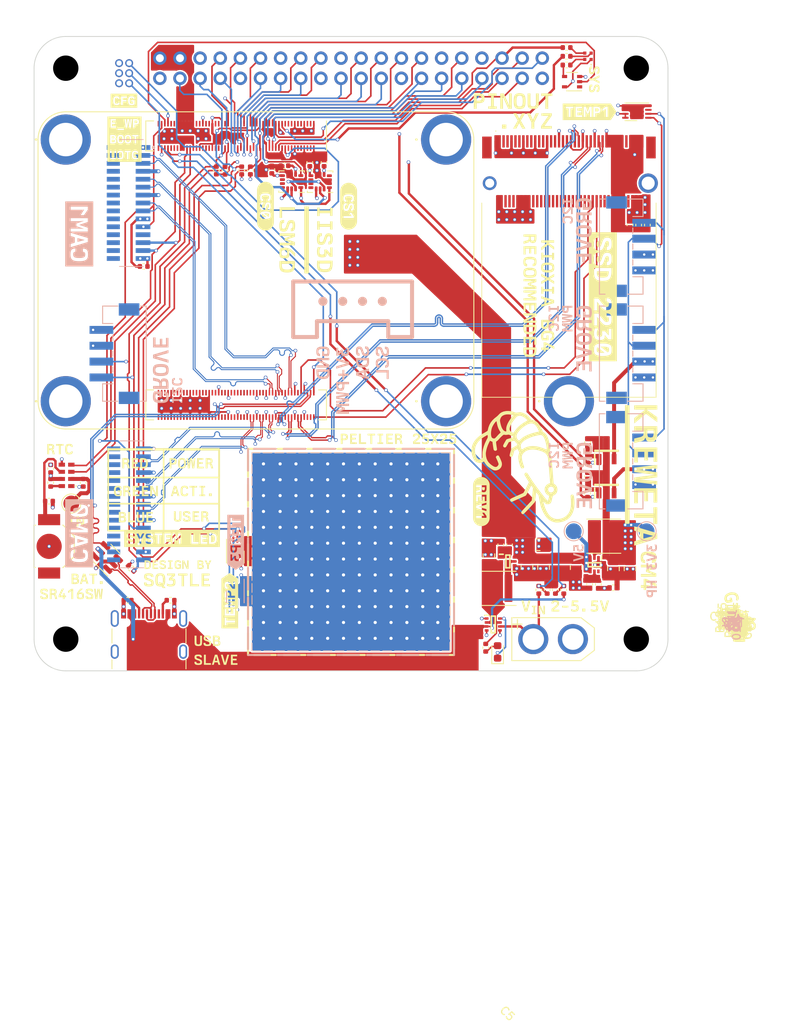
<source format=kicad_pcb>
(kicad_pcb (version 20221018) (generator pcbnew)
  (layers (0 "F.Cu" signal) (1 "In1.Cu" signal) (2 "In2.Cu" mixed) (31 "B.Cu" mixed) (34 "B.Paste" user) (35 "F.Paste" user) (36 "B.SilkS" user "B.Silkscreen") (37 "F.SilkS" user "F.Silkscreen") (38 "B.Mask" user) (39 "F.Mask" user) (44 "Edge.Cuts" user))
  (net 0 "")
  (net 1 "Net-(IC1-VBACKUP)")
  (net 2 "GND")
  (net 3 "/3V3_LP")
  (net 4 "/Compute Module 4/5V")
  (net 5 "/3V3_HP")
  (net 6 "/Power/VSELECT")
  (net 7 "Net-(D1-RK)")
  (net 8 "Net-(D1-BK)")
  (net 9 "Net-(D1-GK)")
  (net 11 "Net-(IC1-~INT)")
  (net 12 "/Compute Module 4/SCL0")
  (net 13 "/Compute Module 4/SDA0")
  (net 14 "Net-(IC1-EVI)")
  (net 15 "/VUSB")
  (net 16 "/Power/XT30_SUPPLY")
  (net 17 "/Power/FB5V")
  (net 18 "/Power/SW5V")
  (net 19 "/Power/SW3V3")
  (net 20 "/Power/FB3V3")
  (net 22 "/USB Slave/CC1")
  (net 23 "/USB Slave/USB_D_P")
  (net 24 "/USB Slave/USB_D_N")
  (net 26 "/USB Slave/USB_D_UNPROTECTED_P")
  (net 29 "/Compute Module 4/CAM0_D0_N")
  (net 30 "/Compute Module 4/CAM0_D0_P")
  (net 31 "/Compute Module 4/CAM0_D1_N")
  (net 32 "/Compute Module 4/CAM0_D1_P")
  (net 33 "/Compute Module 4/CAM0_C_N")
  (net 34 "/Compute Module 4/CAM0_C_P")
  (net 35 "/Compute Module 4/CAM_GPIO")
  (net 37 "/Compute Module 4/ID_SCL")
  (net 38 "/Compute Module 4/ID_SDA")
  (net 39 "/Compute Module 4/CAM1_D0_N")
  (net 40 "/Compute Module 4/CAM1_D0_P")
  (net 41 "/Compute Module 4/CAM1_D1_N")
  (net 42 "/Compute Module 4/CAM1_D1_P")
  (net 43 "/Compute Module 4/CAM1_C_N")
  (net 44 "/Compute Module 4/CAM1_C_P")
  (net 72 "/M2 SSD/PCIE_TX_N")
  (net 74 "/M2 SSD/PCIE_TX_P")
  (net 77 "/M2 SSD/PCIE_RX_N")
  (net 79 "/M2 SSD/PCIE_RX_P")
  (net 80 "/M2 SSD/PCIE_nRST")
  (net 81 "/M2 SSD/PCIE_CLK_nREQ")
  (net 82 "/M2 SSD/PCIE_CLK_N")
  (net 84 "/M2 SSD/PCIE_CLK_P")
  (net 89 "/Compute Module 4/GPIO2")
  (net 90 "/Compute Module 4/GPIO3")
  (net 91 "/Compute Module 4/GPIO4")
  (net 92 "/Compute Module 4/GPIO14")
  (net 93 "/Compute Module 4/GPIO15")
  (net 94 "/Compute Module 4/GPIO17")
  (net 95 "/Compute Module 4/GPIO18")
  (net 96 "/Compute Module 4/GPIO27")
  (net 97 "/Compute Module 4/GPIO22")
  (net 98 "/Compute Module 4/GPIO23")
  (net 99 "/Compute Module 4/GPIO24")
  (net 100 "/Compute Module 4/GPIO10")
  (net 101 "/Compute Module 4/GPIO9")
  (net 102 "/Compute Module 4/GPIO25")
  (net 103 "/Compute Module 4/GPIO11")
  (net 105 "/Compute Module 4/GPIO7")
  (net 106 "/Compute Module 4/GPIO5")
  (net 107 "/Compute Module 4/GPIO6")
  (net 108 "/Compute Module 4/GPIO12")
  (net 109 "/Compute Module 4/GPIO13")
  (net 110 "/Compute Module 4/GPIO19")
  (net 111 "/Compute Module 4/GPIO16")
  (net 112 "/Compute Module 4/GPIO26")
  (net 113 "/Compute Module 4/GPIO20")
  (net 114 "/Compute Module 4/GPIO21")
  (net 115 "/Compute Module 4/BOOT")
  (net 116 "/Compute Module 4/USB_OTG_ID")
  (net 117 "/Compute Module 4/EEPROM_nWP")
  (net 118 "Net-(J9-Pin_3)")
  (net 119 "Net-(J10-Pin_3)")
  (net 120 "Net-(Q1-G)")
  (net 121 "Net-(Q2-G)")
  (net 122 "/Compute Module 4/RED_BUFFER")
  (net 123 "/Compute Module 4/LED_GREEN")
  (net 124 "/Compute Module 4/ADC0")
  (net 125 "/Compute Module 4/ADC1")
  (net 177 "/Compute Module 4/LED_RED")
  (net 213 "/USB Slave/USB_D_UNPROTECTED_N")
  (net 214 "/USB Slave/CC2")
  (net 215 "Net-(D2-K)")
  (net 216 "Net-(D2-A)")
  (net 221 "/Compute Module 4/GPIO8")
  (footprint "LibLoader:SOTFL50P160X60-8N" (layer "F.Cu") (at 167.25 98.25)
    (fp_text reference "IC2")
    (fp_text value "LM66200DRLR" hide)
  )
  (footprint "LibLoader:SOT95P237X112-3N" (layer "F.Cu") (at 181.55 76.35 90)
    (fp_text reference "Q2")
    (fp_text value "SQ2315ES-T1_BE3" hide)
  )
  (footprint "kibuzzard-64502C12" (layer "F.Cu") (at 181.08 56.92 -90)
    (fp_text reference "kibuzzard-64502C12" hide)
    (fp_text value "G***" hide)
  )
  (footprint "LibLoader:Peltier25_25" (layer "F.Cu") (at 149.3 89.1)
    (fp_text reference "HS1" hide)
    (fp_text value "Pelter 25x25mm")
  )
  (footprint "LibLoader:RV3028C732768kHz1ppmTAQC" (layer "F.Cu") (at 113.4 79.45 90)
    (fp_text reference "IC1")
    (fp_text value "RV-3028-C7_32.768kHz_1ppm_TA_QC" hide)
  )
  (footprint "Capacitor_SMD:C_0402_1005Metric" (layer "F.Cu") (at 185.6 47.88 -90)
    (fp_text reference "C10")
    (fp_text value "100n")
  )
  (footprint "kibuzzard-64502DD2" (layer "F.Cu") (at 129.15 81.42)
    (fp_text reference "kibuzzard-64502DD2" hide)
    (fp_text value "G***" hide)
  )
  (footprint "Capacitor_SMD:C_0402_1005Metric" (layer "F.Cu") (at 173 93.88 90)
    (fp_text reference "R19")
    (fp_text value "100k")
  )
  (footprint "Capacitor_SMD:C_0402_1005Metric" (layer "F.Cu") (at 111.18 82.7)
    (fp_text reference "C2")
    (fp_text value "100n")
  )
  (footprint "kibuzzard-64504227" (layer "F.Cu") (at 138.5 45.5 -90)
    (fp_text reference "kibuzzard-64504227" hide)
    (fp_text value "G***" hide)
  )
  (footprint "Package_TO_SOT_SMD:SOT-23-6" (layer "F.Cu") (at 118.45 89.8 135)
    (fp_text reference "U8")
    (fp_text value "USBLC6-2SC6")
  )
  (footprint "kibuzzard-64503A7D" (layer "F.Cu") (at 165.75 82.75 -90)
    (fp_text reference "kibuzzard-64503A7D" hide)
    (fp_text value "G***" hide)
  )
  (footprint "LibLoader:SMTSOM252ET" (layer "F.Cu") (at 161.3 37.1)
    (fp_text reference "H1")
    (fp_text value "SMTSO-M25-3ET" hide)
  )
  (footprint "LibLoader:MountingHole_3.2mm_M3_8mm" (layer "F.Cu") (at 185.3 28.1)
    (fp_text reference "H6")
    (fp_text value "M3 fi3.2/8mm")
  )
  (footprint "Capacitor_SMD:C_0402_1005Metric" (layer "F.Cu") (at 186.7 47.88 -90)
    (fp_text reference "C9")
    (fp_text value "100n")
  )
  (footprint "Capacitor_SMD:C_0402_1005Metric" (layer "F.Cu") (at 179.415 93.196462 -90)
    (fp_text reference "R14")
    (fp_text value "100k")
  )
  (footprint "Capacitor_SMD:C_0402_1005Metric" (layer "F.Cu") (at 174.05 93.88 90)
    (fp_text reference "R18")
    (fp_text value "100k")
  )
  (footprint "Inductor_SMD:L_Coilcraft_XxL4030" (layer "F.Cu") (at 167.985 93.7)
    (fp_text reference "L1")
    (fp_text value "XEL4030-102MEC")
  )
  (footprint "Capacitor_SMD:C_0402_1005Metric" (layer "F.Cu") (at 176.5 25.5 180)
    (fp_text reference "R3")
    (fp_text value "1k")
  )
  (footprint "Capacitor_SMD:C_0402_1005Metric" (layer "F.Cu") (at 168.2 88.2 90)
    (fp_text reference "R17")
    (fp_text value "100k")
  )
  (footprint "kibuzzard-64502B16" (layer "F.Cu") (at 179.4 33.6)
    (fp_text reference "kibuzzard-64502B16" hide)
    (fp_text value "G***" hide)
  )
  (footprint "Package_TO_SOT_SMD:SOT-353_SC-70-5" (layer "F.Cu") (at 177.2 29.8 180)
    (fp_text reference "U7")
    (fp_text value "74LVC1G07SE-7")
  )
  (footprint "Capacitor_SMD:C_0402_1005Metric" (layer "F.Cu") (at 179.15 75.28 90)
    (fp_text reference "R13")
    (fp_text value "100k")
  )
  (footprint "kibuzzard-64502B2C" (layer "F.Cu") (at 134 95.25 90)
    (fp_text reference "kibuzzard-64502B2C" hide)
    (fp_text value "G***" hide)
  )
  (footprint "Capacitor_SMD:C_0402_1005Metric" (layer "F.Cu") (at 182.395 93.616462)
    (fp_text reference "C17")
    (fp_text value "10u")
  )
  (footprint "kibuzzard-64502B8E" (layer "F.Cu") (at 114.03 94.4)
    (fp_text reference "kibuzzard-64502B8E" hide)
    (fp_text value "G***" hide)
  )
  (footprint "LibLoader:SOT95P237X112-3N" (layer "F.Cu") (at 181.55 80.65 90)
    (fp_text reference "Q1")
    (fp_text value "SQ2315ES-T1_BE3" hide)
  )
  (footprint "Capacitor_SMD:C_0805_2012Metric" (layer "F.Cu") (at 171.5 91.05 -90)
    (fp_text reference "C15")
    (fp_text value "22u")
  )
  (footprint "kibuzzard-64503517" (layer "F.Cu") (at 186.5 79.46 -90)
    (fp_text reference "kibuzzard-64503517" hide)
    (fp_text value "G***" hide)
  )
  (footprint "Capacitor_SMD:C_0805_2012Metric" (layer "F.Cu") (at 172.9 88.2)
    (fp_text reference "C14")
    (fp_text value "10u")
  )
  (footprint "kibuzzard-64502D9F" (layer "F.Cu") (at 122.15 84.72)
    (fp_text reference "kibuzzard-64502D9F" hide)
    (fp_text value "G***" hide)
  )
  (footprint "Capacitor_SMD:C_0402_1005Metric" (layer "F.Cu") (at 111.4 78.6 90)
    (fp_text reference "C1")
    (fp_text value "100n")
  )
  (footprint "LibLoader:SMTSOM252ET" (layer "F.Cu") (at 176.8 70.1)
    (fp_text reference "H9")
    (fp_text value "SMTSO-M25-2ET" hide)
  )
  (footprint "kibuzzard-64503C58" (layer "F.Cu") (at 127.33 92.73)
    (fp_text reference "kibuzzard-64503C58" hide)
    (fp_text value "G***" hide)
  )
  (footprint "LibLoader:121992306" (layer "F.Cu") (at 176.8 41.1)
    (fp_text reference "J4")
    (fp_text value "1-2199230-6" hide)
  )
  (footprint "LibLoader:MountingHole_3.2mm_M3_8mm" (layer "F.Cu") (at 113.3 28.1)
    (fp_text reference "H7")
    (fp_text value "M3 fi3.2/8mm")
  )
  (footprint "Capacitor_SMD:C_0402_1005Metric" (layer "F.Cu") (at 132.3 41 90)
    (fp_text reference "R7")
    (fp_text value "10k")
  )
  (footprint "Capacitor_SMD:C_0402_1005Metric" (layer "F.Cu") (at 121.550589 91.180589 135)
    (fp_text reference "C5")
    (fp_text value "0.1u")
  )
  (footprint "Capacitor_SMD:C_0805_2012Metric" (layer "F.Cu") (at 173.6 91.05 -90)
    (fp_text reference "C16")
    (fp_text value "22u")
  )
  (footprint "kibuzzard-64504169" (layer "F.Cu") (at 171.5 34.75)
    (fp_text reference "kibuzzard-64504169" hide)
    (fp_text value "G***" hide)
  )
  (footprint "kibuzzard-64502EC1" (layer "F.Cu") (at 116 92.5)
    (fp_text reference "kibuzzard-64502EC1" hide)
    (fp_text value "G***" hide)
  )
  (footprint "kibuzzard-645046B1" (layer "F.Cu") (at 115.2 85.25)
    (fp_text reference "kibuzzard-645046B1" hide)
    (fp_text value "G***" hide)
  )
  (footprint "LibLoader:SMTSOM252ET" (layer "F.Cu") (at 161.3 70.1)
    (fp_text reference "H3")
    (fp_text value "SMTSO-M25-3ET" hide)
  )
  (footprint "Connector_PinHeader_1.27mm:PinHeader_2x03_P1.27mm_Vertical" (layer "F.Cu") (at 121.3 30 180)
    (fp_text reference "J6")
    (fp_text value "OPTION HEADER")
  )
  (footprint "RPi_Compute_Module_4:Raspberry-Pi-4-Compute-Module" (layer "F.Cu") (at 134.8 53.6 -90)
    (fp_text reference "U2")
    (fp_text value "Compute_Module_4_Connectors")
  )
  (footprint "Capacitor_SMD:C_0402_1005Metric" (layer "F.Cu") (at 179.15 79.6 90)
    (fp_text reference "R10")
    (fp_text value "100k")
  )
  (footprint "Capacitor_SMD:C_0402_1005Metric" (layer "F.Cu") (at 145.9 39.98 90)
    (fp_text reference "C18")
    (fp_text value "100n")
  )
  (footprint "kibuzzard-64503B4C" (layer "F.Cu") (at 180 29.5 -90)
    (fp_text reference "kibuzzard-64503B4C" hide)
    (fp_text value "G***" hide)
  )
  (footprint "kibuzzard-64502D76" (layer "F.Cu") (at 122.05 77.92)
    (fp_text reference "kibuzzard-64502D76" hide)
    (fp_text value "G***" hide)
  )
  (footprint "SnapEDA Library:BAT_BK-414" (layer "F.Cu") (at 111.2 88.4 90)
    (fp_text reference "BT2")
    (fp_text value "BK-414")
  )
  (footprint "Capacitor_SMD:C_0402_1005Metric" (layer "F.Cu") (at 184.5 47.86 -90)
    (fp_text reference "C11")
    (fp_text value "100n")
  )
  (footprint "kibuzzard-64503908" (layer "F.Cu") (at 176.33 95.92)
    (fp_text reference "kibuzzard-64503908" hide)
    (fp_text value "G***" hide)
  )
  (footprint "Connector_USB:USB_C_Receptacle_GCT_USB4105-xx-A_16P_TopMnt_Horizontal" (layer "F.Cu") (at 123.8 100.6)
    (fp_text reference "J1")
    (fp_text value "USB_C_Receptacle_USB2.0")
  )
  (footprint "Diode_SMD:D_0603_1608Metric" (layer "F.Cu") (at 167.8 101.7125 90)
    (fp_text reference "D2")
    (fp_text value "LED")
  )
  (footprint "Capacitor_SMD:C_0402_1005Metric" (layer "F.Cu") (at 144.1 39.98 90)
    (fp_text reference "C19")
    (fp_text value "100n")
  )
  (footprint "Capacitor_SMD:C_0402_1005Metric" (layer "F.Cu") (at 176.5 26.6 180)
    (fp_text reference "R5")
    (fp_text value "1k")
  )
  (footprint "kibuzzard-64502EA4" (layer "F.Cu") (at 132.25 101.5)
    (fp_text reference "kibuzzard-64502EA4" hide)
    (fp_text value "G***" hide)
  )
  (footprint "kibuzzard-6450389A" (layer "F.Cu") (at 172.95 96.43)
    (fp_text reference "kibuzzard-6450389A" hide)
    (fp_text value "G***" hide)
  )
  (footprint "kibuzzard-64502C00" (layer "F.Cu") (at 120.71 37.05)
    (fp_text reference "kibuzzard-64502C00" hide)
    (fp_text value "G***" hide)
  )
  (footprint "Capacitor_SMD:C_0402_1005Metric" (layer "F.Cu") (at 176.15 93.88 90)
    (fp_text reference "R20")
    (fp_text value "100k")
  )
  (footprint "kibuzzard-64502DA9" (layer "F.Cu") (at 129.15 77.92)
    (fp_text reference "kibuzzard-64502DA9" hide)
    (fp_text value "G***" hide)
  )
  (footprint "Capacitor_SMD:C_0402_1005Metric" (layer "F.Cu") (at 180.515 93.196462 90)
    (fp_text reference "R22")
    (fp_text value "453k")
  )
  (footprint "LibLoader:SOTFL50P160X60-6N" (layer "F.Cu") (at 180.015 90.716462 -90)
    (fp_text reference "IC4")
    (fp_text value "TPS62A02ADRLR" hide)
  )
  (footprint "kibuzzard-64502C08" (layer "F.Cu") (at 120.64 32.2)
    (fp_text reference "kibuzzard-64502C08" hide)
    (fp_text value "G***" hide)
  )
  (footprint "Capacitor_SMD:C_0402_1005Metric" (layer "F.Cu") (at 126.52 95.2 180)
    (fp_text reference "R1")
    (fp_text value "5.1k")
  )
  (footprint "Capacitor_SMD:C_0402_1005Metric" (layer "F.Cu") (at 133.4 41.02 90)
    (fp_text reference "R9")
    (fp_text value "10k")
  )
  (footprint "Capacitor_SMD:C_0402_1005Metric" (layer "F.Cu") (at 123.13 53.1 180)
    (fp_text reference "C6")
    (fp_text value "0.1u")
  )
  (footprint "kibuzzard-64504231" (layer "F.Cu") (at 149 45.5 -90)
    (fp_text reference "kibuzzard-64504231" hide)
    (fp_text value "G***" hide)
  )
  (footprint "kibuzzard-645036AE" (layer "F.Cu") (at 174.12 56.82 -90)
    (fp_text reference "kibuzzard-645036AE" hide)
    (fp_text value "G***" hide)
  )
  (footprint "Capacitor_SMD:C_0402_1005Metric" (layer "F.Cu") (at 169.3 88.2 -90)
    (fp_text reference "R16")
    (fp_text value "732k")
  )
  (footprint "Capacitor_SMD:C_0402_1005Metric" (layer "F.Cu") (at 175.1 93.88 90)
    (fp_text reference "R21")
    (fp_text value "100k")
  )
  (footprint "Connector_AMASS:AMASS_XT30U-M_1x02_P5.0mm_Vertical" (layer "F.Cu") (at 177.3 100.1 180)
    (fp_text reference "J11")
    (fp_text value "XT30-M")
  )
  (footprint "LibLoader:MountingHole_3.2mm_M3_8mm" (layer "F.Cu") (at 113.3 100.1)
    (fp_text reference "H8")
    (fp_text value "M3 fi3.2/8mm")
  )
  (footprint "kibuzzard-645041A0" (layer "F.Cu") (at 146 49.75 -90)
    (fp_text reference "kibuzzard-645041A0" hide)
    (fp_text value "G***" hide)
  )
  (footprint "Capacitor_SMD:C_0805_2012Metric" (layer "F.Cu") (at 177.715 91.066462 -90)
    (fp_text reference "C7")
    (fp_text value "10u")
  )
  (footprint "kibuzzard-64502DF7" (layer "F.Cu") (at 126.71 87.42)
    (fp_text reference "kibuzzard-64502DF7" hide)
    (fp_text value "G***" hide)
  )
  (footprint "kibuzzard-6450415A" (layer "F.Cu") (at 169.75 32.25)
    (fp_text reference "kibuzzard-6450415A" hide)
    (fp_text value "G***" hide)
  )
  (footprint "kibuzzard-64502EDE" (layer "F.Cu") (at 112.58 76.14)
    (fp_text reference "kibuzzard-64502EDE" hide)
    (fp_text value "G***" hide)
  )
  (footprint "Capacitor_SMD:C_0805_2012Metric" (layer "F.Cu") (at 182.415 91.216462 -90)
    (fp_text reference "C12")
    (fp_text value "10u")
  )
  (footprint "LOGO" (layer "F.Cu") (at 170.843402 78.600256 -80)
    (fp_text reference "G***")
    (fp_text value "LOGO" hide)
  )
  (footprint "LibLoader:150044M155220" (layer "F.Cu") (at 179.2 26.6 90)
    (fp_text reference "D1")
    (fp_text value "LED_ARBG" hide)
  )
  (footprint "Package_DFN_QFN:DFN-8-1EP_3x2mm_P0.5mm_EP1.7x1.4mm" (layer "F.Cu") (at 185.375 33.6 180)
    (fp_text reference "U5")
    (fp_text value "MCP9804_DFN")
  )
  (footprint "kibuzzard-64502CA6" (layer "F.Cu") (at 155.29 74.84)
    (fp_text reference "kibuzzard-64502CA6" hide)
    (fp_text value "G***" hide)
  )
  (footprint "Package_LGA:LGA-14_3x2.5mm_P0.5mm_LayoutBorder3x4y" (layer "F.Cu") (at 141.8 42.4 180)
    (fp_text reference "U1")
    (fp_text value "LSM6DSVTR")
  )
  (footprint "Capacitor_SMD:C_0402_1005Metric" (layer "F.Cu") (at 140.9 40.4 180)
    (fp_text reference "C3")
    (fp_text value "100n")
  )
  (footprint "Inductor_SMD:L_Coilcraft_XxL4030" (layer "F.Cu") (at 181.2 87.116462)
    (fp_text reference "L2")
    (fp_text value "XEL4030-102MEC")
  )
  (footprint "LibLoader:SMTSOM252ET" (layer "F.Cu") (at 113.3 70.1)
    (fp_text reference "H4")
    (fp_text value "SMTSO-M25-3ET" hide)
  )
  (footprint "Capacitor_SMD:C_0805_2012Metric" (layer "F.Cu") (at 184.515 91.216462 -90)
    (fp_text reference "C8")
    (fp_text value "10u")
  )
  (footprint "Capacitor_SMD:C_0402_1005Metric" (layer "F.Cu") (at 166.3 101.18 90)
    (fp_text reference "R15")
    (fp_text value "1k")
  )
  (footprint "kibuzzard-645041D0" (layer "F.Cu") (at 141.25 49.75 -90)
    (fp_text reference "kibuzzard-645041D0" hide)
    (fp_text value "G***" hide)
  )
  (footprint "Capacitor_SMD:C_0805_2012Metric" (layer "F.Cu") (at 166.7 89.6 90)
    (fp_text reference "C13")
    (fp_text value "10u")
  )
  (footprint "kibuzzard-64502D82" (layer "F.Cu") (at 122.15 81.42)
    (fp_text reference "kibuzzard-64502D82" hide)
    (fp_text value "G***" hide)
  )
  (footprint "Capacitor_SMD:C_0402_1005Metric" (layer "F.Cu") (at 121.1 95.2 180)
    (fp_text reference "R2")
    (fp_text value "5.1k")
  )
  (footprint "Capacitor_SMD:C_0402_1005Metric" (layer "F.Cu") (at 135.5 41 90)
    (fp_text reference "R6")
    (fp_text value "10k")
  )
  (footprint "Capacitor_SMD:C_0402_1005Metric" (layer "F.Cu") (at 111.4 80.38 90)
    (fp_text reference "R26")
    (fp_text value "10k")
  )
  (footprint "kibuzzard-64502DE0" (layer "F.Cu") (at 129.15 84.62)
    (fp_text reference "kibuzzard-64502DE0" hide)
    (fp_text value "G***" hide)
  )
  (footprint "Capacitor_SMD:C_0402_1005Metric" (layer "F.Cu") (at 176.5 27.7 180)
    (fp_text reference "R4")
    (fp_text value "1k")
  )
  (footprint "kibuzzard-64503613" (layer "F.Cu") (at 186.85 91.48 -90)
    (fp_text reference "kibuzzard-64503613" hide)
    (fp_text value "G***" hide)
  )
  (footprint "Capacitor_SMD:C_0402_1005Metric" (layer "F.Cu") (at 179.15 81.7 -90)
    (fp_text reference "R11")
    (fp_text value "100R")
  )
  (footprint "LibLoader:SOTFL50P160X60-6N" (layer "F.Cu") (at 169.1 90.3)
    (fp_text reference "IC3")
    (fp_text value "TPS61023DRLT" hide)
  )
  (footprint "LibLoader:SMTSOM252ET" (layer "F.Cu") (at 113.3 37.1)
    (fp_text reference "H2")
    (fp_text value "SMTSO-M25-3ET" hide)
  )
  (footprint "LibLoader:MountingHole_3.2mm_M3_8mm" (layer "F.Cu") (at 185.3 100.1)
    (fp_text reference "H5")
    (fp_text value "M3 fi3.2/8mm")
  )
  (footprint "Capacitor_SMD:C_0402_1005Metric" (layer "F.Cu") (at 179.15 77.37 -90)
    (fp_text reference "R12")
    (fp_text value "100R")
  )
  (footprint "Capacitor_SMD:C_0402_1005Metric" (layer "F.Cu") (at 115.5 80.38 90)
    (fp_text reference "R25")
    (fp_text value "10k")
  )
  (footprint "Package_LGA:LGA-14_3x2.5mm_P0.5mm_LayoutBorder3x4y" (layer "F.Cu") (at 145.4 42.4125 180)
    (fp_text reference "U3")
    (fp_text value "IIS3DWB")
  )
  (footprint "kibuzzard-645036BA" (layer "F.Cu") (at 171.88 56.79 -90)
    (fp_text reference "kibuzzard-645036BA" hide)
    (fp_text value "G***" hide)
  )
  (footprint "Connector_PinHeader_2.54mm:PinHeader_2x20_P2.54mm_Vertical" (layer "F.Cu") (at 125.175 29.375 90)
    (fp_text reference "J5")
    (fp_text value "GPIO HEADER")
  )
  (footprint "Capacitor_SMD:C_0402_1005Metric" (layer "F.Cu") (at 136.6 41 90)
    (fp_text reference "R8")
    (fp_text value "10k")
  )
  (footprint "Package_DFN_QFN:DFN-8-1EP_3x2mm_P0.5mm_EP1.7x1.4mm" (layer "F.Cu") (at 134.7 89 -90)
    (fp_text reference "U4")
    (fp_text value "MCP9804_DFN")
  )
  (footprint "TestPoint:TestPoint_Pad_D2.0mm" (layer "F.Cu") (at 114 83)
    (fp_text reference "TP1")
    (fp_text value "RTC_INT")
  )
  (footprint "Capacitor_SMD:C_0402_1005Metric" (layer "F.Cu") (at 139.3 40.88 90)
    (fp_text reference "C4")
    (fp_text value "100n")
  )
  (footprint "kibuzzard-64503C4A" (layer "F.Cu") (at 127.46 90.71)
    (fp_text reference "kibuzzard-64503C4A" hide)
    (fp_text value "G***" hide)
  )
  (footprint "kibuzzard-645040AD" (layer "B.Cu") (at 115 86.75 90)
    (fp_text reference "kibuzzard-645040AD" hide)
    (fp_text value "G***" hide)
  )
  (footprint "kibuzzard-64503F5F" (layer "B.Cu") (at 145.75 65.25 -90)
    (fp_text reference "kibuzzard-64503F5F" hide)
    (fp_text value "G***" hide)
  )
  (footprint "kibuzzard-64503E35" (layer "B.Cu") (at 174.88 59.67 -90)
    (fp_text reference "kibuzzard-64503E35" hide)
    (fp_text value "G***" hide)
  )
  (footprint "kibuzzard-645040B5" (layer "B.Cu") (at 115 49 90)
    (fp_text reference "kibuzzard-645040B5" hide)
    (fp_text value "G***" hide)
  )
  (footprint "kibuzzard-64503DC6" (layer "B.Cu") (at 178.74 79.47 -90)
    (fp_text reference "kibuzzard-64503DC6" hide)
    (fp_text value "G***" hide)
  )
  (footprint "TestPoint:TestPoint_Pad_D2.0mm" (layer "B.Cu") (at 186.6 86.5 180)
    (fp_text reference "TP3")
    (fp_text value "3VHP")
  )
  (footprint "OPL_Connector:HW4-SMD-2.0" (layer "B.Cu") (at 182.78916 77.675 -90)
    (fp_text reference "J10")
    (fp_text value "GROVE_I2C_PWM1")
  )
  (footprint "OPL_Connector:HW4-SMD-2.0" (layer "B.Cu") (at 182.8 64.1 -90)
    (fp_text reference "J9")
    (fp_text value "GROVE_I2C_PWM0")
  )
  (footprint "kibuzzard-645046E4" (layer "B.Cu") (at 187.25 91.5 -90)
    (fp_text reference "kibuzzard-645046E4" hide)
    (fp_text value "G***" hide)
  )
  (footprint "kibuzzard-64502B48" (layer "B.Cu") (at 134.74 87.89 -90)
    (fp_text reference "kibuzzard-64502B48" hide)
    (fp_text value "G***" hide)
  )
  (footprint "kibuzzard-64503DC6" (layer "B.Cu") (at 125.29 66.19 90)
    (fp_text reference "kibuzzard-64503DC6" hide)
    (fp_text value "G***" hide)
  )
  (footprint "kibuzzard-64503DEE" (layer "B.Cu") (at 176.63 76.96 -90)
    (fp_text reference "kibuzzard-64503DEE" hide)
    (fp_text value "G***" hide)
  )
  (footprint "kibuzzard-64503DC6" (layer "B.Cu") (at 178.68 48.63 -90)
    (fp_text reference "kibuzzard-64503DC6" hide)
    (fp_text value "G***" hide)
  )
  (footprint "Package_DFN_QFN:DFN-8-1EP_3x2mm_P0.5mm_EP1.7x1.4mm" (layer "B.Cu") (at 134.7 94.025 -90)
    (fp_text reference "U6")
    (fp_text value "MCP9804_DFN")
  )
  (footprint "kibuzzard-64503F69" (layer "B.Cu") (at 148.25 67.5 -90)
    (fp_text reference "kibuzzard-64503F69" hide)
    (fp_text value "G***" hide)
  )
  (footprint "kibuzzard-64503EFE" (layer "B.Cu") (at 153.25 65.25 -90)
    (fp_text reference "kibuzzard-64503EFE" hide)
    (fp_text value "G***" hide)
  )
  (footprint "kibuzzard-64503E35" (layer "B.Cu") (at 127.36 68.73 90)
    (fp_text reference "kibuzzard-64503E35" hide)
    (fp_text value "G***" hide)
  )
  (footprint "TestPoint:TestPoint_Pad_D2.0mm" (layer "B.Cu") (at 177.4 86.5 180)
    (fp_text reference "TP2")
    (fp_text value "5V")
  )
  (footprint "kibuzzard-64503DEE" (layer "B.Cu") (at 176.58 59.68 -90)
    (fp_text reference "kibuzzard-64503DEE" hide)
    (fp_text value "G***" hide)
  )
  (footprint "kibuzzard-64503DC6" (layer "B.Cu") (at 178.7 62.21 -90)
    (fp_text reference "kibuzzard-64503DC6" hide)
    (fp_text value "G***" hide)
  )
  (footprint "kibuzzard-64503E35" (layer "B.Cu") (at 176.63 46.13 -90)
    (fp_text reference "kibuzzard-64503E35" hide)
    (fp_text value "G***" hide)
  )
  (footprint "kibuzzard-64503EF1" (layer "B.Cu") (at 150.75 65.25 -90)
    (fp_text reference "kibuzzard-64503EF1" hide)
    (fp_text value "G***" hide)
  )
  (footprint "OPL_Connector:HW4-SMD-2.0" (layer "B.Cu") (at 182.8 50.6 -90)
    (fp_text reference "J8")
    (fp_text value "GROVE_I2C1")
  )
  (footprint "OPL_Connector:HW4-SMD-2.0" (layer "B.Cu") (at 121.3 64.1 90)
    (fp_text reference "J7")
    (fp_text value "GROVE_I2C0")
  )
  (footprint "LibLoader:117342485" (layer "B.Cu") (at 123.125 83.1 90)
    (fp_text reference "J2")
    (fp_text value "CAM0" hide)
  )
  (footprint "LibLoader:117342485" (layer "B.Cu") (at 123.075 45.1 90)
    (fp_text reference "J3")
    (fp_text value "CAM1" hide)
  )
  (footprint "kibuzzard-64503E35" (layer "B.Cu") (at 174.9 76.94 -90)
    (fp_text reference "kibuzzard-64503E35" hide)
    (fp_text value "G***" hide)
  )
  (footprint "kibuzzard-645046F2" (layer "B.Cu") (at 178 89.25 -90)
    (fp_text reference "kibuzzard-645046F2" hide)
    (fp_text value "G***" hide)
  )
  (gr_line (start 161.8 76.6) (end 136.8 76.6) (stroke (width 0.1) (type dash)) (layer "B.SilkS"))
  (gr_line (start 154 62) (end 154 60) (stroke (width 0.5)) (layer "B.SilkS"))
  (gr_line (start 154 60) (end 145 60) (stroke (width 0.5)) (layer "B.SilkS"))
  (gr_circle (center 153.25 57.5) (end 152.75 57.5) (stroke (width 0.15)) (fill solid) (layer "B.SilkS"))
  (gr_circle (center 150.75 57.5) (end 150.25 57.5) (stroke (width 0.15)) (fill solid) (layer "B.SilkS"))
  (gr_circle (center 148.25 57.5) (end 147.75 57.5) (stroke (width 0.15)) (fill solid) (layer "B.SilkS"))
  (gr_line (start 157 55) (end 157 62) (stroke (width 0.5)) (layer "B.SilkS"))
  (gr_line (start 161.8 101.6) (end 161.8 76.6) (stroke (width 0.1) (type dash)) (layer "B.SilkS"))
  (gr_circle (center 145.75 57.5) (end 145.25 57.5) (stroke (width 0.15)) (fill solid) (layer "B.SilkS"))
  (gr_line (start 145 60) (end 145 62) (stroke (width 0.5)) (layer "B.SilkS"))
  (gr_line (start 142 62) (end 142 55) (stroke (width 0.5)) (layer "B.SilkS"))
  (gr_line (start 142 55) (end 157 55) (stroke (width 0.5)) (layer "B.SilkS"))
  (gr_line (start 136.8 101.6) (end 161.8 101.6) (stroke (width 0.1) (type dash)) (layer "B.SilkS"))
  (gr_line (start 136.8 76.6) (end 136.8 101.6) (stroke (width 0.1) (type dash)) (layer "B.SilkS"))
  (gr_line (start 145 62) (end 142 62) (stroke (width 0.5)) (layer "B.SilkS"))
  (gr_line (start 157 62) (end 154 62) (stroke (width 0.5)) (layer "B.SilkS"))
  (gr_line (start 187.8 45.1) (end 187.8 69.6) (stroke (width 0.1)) (layer "F.SilkS"))
  (gr_line (start 136.8 76.6) (end 136.8 101.6) (stroke (width 0.1) (type dash)) (layer "F.SilkS"))
  (gr_rect (start 118.65 76.22) (end 132.65 79.72) (stroke (width 0.2)) (fill none) (layer "F.SilkS"))
  (gr_line (start 165.8 69.6) (end 187.8 69.6) (stroke (width 0.1)) (layer "F.SilkS"))
  (gr_line (start 161.8 101.6) (end 161.8 76.6) (stroke (width 0.1) (type dash)) (layer "F.SilkS"))
  (gr_line (start 136.8 101.6) (end 161.8 101.6) (stroke (width 0.1) (type dash)) (layer "F.SilkS"))
  (gr_rect (start 118.65 83.02) (end 132.65 86.42) (stroke (width 0.2)) (fill none) (layer "F.SilkS"))
  (gr_rect (start 143.5 45.615) (end 143.88 53.885) (stroke (width 0.2)) (fill solid) (layer "F.SilkS"))
  (gr_line (start 165.8 69.6) (end 165.8 45.1) (stroke (width 0.1)) (layer "F.SilkS"))
  (gr_rect (start 118.65 76.12) (end 132.65 86.42) (stroke (width 0.2)) (fill none) (layer "F.SilkS"))
  (gr_rect (start 183.97 70.69) (end 184.35 85.46) (stroke (width 0.2)) (fill solid) (layer "F.SilkS"))
  (gr_rect (start 125.65 76.12) (end 132.65 86.42) (stroke (width 0.2)) (fill none) (layer "F.SilkS"))
  (gr_line (start 161.8 76.6) (end 136.8 76.6) (stroke (width 0.1) (type dash)) (layer "F.SilkS"))
  (gr_line (start 109.3 28.1) (end 109.3 100.1) (stroke (width 0.1)) (layer "Edge.Cuts"))
  (gr_line (start 189.3 100.1) (end 189.3 28.1) (stroke (width 0.1)) (layer "Edge.Cuts"))
  (gr_arc (start 189.3 100.1) (mid 188.128427 102.928427) (end 185.3 104.1) (stroke (width 0.1)) (layer "Edge.Cuts"))
  (gr_arc (start 113.3 104.1) (mid 110.471573 102.928427) (end 109.3 100.1) (stroke (width 0.1)) (layer "Edge.Cuts"))
  (gr_line (start 185.3 24.1) (end 113.3 24.1) (stroke (width 0.1)) (layer "Edge.Cuts"))
  (gr_arc (start 185.3 24.1) (mid 188.128427 25.271573) (end 189.3 28.1) (stroke (width 0.1)) (layer "Edge.Cuts"))
  (gr_line (start 113.3 104.1) (end 185.3 104.1) (stroke (width 0.1)) (layer "Edge.Cuts"))
  (gr_arc (start 109.3 28.1) (mid 110.471573 25.271573) (end 113.3 24.1) (stroke (width 0.1)) (layer "Edge.Cuts"))
  (segment (start 110.6 77.872599) (end 110.6 83.35) (width 0.3) (layer "F.Cu") (net 1))
  (segment (start 110.7 84.535) (end 111.2 85.035) (width 0.5) (layer "F.Cu") (net 1))
  (segment (start 111.75 77.4) (end 111.072599 77.4) (width 0.3) (layer "F.Cu") (net 1))
  (segment (start 112 77.65) (end 111.75 77.4) (width 0.3) (layer "F.Cu") (net 1))
  (segment (start 112.57 79) (end 112 78.43) (width 0.3) (layer "F.Cu") (net 1))
  (segment (start 110.7 82.7) (end 110.7 84.535) (width 0.5) (layer "F.Cu") (net 1))
  (segment (start 111.072599 77.4) (end 110.6 77.872599) (width 0.3) (layer "F.Cu") (net 1))
  (segment (start 112.8 79) (end 112.57 79) (width 0.3) (layer "F.Cu") (net 1))
  (segment (start 112 78.43) (end 112 77.65) (width 0.3) (layer "F.Cu") (net 1))
  (segment (start 140.6 38.5) (end 140.6 38.18) (width 0.2) (layer "F.Cu") (net 2))
  (segment (start 139.3 40.4) (end 139.1 40.4) (width 0.2) (layer "F.Cu") (net 2))
  (segment (start 183.925 33.35) (end 185.125 33.35) (width 0.2) (layer "F.Cu") (net 2))
  (segment (start 132.6 71.67) (end 132.82 71.45) (width 0.2) (layer "F.Cu") (net 2))
  (segment (start 178.85 29.15) (end 178.9 29.2) (width 0.2) (layer "F.Cu") (net 2))
  (segment (start 122.15 53.1) (end 121.6 52.55) (width 0.3) (layer "F.Cu") (net 2))
  (segment (start 168.2 87.72) (end 167.63 87.72) (width 0.3) (layer "F.Cu") (net 2))
  (segment (start 178.15 29.15) (end 178.85 29.15) (width 0.2) (layer "F.Cu") (net 2))
  (segment (start 168.088 99) (end 168.088 99.588) (width 0.2) (layer "F.Cu") (net 2))
  (segment (start 130.25 71) (end 130.7 71.45) (width 0.2) (layer "F.Cu") (net 2))
  (segment (start 143.4 38.73) (end 142.83 39.3) (width 0.2) (layer "F.Cu") (net 2))
  (segment (start 141.96 39.46) (end 141.81 39.61) (width 0.2) (layer "F.Cu") (net 2))
  (segment (start 175.55 37.325) (end 175.55 36) (width 0.3) (layer "F.Cu") (net 2))
  (segment (start 134.6 36.75) (end 133.25 36.75) (width 0.2) (layer "F.Cu") (net 2))
  (segment (start 111.66 82.7) (end 111.66 83.49) (width 0.5) (layer "F.Cu") (net 2))
  (segment (start 178.28 38.4) (end 178.55 38.13) (width 0.2) (layer "F.Cu") (net 2))
  (segment (start 131.8 36.3) (end 132 36.5) (width 0.3) (layer "F.Cu") (net 2))
  (segment (start 133.95 90.45) (end 133.95 89.75) (width 0.2) (layer "F.Cu") (net 2))
  (segment (start 139.45 39.46) (end 138.6 38.61) (width 0.2) (layer "F.Cu") (net 2))
  (segment (start 119.254334 90.604334) (end 118.967627 90.317627) (width 0.5) (layer "F.Cu") (net 2))
  (segment (start 139.8 69.02) (end 139.8 69.7) (width 0.2) (layer "F.Cu") (net 2))
  (segment (start 141.96 39.46) (end 142 39.42) (width 0.2) (layer "F.Cu") (net 2))
  (segment (start 138.4 36.6) (end 138.2 36.8) (width 0.2) (layer "F.Cu") (net 2))
  (segment (start 127 96) (end 127 96.92) (width 0.5) (layer "F.Cu") (net 2))
  (segment (start 139.91 71.56) (end 139.8 71.67) (width 0.2) (layer "F.Cu") (net 2))
  (segment (start 138.2 37.35) (end 138.6 37.75) (width 0.2) (layer "F.Cu") (net 2))
  (segment (start 133.95 88.25) (end 134.7 89) (width 0.2) (layer "F.Cu") (net 2))
  (segment (start 141 72.1) (end 141 71.67) (width 0.2) (layer "F.Cu") (net 2))
  (segment (start 130.31 37.64) (end 131.55 37.64) (width 0.2) (layer "F.Cu") (net 2))
  (segment (start 134.33 35.64) (end 134.2 35.51) (width 0.2) (layer "F.Cu") (net 2))
  (segment (start 144.9 40.3) (end 144.9 41.5) (width 0.3) (layer "F.Cu") (net 2))
  (segment (start 184.625 32.85) (end 185.375 33.6) (width 0.2) (layer "F.Cu") (net 2))
  (segment (start 141 69.02) (end 141 69.7) (width 0.2) (layer "F.Cu") (net 2))
  (segment (start 134.7 89) (end 149.2 89) (width 0.5) (layer "F.Cu") (net 2))
  (segment (start 142.9625 42.15) (end 142.9625 42.65) (width 0.3) (layer "F.Cu") (net 2))
  (segment (start 134.2 32.7) (end 133.4 31.9) (width 0.2) (layer "F.Cu") (net 2))
  (segment (start 112.8 78.1) (end 112.8 77.4) (width 0.3) (layer "F.Cu") (net 2))
  (segment (start 144.6 35.1) (end 144.6 35.7) (width 0.2) (layer "F.Cu") (net 2))
  (segment (start 134.95 89.25) (end 134.7 89) (width 0.2) (layer "F.Cu") (net 2))
  (segment (start 127 96) (end 127 95.2) (width 0.5) (layer "F.Cu") (net 2))
  (segment (start 120.6 96) (end 120.6 96.92) (width 0.5) (layer "F.Cu") (net 2))
  (segment (start 134.6 38.18) (end 134.6 36.75) (width 0.2) (layer "F.Cu") (net 2))
  (segment (start 145.4 41.775655) (end 145.4 41.5) (width 0.3) (layer "F.Cu") (net 2))
  (segment (start 142.2 38.18) (end 142.2 38.9) (width 0.2) (layer "F.Cu") (net 2))
  (segment (start 142.2 68) (end 142.3 67.9) (width 0.2) (layer "F.Cu") (net 2))
  (segment (start 138.6 72.1) (end 138.6 71.45) (width 0.2) (layer "F.Cu") (net 2))
  (segment (start 140.4 39.42) (end 140.4 38.7) (width 0.2) (layer "F.Cu") (net 2))
  (segment (start 142.9625 42.15) (end 142.186845 42.15) (width 0.3) (layer "F.Cu") (net 2))
  (segment (start 167.55 37.325) (end 167.55 38.8) (width 0.3) (layer "F.Cu") (net 2))
  (segment (start 131.7 71.45) (end 133.8 71.45) (width 0.2) (layer "F.Cu") (net 2))
  (segment (start 120.62 95.2) (end 120.6 95.22) (width 0.5) (layer "F.Cu") (net 2))
  (segment (start 181.55 37.325) (end 181.55 36) (width 0.3) (layer "F.Cu") (net 2))
  (segment (start 177.715 92.016462) (end 173.7 92.016462) (width 0.29337) (layer "F.Cu") (net 2))
  (segment (start 171.05 37.325) (end 171.05 38.8) (width 0.3) (layer "F.Cu") (net 2))
  (segment (start 177.32 38.4) (end 178.28 38.4) (width 0.2) (layer "F.Cu") (net 2))
  (segment (start 134.95 90.45) (end 134.95 89.25) (width 0.2) (layer "F.Cu") (net 2))
  (segment (start 132.68 34.35) (end 133 34.67) (width 0.2) (layer "F.Cu") (net 2))
  (segment (start 132.82 71.45) (end 133.8 71.45) (width 0.2) (layer "F.Cu") (net 2))
  (segment (start 143.4 68.05) (end 143.4 69.02) (width 0.2) (layer "F.Cu") (net 2))
  (segment (start 142.2 72.1) (end 142.2 71.45) (width 0.2) (layer "F.Cu") (net 2))
  (segment (start 136.2 35.5) (end 136.2 35.1) (width 0.2) (layer "F.Cu") (net 2))
  (segment (start 135 72.1) (end 135 71.45) (width 0.2) (layer "F.Cu") (net 2))
  (segment (start 174.05 37.325) (end 174.05 38.8) (width 0.3) (layer "F.Cu") (net 2))
  (segment (start 138.6 37.75) (end 138.6 38.18) (width 0.2) (layer "F.Cu") (net 2))
  (segment (start 186.825 32.85) (end 186.125 32.85) (width 0.2) (layer "F.Cu") (net 2))
  (segment (start 120.6 95.22) (end 120.6 96) (width 0.5) (layer "F.Cu") (net 2))
  (segment (start 143.4 38.18) (end 143.4 38.73) (width 0.2) (layer "F.Cu") (net 2))
  (segment (start 130.7 71.45) (end 131.7 71.45) (width 0.2) (layer "F.Cu") (net 2))
  (segment (start 130.2 38.18) (end 130.2 37.75) (width 0.2) (layer "F.Cu") (net 2))
  (segment (start 143.55 67.9) (end 143.4 68.05) (width 0.2) (layer "F.Cu") (net 2))
  (segment (start 133.8 72.1) (end 133.8 71.45) (width 0.2) (layer "F.Cu") (net 2))
  (segment (start 183.925 32.85) (end 184.625 32.85) (width 0.2) (layer "F.Cu") (net 2))
  (segment (start 134.2 35.1) (end 134.2 32.7) (width 0.2) (layer "F.Cu") (net 2))
  (segment (start 136.6 38.18) (end 136.6 39) (width 0.2) (layer "F.Cu") (net 2))
  (segment (start 131.4 71.67) (end 131.62 71.45) (width 0.2) (layer "F.Cu") (net 2))
  (segment (start 136.06 35.64) (end 134.33 35.64) (width 0.2) (layer "F.Cu") (net 2))
  (segment (start 131.69 37.64) (end 131.8 37.75) (width 0.2) (layer "F.Cu") (net 2))
  (segment (start 132.6 37.4) (end 132.6 37.64) (width 0.2) (layer "F.Cu") (net 2))
  (segment (start 134.45 89.25) (end 134.7 89) (width 0.2) (layer "F.Cu") (net 2))
  (segment (start 138.6 69.02) (end 138.6 69.7) (width 0.2) (layer "F.Cu") (net 2))
  (segment (start 138.6 38.61) (end 138.6 38.18) (width 0.2) (layer "F.Cu") (net 2))
  (segment (start 131.62 71.45) (end 131.7 71.45) (width 0.2) (layer "F.Cu") (net 2))
  (segment (start 142 39.1) (end 142.2 38.9) (width 0.2) (layer "F.Cu") (net 2))
  (segment (start 178.55 36.05) (end 178.55 37.325) (width 0.3) (layer "F.Cu") (net 2))
  (segment (start 122.7 47.1) (end 123.6 47.1) (width 0.3) (layer "F.Cu") (net 2))
  (segment (start 136.2 35.5) (end 136.06 35.64) (width 0.2) (layer "F.Cu") (net 2))
  (segment (start 130.6 35.1) (end 130.6 34.35) (width 0.2) (layer "F.Cu") (net 2))
  (segment (start 131.8 37.75) (end 131.8 38.18) (width 0.2) (layer "F.Cu") (net 2))
  (segment (start 133.95 87.55) (end 133.95 88.25) (width 0.2) (layer "F.Cu") (net 2))
  (segment (start 133 37.75) (end 133 38.18) (width 0.2) (layer "F.Cu") (net 2))
  (segment (start 140.44 39.46) (end 139.45 39.46) (width 0.2) (layer "F.Cu") (net 2))
  (segment (start 144.1 39.5) (end 144.1 39.49) (width 0.2) (layer "F.Cu") (net 2))
  (segment (start 168.088 99.588) (end 168.1 99.6) (width 0.2) (layer "F.Cu") (net 2))
  (segment (start 169.55 37.325) (end 169.55 38.8) (width 0.3) (layer "F.Cu") (net 2))
  (segment (start 132.89 37.64) (end 133 37.75) (width 0.2) (layer "F.Cu") (net 2))
  (segment (start 140.59 39.61) (end 140.44 39.46) (width 0.2) (layer "F.Cu") (net 2))
  (segment (start 185.125 33.35) (end 185.375 33.6) (width 0.2) (layer "F.Cu") (net 2))
  (segment (start 131.55 37.64) (end 131.69 37.64) (width 0.2) (layer "F.Cu") (net 2))
  (segment (start 177.05 37.325) (end 177.05 38.13) (width 0.2) (layer "F.Cu") (net 2))
  (segment (start 141 71.67) (end 140.89 71.56) (width 0.2) (layer "F.Cu") (net 2))
  (segment (start 140.89 71.56) (end 139.91 71.56) (width 0.2) (layer "F.Cu") (net 2))
  (segment (start 134.45 90.45) (end 134.45 89.25) (width 0.2) (layer "F.Cu") (net 2))
  (segment (start 143.4 72.1) (end 143.4 71.45) (width 0.2) (layer "F.Cu") (net 2))
  (segment (start 185.05 37.325) (end 185.05 38.95) (width 0.2) (layer "F.Cu") (net 2))
  (segment (start 183.05 32.85) (end 183 32.8) (width 0.2) (layer "F.Cu") (net 2))
  (segment (start 142.67 39.46) (end 141.96 39.46) (width 0.2) (layer "F.Cu") (net 2))
  (segment (start 133 34.67) (end 133 35.1) (width 0.2) (layer "F.Cu") (net 2))
  (segment (start 140.2 36) (end 140.2 35.1) (width 0.2) (layer "F.Cu") (net 2))
  (segment (start 133.8 69.02) (end 133.8 69.65) (width 0.2) (layer "F.Cu") (net 2))
  (segment (start 134.2 35.51) (end 134.2 35.1) (width 0.2) (layer "F.Cu") (net 2))
  (segment (start 149.2 89) (end 149.3 89.1) (width 0.5) (layer "F.Cu") (net 2))
  (segment (start 140.42 40.4) (end 139.3 40.4) (width 0.2) (layer "F.Cu") (net 2))
  (segment (start 140.42 40.6075) (end 141.3 41.4875) (width 0.2) (layer "F.Cu") (net 2))
  (segment (start 131.8 35.1) (end 131.8 34.35) (width 0.2) (layer "F.Cu") (net 2))
  (segment (start 140.4 36.2) (end 140.2 36) (width 0.2) (layer "F.Cu") (net 2))
  (segment (start 122.65 53.1) (end 122.15 53.1) (width 0.3) (layer "F.Cu") (net 2))
  (segment (start 131.4 72.1) (end 131.4 71.67) (width 0.2) (layer "F.Cu") (net 2))
  (segment (start 143.4 35.8) (end 143.2 36) (width 0.2) (layer "F.Cu") (net 2))
  (segment (start 186.125 32.85) (end 185.375 33.6) (width 0.2) (layer "F.Cu") (net 2))
  (segment (start 133.25 36.75) (end 132.6 37.4) (width 0.2) (layer "F.Cu") (net 2))
  (segment (start 131.8 34.35) (end 132.68 34.35) (width 0.2) (layer "F.Cu") (net 2))
  (segment (start 117.932373 90.317627) (end 117.1 91.15) (width 0.5) (layer "F.Cu") (net 2))
  (segment (start 144.1 39.5) (end 144.5 39.5) (width 0.3) (layer "F.Cu") (net 2))
  (segment (start 139.8 71.67) (end 139.8 72.1) (width 0.2) (layer "F.Cu") (net 2))
  (segment (start 145.4 41.5) (end 144.9 41.5) (width 0.3) (layer "F.Cu") (net 2))
  (segment (start 144.6 38.18) (end 144.6 38.61) (width 0.2) (layer "F.Cu") (net 2))
  (segment (start 141.8 41.4875) (end 141.3 41.4875) (width 0.3) (layer "F.Cu") (net 2))
  (segment (start 121.6 47.85) (end 122.35 47.1) (width 0.3) (layer "F.Cu") (net 2))
  (segment (start 141.81 39.61) (end 140.59 39.61) (width 0.2) (layer "F.Cu") (net 2))
  (segment (start 185.05 38.95) (end 185.1 39) (width 0.2) (layer "F.Cu") (net 2))
  (segment (start 142.186845 42.15) (end 141.8 41.763155) (width 0.3) (layer "F.Cu") (net 2))
  (segment (start 132.6 72.1) (end 132.6 71.67) (width 0.2) (layer "F.Cu") (net 2))
  (segment (start 166.412 97.5) (end 165.8 97.5) (width 0.2) (layer "F.Cu") (net 2))
  (segment (start 178.55 38.13) (end 178.55 37.325) (width 0.2) (layer "F.Cu") (net 2))
  (segment (start 137.4 72.1) (end 137.4 71.45) (width 0.2) (layer "F.Cu") (net 2))
  (segment (start 142.2 69.02) (end 142.2 68) (width 0.2) (layer "F.Cu") (net 2))
  (segment (start 133.8 69.65) (end 133.85 69.7) (width 0.2) (layer "F.Cu") (net 2))
  (segment (start 145.5 39.5) (end 145.9 39.5) (width 0.3) (layer "F.Cu") (net 2))
  (segment (start 140.42 40.4) (end 140.42 40.6075) (width 0.2) (layer "F.Cu") (net 2))
  (segment (start 137.4 69.02) (end 137.4 69.7) (width 0.2) (layer "F.Cu") (net 2))
  (segment (start 121.211178 90.841178) (end 121.211178 90.818822) (width 0.29337) (layer "F.Cu") (net 2))
  (segment (start 177.05 38.13) (end 177.32 38.4) (width 0.2) (layer "F.Cu") (net 2))
  (segment (start 132 36.5) (end 132 37.55) (width 0.3) (layer "F.Cu") (net 2))
  (segment (start 138.2 35.8) (end 138.4 36) (width 0.2) (layer "F.Cu") (net 2))
  (segment (start 142.2 35.1) (end 142.2 36) (width 0.2) (layer "F.Cu") (net 2))
  (segment (start 132.6 69.02) (end 132.6 68.3) (width 0.2) (layer "F.Cu") (net 2))
  (segment (start 183.925 32.85) (end 183.05 32.85) (width 0.2) (layer "F.Cu") (net 2))
  (segment (start 167.63 87.72) (end 166.7 88.65) (width 0.3) (layer "F.Cu") (net 2))
  (segment (start 142.83 39.3) (end 142.67 39.46) (width 0.2) (layer "F.Cu") (net 2))
  (segment (start 146.5625 42.1625) (end 146.5625 42.6625) (width 0.3) (layer "F.Cu") (net 2))
  (segment (start 146.5625 42.1625) (end 145.786845 42.1625) (width 0.3) (layer "F.Cu") (net 2))
  (segment (start 138.4 36) (end 138.4 36.6) (width 0.2) (layer "F.Cu") (net 2))
  (segment (start 141.8 41.763155) (end 141.8 41.4875) (width 0.3) (layer "F.Cu") (net 2))
  (segment (start 136.2 72.1) (end 136.2 71.45) (width 0.2) (layer "F.Cu") (net 2))
  (segment (start 144.1 39.5) (end 144.9 40.3) (width 0.3) (layer "F.Cu") (net 2))
  (segment (start 143.4 35.1) (end 143.4 35.8) (width 0.2) (layer "F.Cu") (net 2))
  (segment (start 139.8 72.1) (end 139.8 71.45) (width 0.2) (layer "F.Cu") (net 2))
  (segment (start 145.9 39.5) (end 145.7 39.5) (width 0.3) (layer "F.Cu") (net 2))
  (segment (start 143.91 39.3) (end 142.83 39.3) (width 0.2) (layer "F.Cu") (net 2))
  (segment (start 144.6 38.61) (end 143.91 39.3) (width 0.2) (layer "F.Cu") (net 2))
  (segment (start 172.55 37.325) (end 172.55 38.8) (width 0.3) (layer "F.Cu") (net 2))
  (segment (start 131.8 35.1) (end 131.8 36.3) (width 0.3) (layer "F.Cu") (net 2))
  (segment (start 140.4 38.7) (end 140.6 38.5) (width 0.2) (layer "F.Cu") (net 2))
  (segment (start 145.7 39.5) (end 144.9 40.3) (width 0.3) (layer "F.Cu") (net 2))
  (segment (start 139.1 40.4) (end 138.6 40.9) (width 0.2) (layer "F.Cu") (net 2))
  (segment (start 144.1 39.49) (end 143.91 39.3) (width 0.2) (layer "F.Cu") (net 2))
  (segment (start 121.211178 90.818822) (end 121.72 90.31) (width 0.29337) (layer "F.Cu") (net 2))
  (segment (start 133.95 89.75) (end 134.7 89) (width 0.2) (layer "F.Cu") (net 2))
  (segment (start 138.2 36.8) (end 138.2 37.35) (width 0.2) (layer "F.Cu") (net 2))
  (segment (start 145.786845 42.1625) (end 145.4 41.775655) (width 0.3) (layer "F.Cu") (net 2))
  (segment (start 111.66 83.49) (end 111.65 83.5) (width 0.5) (layer "F.Cu") (net 2))
  (segment (start 130.2 37.75) (end 130.31 37.64) (width 0.2) (layer "F.Cu") (net 2))
  (segment (start 125.4 38.18) (end 125.4 39) (width 0.2) (layer "F.Cu") (net 2))
  (segment (start 131.55 37.64) (end 132.6 37.64) (width 0.2) (layer "F.Cu") (net 2))
  (segment (start 140.44 39.46) (end 140.4 39.42) (width 0.2) (layer "F.Cu") (net 2))
  (segment (start 144.5 39.5) (end 145.5 39.5) (width 0.3) (layer "F.Cu") (net 2))
  (segment (start 142 39.42) (end 142 39.1) (width 0.2) (layer "F.Cu") (net 2))
  (segment (start 180.05 37.325) (end 180.05 36) (width 0.3) (layer "F.Cu") (net 2))
  (segment (start 144.6 35.7) (end 144.3 36) (width 0.2) (layer "F.Cu") (net 2))
  (segment (start 118.967627 90.317627) (end 117.932373 90.317627) (width 0.5) (layer "F.Cu") (net 2))
  (segment (start 122.35 47.1) (end 122.7 47.1) (width 0.3) (layer "F.Cu") (net 2))
  (segment (start 166.412 99.588) (end 166.4 99.6) (width 0.2) (layer "F.Cu") (net 2))
  (segment (start 166.412 99) (end 166.412 99.588) (width 0.2) (layer "F.Cu") (net 2))
  (segment (start 167.55 37.325) (end 168.05 37.325) (width 0.3) (layer "F.Cu") (net 2))
  (segment (start 132.6 37.64) (end 132.89 37.64) (width 0.2) (layer "F.Cu") (net 2))
  (segment (start 173.7 91.9) (end 173.6 92) (width 0.29337) (layer "F.Cu") (net 2))
  (segment (start 138.2 35.1) (end 138.2 35.8) (width 0.2) (layer "F.Cu") (net 2))
  (segment (start 121.6 52.55) (end 121.6 47.85) (width 0.3) (layer "F.Cu") (net 2))
  (via (at 148.35 84) (size 0.5) (drill 0.4) (layers "F.Cu" "B.Cu") (net 2))
  (via (at 126.6 70) (size 0.45) (drill 0.3) (layers "F.Cu" "B.Cu") (net 2))
  (via (at 160.25 78) (size 0.5) (drill 0.4) (layers "F.Cu" "B.Cu") (net 2))
  (via (at 158.35 78) (size 0.5) (drill 0.4) (layers "F.Cu" "B.Cu") (net 2))
  (via (at 160.25 80) (size 0.5) (drill 0.4) (layers "F.Cu" "B.Cu") (net 2))
  (via (at 160.25 100) (size 0.5) (drill 0.4) (layers "F.Cu" "B.Cu") (net 2))
  (via (at 138.25 88) (size 0.5) (drill 0.4) (layers "F.Cu" "B.Cu") (net 2))
  (via (at 156.35 84) (size 0.5) (drill 0.4) (layers "F.Cu" "B.Cu") (net 2))
  (via (at 156.35 90) (size 0.5) (drill 0.4) (layers "F.Cu" "B.Cu") (net 2))
  (via (at 142.35 80) (size 0.5) (drill 0.4) (layers "F.Cu" "B.Cu") (net 2))
  (via (at 170.2 91.2) (size 0.45) (drill 0.3) (layers "F.Cu" "B.Cu") (net 2))
  (via (at 165.8 97.5) (size 0.45) (drill 0.3) (layers "F.Cu" "B.Cu") (net 2))
  (via (at 111.65 83.5) (size 0.45) (drill 0.3) (layers "F.Cu" "B.Cu") (net 2))
  (via (at 146.35 90) (size 0.5) (drill 0.4) (layers "F.Cu" "B.Cu") (net 2))
  (via (at 182.05 91.25) (size 0.45) (drill 0.3) (layers "F.Cu" "B.Cu") (net 2))
  (via (at 146.35 78) (size 0.5) (drill 0.4) (layers "F.Cu" "B.Cu") (net 2))
  (via (at 140.35 94) (size 0.5) (drill 0.4) (layers "F.Cu" "B.Cu") (net 2))
  (via (at 142.35 98) (size 0.5) (drill 0.4) (layers "F.Cu" "B.Cu") (net 2))
  (via (at 129 70) (size 0.45) (drill 0.3) (layers "F.Cu" "B.Cu") (net 2))
  (via (at 168.1 99.6) (size 0.45) (drill 0.3) (layers "F.Cu" "B.Cu") (net 2))
  (via (at 138.25 82) (size 0.5) (drill 0.4) (layers "F.Cu" "B.Cu") (net 2))
  (via (at 173.95 91.2) (size 0.45) (drill 0.3) (layers "F.Cu" "B.Cu") (net 2))
  (via (at 152.35 94) (size 0.5) (drill 0.4) (layers "F.Cu" "B.Cu") (net 2))
  (via (at 150.35 90) (size 0.5) (drill 0.4) (layers "F.Cu" "B.Cu") (net 2))
  (via (at 146.35 82) (size 0.5) (drill 0.4) (layers "F.Cu" "B.Cu") (net 2))
  (via (at 185.1 39) (size 0.45) (drill 0.3) (layers "F.Cu" "B.Cu") (net 2))
  (via (at 138.25 86) (size 0.5) (drill 0.4) (layers "F.Cu" "B.Cu") (net 2))
  (via (at 148.35 86) (size 0.5) (drill 0.4) (layers "F.Cu" "B.Cu") (net 2))
  (via (at 125.4 39) (size 0.45) (drill 0.3) (layers "F.Cu" "B.Cu") (net 2))
  (via (at 152.35 84) (size 0.5) (drill 0.4) (layers "F.Cu" "B.Cu") (net 2))
  (via (at 150.35 78) (size 0.5) (drill 0.4) (layers "F.Cu" "B.Cu") (net 2))
  (via (at 156.35 94) (size 0.5) (drill 0.4) (layers "F.Cu" "B.Cu") (net 2))
  (via (at 185.2 67.1) (size 0.45) (drill 0.3) (layers "F.Cu" "B.Cu") (net 2))
  (via (at 150.35 92) (size 0.5) (drill 0.4) (layers "F.Cu" "B.Cu") (net 2))
  (via (at 133.85 69.7) (size 0.45) (drill 0.3) (layers "F.Cu" "B.Cu") (net 2))
  (via (at 158.35 80) (size 0.5) (drill 0.4) (layers "F.Cu" "B.Cu") (net 2))
  (via (at 150.35 88) (size 0.5) (drill 0.4) (layers "F.Cu" "B.Cu") (net 2))
  (via (at 143.4 71.45) (size 0.45) (drill 0.3) (layers "F.Cu" "B.Cu") (net 2))
  (via (at 160.25 98) (size 0.5) (drill 0.4) (layers "F.Cu" "B.Cu") (net 2))
  (via (at 141 69.7) (size 0.45) (drill 0.3) (layers "F.Cu" "B.Cu") (net 2))
  (via (at 154.35 86) (size 0.5) (drill 0.4) (layers "F.Cu" "B.Cu") (net 2))
  (via (at 152.35 92) (size 0.5) (drill 0.4) (layers "F.Cu" "B.Cu") (net 2))
  (via (at 187.4 67.1) (size 0.45) (drill 0.3) (layers "F.Cu" "B.Cu") (net 2))
  (via (at 166.25 89.45) (size 0.45) (drill 0.3) (layers "F.Cu" "B.Cu") (net 2))
  (via (at 138.25 90) (size 0.5) (drill 0.4) (layers "F.Cu" "B.Cu") (net 2))
  (via (at 177.35 92.9) (size 0.45) (drill 0.3) (layers "F.Cu" "B.Cu") (net 2))
  (via (at 120.6 96.92) (size 0.45) (drill 0.3) (layers "F.Cu" "B.Cu") (net 2))
  (via (at 154.35 90) (size 0.5) (drill 0.4) (layers "F.Cu" "B.Cu") (net 2))
  (via (at 152.35 82) (size 0.5) (drill 0.4) (layers "F.Cu" "B.Cu") (net 2))
  (via (at 137.4 71.45) (size 0.45) (drill 0.3) (layers "F.Cu" "B.Cu") (net 2))
  (via (at 158.35 88) (size 0.5) (drill 0.4) (layers "F.Cu" "B.Cu") (net 2))
  (via (at 127.8 71) (size 0.45) (drill 0.3) (layers "F.Cu" "B.Cu") (net 2))
  (via (at 150.35 100) (size 0.5) (drill 0.4) (layers "F.Cu" "B.Cu") (net 2))
  (via (at 146.35 88) (size 0.5) (drill 0.4) (layers "F.Cu" "B.Cu") (net 2))
  (via (at 160.25 84) (size 0.5) (drill 0.4) (layers "F.Cu" "B.Cu") (net 2))
  (via (at 156.35 80) (size 0.5) (drill 0.4) (layers "F.Cu" "B.Cu") (net 2))
  (via (at 160.25 86) (size 0.5) (drill 0.4) (layers "F.Cu" "B.Cu") (net 2))
  (via (at 154.35 78) (size 0.5) (drill 0.4) (layers "F.Cu" "B.Cu") (net 2))
  (via (at 137.4 69.7) (size 0.45) (drill 0.3) (layers "F.Cu" "B.Cu") (net 2))
  (via (at 152.35 90) (size 0.5) (drill 0.4) (layers "F.Cu" "B.Cu") (net 2))
  (via (at 160.25 92) (size 0.5) (drill 0.4) (layers "F.Cu" "B.Cu") (net 2))
  (via (at 158.35 100) (size 0.5) (drill 0.4) (layers "F.Cu" "B.Cu") (net 2))
  (via (at 126.6 71) (size 0.45) (drill 0.3) (layers "F.Cu" "B.Cu") (net 2))
  (via (at 123.05 38.1) (size 0.45) (drill 0.3) (layers "F.Cu" "B.Cu") (net 2))
  (via (at 142.2 38.9) (size 0.45) (drill 0.3) (layers "F.Cu" "B.Cu") (net 2))
  (via (at 140.35 80) (size 0.5) (drill 0.4) (layers "F.Cu" "B.Cu") (net 2))
  (via (at 135 71.45) (size 0.45) (drill 0.3) (layers "F.Cu" "B.Cu") (net 2))
  (via (at 160.25 82) (size 0.5) (drill 0.4) (layers "F.Cu" "B.Cu") (net 2))
  (via (at 140.35 78) (size 0.5) (drill 0.4) (layers "F.Cu" "B.Cu") (net 2))
  (via (at 146.35 86) (size 0.5) (drill 0.4) (layers "F.Cu" "B.Cu") (net 2))
  (via (at 158.35 96) (size 0.5) (drill 0.4) (layers "F.Cu" "B.Cu") (net 2))
  (via (at 139.8 71.45) (size 0.45) (drill 0.3) (layers "F.Cu" "B.Cu") (net 2))
  (via (at 148.35 90) (size 0.5) (drill 0.4) (layers "F.Cu" "B.Cu") (net 2))
  (via (at 136.2 71.45) (size 0.45) (drill 0.3) (layers "F.Cu" "B.Cu") (net 2))
  (via (at 158.35 92) (size 0.5) (drill 0.4) (layers "F.Cu" "B.Cu") (net 2))
  (via (at 187.4 53.6) (size 0.45) (drill 0.3) (layers "F.Cu" "B.Cu") (net 2))
  (via (at 140.35 96) (size 0.5) (drill 0.4) (layers "F.Cu" "B.Cu") (net 2))
  (via (at 154.35 96) (size 0.5) (drill 0.4) (layers "F.Cu" "B.Cu") (net 2))
  (via (at 148.35 98) (size 0.5) (drill 0.4) (layers "F.Cu" "B.Cu") (net 2))
  (via (at 138.6 69.7) (size 0.45) (drill 0.3) (layers "F.Cu" "B.Cu") (net 2))
  (via (at 181.55 36) (size 0.45) (drill 0.3) (layers "F.Cu" "B.Cu") (net 2))
  (via (at 148.35 100) (size 0.5) (drill 0.4) (layers "F.Cu" "B.Cu") (net 2))
  (via (at 127 96) (size 0.45) (drill 0.3) (layers "F.Cu" "B.Cu") (net 2))
  (via (at 142.35 82) (size 0.5) (drill 0.4) (layers "F.Cu" "B.Cu") (net 2))
  (via (at 138.25 80) (size 0.5) (drill 0.4) (layers "F.Cu" "B.Cu") (net 2))
  (via (at 160.25 96) (size 0.5) (drill 0.4) (layers "F.Cu" "B.Cu") (net 2))
  (via (at 154.35 94) (size 0.5) (drill 0.4) (layers "F.Cu" "B.Cu") (net 2))
  (via (at 150.35 96) (size 0.5) (drill 0.4) (layers "F.Cu" "B.Cu") (net 2))
  (via (at 173.2 91.2) (size 0.45) (drill 0.3) (layers "F.Cu" "B.Cu") (net 2))
  (via (at 138.25 92) (size 0.5) (drill 0.4) (layers "F.Cu" "B.Cu") (net 2))
  (via (at 145 41) (size 0.45) (drill 0.3) (layers "F.Cu" "B.Cu") (net 2))
  (via (at 144.35 98) (size 0.5) (drill 0.4) (layers "F.Cu" "B.Cu") (net 2))
  (via (at 144.3 36) (size 0.45) (drill 0.3) (layers "F.Cu" "B.Cu") (net 2))
  (via (at 185.2 80.6) (size 0.45) (drill 0.3) (layers "F.Cu" "B.Cu") (net 2))
  (via (at 154.35 82) (size 0.5) (drill 0.4) (layers "F.Cu" "B.Cu") (net 2))
  (via (at 138.6 40.9) (size 0.45) (drill 0.3) (layers "F.Cu" "B.Cu") (net 2))
  (via (at 158.35 94) (size 0.5) (drill 0.4) (layers "F.Cu" "B.Cu") (net 2))
  (via (at 158.35 84) (size 0.5) (drill 0.4) (layers "F.Cu" "B.Cu") (net 2))
  (via (at 160.25 90) (size 0.5) (drill 0.4) (layers "F.Cu" "B.Cu") (net 2))
  (via (at 129 71) (size 0.45) (drill 0.3) (layers "F.Cu" "B.Cu") (net 2))
  (via (at 123.6 47.1) (size 0.45) (drill 0.3) (layers "F.Cu" "B.Cu") (net 2))
  (via (at 140.35 92) (size 0.5) (drill 0.4) (layers "F.Cu" "B.Cu") (net 2))
  (via (at 142.35 78) (size 0.5) (drill 0.4) (layers "F.Cu" "B.Cu") (net 2))
  (via (at 156.35 96) (size 0.5) (drill 0.4) (layers "F.Cu" "B.Cu") (net 2))
  (via (at 167.55 38.8) (size 0.45) (drill 0.3) (layers "F.Cu" "B.Cu") (net 2))
  (via (at 127.8 70) (size 0.45) (drill 0.3) (layers "F.Cu" "B.Cu") (net 2))
  (via (at 148.35 78) (size 0.5) (drill 0.4) (layers "F.Cu" "B.Cu") (net 2))
  (via (at 144.35 88) (size 0.5) (drill 0.4) (layers "F.Cu" "B.Cu") (net 2))
  (via (at 144.35 96) (size 0.5) (drill 0.4) (layers "F.Cu" "B.Cu") (net 2))
  (via (at 142.35 92) (size 0.5) (drill 0.4) (layers "F.Cu" "B.Cu") (net 2))
  (via (at 177.35 93.65) (size 0.45) (drill 0.3) (layers "F.Cu" "B.Cu") (net 2))
  (via (at 171.05 38.8) (size 0.45) (drill 0.3) (layers "F.Cu" "B.Cu") (net 2))
  (via (at 167 89.45) (size 0.45) (drill 0.3) (layers "F.Cu" "B.Cu") (net 2))
  (via (at 124.4 79.1) (size 0.45) (drill 0.3) (layers "F.Cu" "B.Cu") (net 2))
  (via (at 166.4 99.6) (size 0.45) (drill 0.3) (layers "F.Cu" "B.Cu") (net 2))
  (via (at 138.25 94) (size 0.5) (drill 0.4) (layers "F.Cu" "B.Cu") (net 2))
  (via (at 144.35 92) (size 0.5) (drill 0.4) (layers "F.Cu" "B.Cu") (net 2))
  (via (at 140.35 98) (size 0.5) (drill 0.4) (layers "F.Cu" "B.Cu") (net 2))
  (via (at 148.35 80) (size 0.5) (drill 0.4) (layers "F.Cu" "B.Cu") (net 2))
  (via (at 180.85 90.75) (size 0.45) (drill 0.3) (layers "F.Cu" "B.Cu") (net 2))
  (via (at 140.35 88) (size 0.5) (drill 0.4) (layers "F.Cu" "B.Cu") (net 2))
  (via (at 148.35 92) (size 0.5) (drill 0.4) (layers "F.Cu" "B.Cu") (net 2))
  (via (at 146.35 84) (size 0.5) (drill 0.4) (layers "F.Cu" "B.Cu") (net 2))
  (via (at 146.35 92) (size 0.5) (drill 0.4) (layers "F.Cu" "B.Cu") (net 2))
  (via (at 178.9 29.2) (size 0.45) (drill 0.3) (layers "F.Cu" "B.Cu") (net 2))
  (via (at 125 41.1) (size 0.45) (drill 0.3) (layers "F.Cu" "B.Cu") (net 2))
  (via (at 156.35 92) (size 0.5) (drill 0.4) (layers "F.Cu" "B.Cu") (net 2))
  (via (at 144.35 78) (size 0.5) (drill 0.4) (layers "F.Cu" "B.Cu") (net 2))
  (via (at 172.45 91.2) (size 0.45) (drill 0.3) (layers "F.Cu" "B.Cu") (net 2))
  (via (at 158.35 90) (size 0.5) (drill 0.4) (layers "F.Cu" "B.Cu") (net 2))
  (via (at 120.6 96) (size 0.45) (drill 0.3) (layers "F.Cu" "B.Cu") (net 2))
  (via (at 154.35 88) (size 0.5) (drill 0.4) (layers "F.Cu" "B.Cu") (net 2))
  (via (at 143.55 67.9) (size 0.45) (drill 0.3) (layers "F.Cu" "B.Cu") (net 2))
  (via (at 132.6 68.3) (size 0.45) (drill 0.3) (layers "F.Cu" "B.Cu") (net 2))
  (via (at 152.35 80) (size 0.5) (drill 0.4) (layers "F.Cu" "B.Cu") (net 2))
  (via (at 175.55 36) (size 0.45) (drill 0.3) (layers "F.Cu" "B.Cu") (net 2))
  (via (at 174.05 38.8) (size 0.45) (drill 0.3) (layers "F.Cu" "B.Cu") (net 2))
  (via (at 146.35 100) (size 0.5) (drill 0.4) (layers "F.Cu" "B.Cu") (net 2))
  (via (at 154.35 92) (size 0.5) (drill 0.4) (layers "F.Cu" "B.Cu") (net 2))
  (via (at 156.35 88) (size 0.5) (drill 0.4) (layers "F.Cu" "B.Cu") (net 2))
  (via (at 170.2 91.95) (size 0.45) (drill 0.3) (layers "F.Cu" "B.Cu") (net 2))
  (via (at 184.15 91.25) (size 0.45) (drill 0.3) (layers "F.Cu" "B.Cu") (net 2))
  (via (at 142.35 88) (size 0.5) (drill 0.4) (layers "F.Cu" "B.Cu") (net 2))
  (via (at 140.4 36.2) (size 0.45) (drill 0.3) (layers "F.Cu" "B.Cu") (net 2))
  (via (at 184.9 91.25) (size 0.45) (drill 0.3) (layers "F.Cu" "B.Cu") (net 2))
  (via (at 144.35 94) (size 0.5) (drill 0.4) (layers "F.Cu" "B.Cu") (net 2))
  (via (at 145 40) (size 0.45) (drill 0.3) (layers "F.Cu" "B.Cu") (net 2))
  (via (at 142.3 67.9) (size 0.45) (drill 0.3) (layers "F.Cu" "B.Cu") (net 2))
  (via (at 148.35 96) (size 0.5) (drill 0.4) (layers "F.Cu" "B.Cu") (net 2))
  (via (at 148.35 88) (size 0.5) (drill 0.4) (layers "F.Cu" "B.Cu") (net 2))
  (via (at 142.35 86) (size 0.5) (drill 0.4) (layers "F.Cu" "B.Cu") (net 2))
  (via (at 180.1 90.75) (size 0.45) (drill 0.3) (layers "F.Cu" "B.Cu") (net 2))
  (via (at 138.6 71.45) (size 0.45) (drill 0.3) (layers "F.Cu" "B.Cu") (net 2))
  (via (at 117.1 91.15) (size 0.45) (drill 0.3) (layers "F.Cu" "B.Cu") (net 2))
  (via (at 130.6 34.35) (size 0.45) (drill 0.3) (layers "F.Cu" "B.Cu") (net 2))
  (via (at 111.4 78.12) (size 0.45) (drill 0.3) (layers "F.Cu" "B.Cu") (net 2))
  (via (at 146.35 80) (size 0.5) (drill 0.4) (layers "F.Cu" "B.Cu") (net 2))
  (via (at 138.25 100) (size 0.5) (drill 0.4) (layers "F.Cu" "B.Cu") (net 2))
  (via (at 148.35 94) (size 0.5) (drill 0.4) (layers "F.Cu" "B.Cu") (net 2))
  (via (at 169.55 38.8) (size 0.45) (drill 0.3) (layers "F.Cu" "B.Cu") (net 2))
  (via (at 130.25 71) (size 0.45) (drill 0.3) (layers "F.Cu" "B.Cu") (net 2))
  (via (at 142.2 36) (size 0.45) (drill 0.3) (layers "F.Cu" "B.Cu") (net 2))
  (via (at 124.4 76.1) (size 0.45) (drill 0.3) (layers "F.Cu" "B.Cu") (net 2))
  (via (at 144.35 80) (size 0.5) (drill 0.4) (layers "F.Cu" "B.Cu") (net 2))
  (via (at 144.35 100) (size 0.5) (drill 0.4) (layers "F.Cu" "B.Cu") (net 2))
  (via (at 154.35 84) (size 0.5) (drill 0.4) (layers "F.Cu" "B.Cu") (net 2))
  (via (at 127 96.92) (size 0.45) (drill 0.3) (layers "F.Cu" "B.Cu") (net 2))
  (via (at 140.35 100) (size 0.5) (drill 0.4) (layers "F.Cu" "B.Cu") (net 2))
  (via (at 125 44.1) (size 0.45) (drill 0.3) (layers "F.Cu" "B.Cu") (net 2))
  (via (at 140.35 84) (size 0.5) (drill 0.4) (layers "F.Cu" "B.Cu") (net 2))
  (via (at 146.35 96) (size 0.5) (drill 0.4) (layers "F.Cu" "B.Cu") (net 2))
  (via (at 138.25 84) (size 0.5) (drill 0.4) (layers "F.Cu" "B.Cu") (net 2))
  (via (at 178.55 36.05) (size 0.45) (drill 0.3) (layers "F.Cu" "B.Cu") (net 2))
  (via (at 142.2 71.45) (size 0.45) (drill 0.3) (layers "F.Cu" "B.Cu") (net 2))
  (via (at 112.8 77.4) (size 0.45) (drill 0.3) (layers "F.Cu" "B.Cu") (net 2))
  (via (at 156.35 78) (size 0.5) (drill 0.4) (layers "F.Cu" "B.Cu") (net 2))
  (via (at 150.35 98) (size 0.5) (drill 0.4) (layers "F.Cu" "B.Cu") (net 2))
  (via (at 138.25 96) (size 0.5) (drill 0.4) (layers "F.Cu" "B.Cu") (net 2))
  (via (at 148.35 82) (size 0.5) (drill 0.4) (layers "F.Cu" "B.Cu") (net 2))
  (via (at 158.35 86) (size 0.5) (drill 0.4) (layers "F.Cu" "B.Cu") (net 2))
  (via (at 131.8 34.35) (size 0.45) (drill 0.3) (layers "F.Cu" "B.Cu") (net 2))
  (via (at 173 88.4) (size 0.45) (drill 0.3) (layers "F.Cu" "B.Cu") (net 2))
  (via (at 122.7 47.1) (size 0.45) (drill 0.3) (layers "F.Cu" "B.Cu") (net 2))
  (via (at 142.35 90) (size 0.5) (drill 0.4) (layers "F.Cu" "B.Cu") (net 2))
  (via (at 144.35 84) (size 0.5) (drill 0.4) (layers "F.Cu" "B.Cu") (net 2))
  (via (at 187.4 80.6) (size 0.45) (drill 0.3) (layers "F.Cu" "B.Cu") (net 2))
  (via (at 144.35 82) (size 0.5) (drill 0.4) (layers "F.Cu" "B.Cu") (net 2))
  (via (at 154.35 98) (size 0.5) (drill 0.4) (layers "F.Cu" "B.Cu") (net 2))
  (via (at 150.35 84) (size 0.5) (drill 0.4) (layers "F.Cu" "B.Cu") (net 2))
  (via (at 144.35 90) (size 0.5) (drill 0.4) (layers "F.Cu" "B.Cu") (net 2))
  (via (at 156.35 86) (size 0.5) (drill 0.4) (layers "F.Cu" "B.Cu") (net 2))
  (via (at 140.35 82) (size 0.5) (drill 0.4) (layers "F.Cu" "B.Cu") (net 2))
  (via (at 183 32.8) (size 0.45) (drill 0.3) (layers "F.Cu" "B.Cu") (net 2))
  (via (at 152.35 88) (size 0.5) (drill 0.4) (layers "F.Cu" "B.Cu") (net 2))
  (via (at 142.35 100) (size 0.5) (drill 0.4) (layers "F.Cu" "B.Cu") (net 2))
  (via (at 154.35 80) (size 0.5) (drill 0.4) (layers "F.Cu" "B.Cu") (net 2))
  (via (at 136.6 39) (size 0.45) (drill 0.3) (layers "F.Cu" "B.Cu") (net 2))
  (via (at 186.3 53.6) (size 0.45) (drill 0.3) (layers "F.Cu" "B.Cu") (net 2))
  (via (at 158.35 98) (size 0.5) (drill 0.4) (layers "F.Cu" "B.Cu") (net 2))
  (via (at 152.35 78) (size 0.5) (drill 0.4) (layers "F.Cu" "B.Cu") (net 2))
  (via (at 111.2 88.4) (size 0.45) (drill 0.3) (layers "F.Cu" "B.Cu") (net 2))
  (via (at 172.55 38.8) (size 0.45) (drill 0.3) (layers "F.Cu" "B.Cu") (net 2))
  (via (at 158.35 82) (size 0.5) (drill 0.4) (layers "F.Cu" "B.Cu") (net 2))
  (via (at 124.4 82.1) (size 0.45) (drill 0.3) (layers "F.Cu" "B.Cu") (net 2))
  (via (at 138.25 98) (size 0.5) (drill 0.4) (layers "F.Cu" "B.Cu") (net 2))
  (via (at 186.3 67.1) (size 0.45) (drill 0.3) (layers "F.Cu" "B.Cu") (net 2))
  (via (at 116.75 61.1) (size 0.45) (drill 0.3) (layers "F.Cu" "B.Cu") (net 2))
  (via (at 140.35 90) (size 0.5) (drill 0.4) (layers "F.Cu" "B.Cu") (net 2))
  (via (at 152.35 98) (size 0.5) (drill 0.4) (layers "F.Cu" "B.Cu") (net 2))
  (via (at 160.25 94) (size 0.5) (drill 0.4) (layers "F.Cu" "B.Cu") (net 2))
  (via (at 124.4 85.1) (size 0.45) (drill 0.3) (layers "F.Cu" "B.Cu") (net 2))
  (via (at 173 87.65) (size 0.45) (drill 0.3) (layers "F.Cu" "B.Cu") (net 2))
  (via (at 140.35 86) (size 0.5) (drill 0.4) (layers "F.Cu" "B.Cu") (net 2))
  (via (at 156.35 100) (size 0.5) (drill 0.4) (layers "F.Cu" "B.Cu") (net 2))
  (via (at 178.1 93.65) (size 0.45) (drill 0.3) (layers "F.Cu" "B.Cu") (net 2))
  (via (at 125.4 71) (size 0.45) (drill 0.3) (layers "F.Cu" "B.Cu") (net 2))
  (via (at 139.8 69.7) (size 0.45) (drill 0.3) (layers "F.Cu" "B.Cu") (net 2))
  (via (at 146.35 94) (size 0.5) (drill 0.4) (layers "F.Cu" "B.Cu") (net 2))
  (via (at 142.35 94) (size 0.5) (drill 0.4) (layers "F.Cu" "B.Cu") (net 2))
  (via (at 142.35 84) (size 0.5) (drill 0.4) (layers "F.Cu" "B.Cu") (net 2))
  (via (at 154.35 100) (size 0.5) (drill 0.4) (layers "F.Cu" "B.Cu") (net 2))
  (via (at 170.95 91.2) (size 0.45) (drill 0.3) (layers "F.Cu" "B.Cu") (net 2))
  (via (at 156.35 82) (size 0.5) (drill 0.4) (layers "F.Cu" "B.Cu") (net 2))
  (via (at 146.35 98) (size 0.5) (drill 0.4) (layers "F.Cu" "B.Cu") (net 2))
  (via (at 180.05 36) (size 0.45) (drill 0.3) (layers "F.Cu" "B.Cu") (net 2))
  (via (at 150.35 80) (size 0.5) (drill 0.4) (layers "F.Cu" "B.Cu") (net 2))
  (via (at 156.35 98) (size 0.5) (drill 0.4) (layers "F.Cu" "B.Cu") (net 2))
  (via (at 167 87.7) (size 0.45) (drill 0.3) (layers "F.Cu" "B.Cu") (net 2))
  (via (at 166.25 87.7) (size 0.45) (drill 0.3) (layers "F.Cu" "B.Cu") (net 2))
  (via (at 160.25 88) (size 0.5) (drill 0.4) (layers "F.Cu" "B.Cu") (net 2))
  (via (at 150.35 94) (size 0.5) (drill 0.4) (layers "F.Cu" "B.Cu") (net 2))
  (via (at 150.35 82) (size 0.5) (drill 0.4) (layers "F.Cu" "B.Cu") (net 2))
  (via (at 152.35 100) (size 0.5) (drill 0.4) (layers "F.Cu" "B.Cu") (net 2))
  (via (at 135.44 92.03) (size 0.45) (drill 0.3) (layers "F.Cu" "B.Cu") (net 2))
  (via (at 178.1 92.9) (size 0.45) (drill 0.3) (layers "F.Cu" "B.Cu") (net 2))
  (via (at 133.4 31.9) (size 0.45) (drill 0.3) (layers "F.Cu" "B.Cu") (net 2))
  (via (at 125.4 70) (size 0.45) (drill 0.3) (layers "F.Cu" "B.Cu") (net 2))
  (via (at 138.25 78) (size 0.5) (drill 0.4) (layers "F.Cu" "B.Cu") (net 2))
  (via (at 133.8 71.45) (size 0.45) (drill 0.3) (layers "F.Cu" "B.Cu") (net 2))
  (via (at 171.7 91.2) (size 0.45) (drill 0.3) (layers "F.Cu" "B.Cu") (net 2))
  (via (at 130.25 70) (size 0.45) (drill 0.3) (layers "F.Cu" "B.Cu") (net 2))
  (via (at 143.2 36) (size 0.45) (drill 0.3) (layers "F.Cu" "B.Cu") (net 2))
  (via (at 142.35 96) (size 0.5) (drill 0.4) (layers "F.Cu" "B.Cu") (net 2))
  (via (at 152.35 86) (size 0.5) (drill 0.4) (layers "F.Cu" "B.Cu") (net 2))
  (via (at 150.35 86) (size 0.5) (drill 0.4) (layers "F.Cu" "B.Cu") (net 2))
  (via (at 121.72 90.31) (size 0.45) (drill 0.3) (layers "F.Cu" "B.Cu") (net 2))
  (via (at 185.2 53.6) (size 0.45) (drill 0.3) (layers "F.Cu" "B.Cu") (net 2))
  (via (at 144.35 86) (size 0.5) (drill 0.4) (layers "F.Cu" "B.Cu") (net 2))
  (via (at 152.35 96) (size 0.5) (drill 0.4) (layers "F.Cu" "B.Cu") (net 2))
  (segment (start 123.1 76.1) (end 124.4 76.1) (width 0.5) (layer "B.Cu") (net 2))
  (segment (start 186.28916 67.1) (end 187.4 67.1) (width 0.29337) (layer "B.Cu") (net 2))
  (segment (start 134.45 94.275) (end 134.7 94.025) (width 0.2) (layer "B.Cu") (net 2))
  (segment (start 134.45 95.475) (end 134.45 94.275) (width 0.2) (layer "B.Cu") (net 2))
  (segment (start 123.1 79.1) (end 124.4 79.1) (width 0.5) (layer "B.Cu") (net 2))
  (segment (start 117.8 61.1) (end 116.75 61.1) (width 0.5) (layer "B.Cu") (net 2))
  (segment (start 135.45 94.775) (end 134.7 94.025) (width 0.2) (layer "B.Cu") (net 2))
  (segment (start 135.45 95.475) (end 135.45 94.775) (width 0.2) (layer "B.Cu") (net 2))
  (segment (start 186.28916 80.6) (end 187.4 80.6) (width 0.29337) (layer "B.Cu") (net 2))
  (segment (start 138.225 94.025) (end 138.25 94) (width 0.5) (layer "B.Cu") (net 2))
  (segment (start 186.28916 53.6) (end 187.4 53.6) (width 0.29337) (layer "B.Cu") (net 2))
  (segment (start 123.05 41.1) (end 125 41.1) (width 0.5) (layer "B.Cu") (net 2))
  (segment (start 186.28916 80.6) (end 185.2 80.6) (width 0.29337) (layer "B.Cu") (net 2))
  (segment (start 135.45 92.575) (end 135.45 92.04) (width 0.2) (layer "B.Cu") (net 2))
  (segment (start 135.45 92.04) (end 135.44 92.03) (width 0.2) (layer "B.Cu") (net 2))
  (segment (start 186.28916 67.1) (end 185.2 67.1) (width 0.29337) (layer "B.Cu") (net 2))
  (segment (start 123.1 82.1) (end 124.4 82.1) (width 0.5) (layer "B.Cu") (net 2))
  (segment (start 186.28916 53.6) (end 185.2 53.6) (width 0.29337) (layer "B.Cu") (net 2))
  (segment (start 123.05 44.1) (end 125 44.1) (width 0.5) (layer "B.Cu") (net 2))
  (segment (start 123.1 85.1) (end 124.4 85.1) (width 0.5) (layer "B.Cu") (net 2))
  (segment (start 134.7 94.025) (end 138.225 94.025) (width 0.5) (layer "B.Cu") (net 2))
  (segment (start 133.9 41) (end 133.4 41.5) (width 0.2) (layer "F.Cu") (net 3))
  (segment (start 140.6375 41.6375) (end 140.0125 41.6375) (width 0.3) (layer "F.Cu") (net 3))
  (segment (start 139.55 41.65) (end 140 41.65) (width 0.29337) (layer "F.Cu") (net 3))
  (segment (start 135.45 90.45) (end 135.45 91.2) (width 0.2) (layer "F.Cu") (net 3))
  (segment (start 179.1 27.5) (end 178.3 27.5) (width 0.2) (layer "F.Cu") (net 3))
  (segment (start 139.3 41.4) (end 139.55 41.65) (width 0.29337) (layer "F.Cu") (net 3))
  (segment (start 134.95 39.925) (end 134.575 39.925) (width 0.2) (layer "F.Cu") (net 3))
  (segment (start 112.8 79.9) (end 111.4 79.9) (width 0.5) (layer "F.Cu") (net 3))
  (segment (start 132.3 41.48) (end 133.38 41.48) (width 0.2) (layer "F.Cu") (net 3))
  (segment (start 121.89 91.49) (end 121.89 91.52) (width 0.29337) (layer "F.Cu") (net 3))
  (segment (start 123.6 52.1) (end 122.7 52.1) (width 0.3) (layer "F.Cu") (net 3))
  (segment (start 142.3 41.475) (end 142.3 40.8) (width 0.3) (layer "F.Cu") (net 3))
  (segment (start 145.9 41.5) (end 145.9 41) (width 0.3) (layer "F.Cu") (net 3))
  (segment (start 115 80.9) (end 115.46 80.9) (width 0.3) (layer "F.Cu") (net 3))
  (segment (start 140.0125 41.6375) (end 140 41.65) (width 0.3) (layer "F.Cu") (net 3))
  (segment (start 133.9 40.6) (end 133.9 41) (width 0.2) (layer "F.Cu") (net 3))
  (segment (start 145.9 40.46) (end 145.9 41) (width 0.3) (layer "F.Cu") (net 3))
  (segment (start 139.3 41.36) (end 139.3 41.4) (width 0.29337) (layer "F.Cu") (net 3))
  (segment (start 183.925 34.35) (end 183.925 33.85) (width 0.2) (layer "F.Cu") (net 3))
  (segment (start 179.6 27) (end 179.1 27.5) (width 0.2) (layer "F.Cu") (net 3))
  (segment (start 134.575 39.925) (end 133.9 40.6) (width 0.2) (layer "F.Cu") (net 3))
  (segment (start 141.9 40.4) (end 142.3 40.8) (width 0.29337) (layer "F.Cu") (net 3))
  (segment (start 144.1 41.525) (end 144.2375 41.6625) (width 0.3) (layer "F.Cu") (net 3))
  (segment (start 133.38 41.48) (end 133.4 41.5) (width 0.2) (layer "F.Cu") (net 3))
  (segment (start 123.61 52.11) (end 123.6 52.1) (width 0.3) (layer "F.Cu") (net 3))
  (segment (start 129.4 37.75) (end 128.65 37) (width 0.2) (layer "F.Cu") (net 3))
  (segment (start 176.65 30.45) (end 176.25 30.45) (width 0.2) (layer "F.Cu") (net 3))
  (segment (start 135.5 41.48) (end 135.5 42.1) (width 0.2) (layer "F.Cu") (net 3))
  (segment (start 144.1 40.46) (end 144.1 41) (width 0.3) (layer "F.Cu") (net 3))
  (segment (start 115.46 80.9) (end 115.5 80.86) (width 0.3) (layer "F.Cu") (net 3))
  (segment (start 177.2925 29.8075) (end 176.65 30.45) (width 0.2) (layer "F.Cu") (net 3))
  (segment (start 129.4 38.18) (end 129.4 37.75) (width 0.2) (layer "F.Cu") (net 3))
  (segment (start 178.3 27.5) (end 177.2925 28.5075) (width 0.2) (layer "F.Cu") (net 3))
  (segment (start 177.2925 28.5075) (end 177.2925 29.8075) (width 0.2) (layer "F.Cu") (net 3))
  (segment (start 144.1 41) (end 144.1 41.525) (width 0.3) (layer "F.Cu") (net 3))
  (segment (start 141.38 40.4) (end 141.9 40.4) (width 0.29337) (layer "F.Cu") (net 3))
  (segment (start 123.61 53.1) (end 123.61 52.11) (width 0.3) (layer "F.Cu") (net 3))
  (segment (start 183.925 33.85) (end 182.95 33.85) (width 0.2) (layer "F.Cu") (net 3))
  (segment (start 111.4 79.5) (end 111.4 79.08) (width 0.5) (layer "F.Cu") (net 3))
  (segment (start 128.65 37) (end 126.7 37) (width 0.2) (layer "F.Cu") (net 3))
  (segment (start 136.6 41.48) (end 136.6 42.1) (width 0.2) (layer "F.Cu") (net 3))
  (segment (start 111.4 79.5) (end 111.4 79.9) (width 0.5) (layer "F.Cu") (net 3))
  (via (at 187.4 51.6) (size 0.45) (drill 0.3) (layers "F.Cu" "B.Cu") (net 3))
  (via (at 115 80.9) (size 0.45) (drill 0.3) (layers "F.Cu" "B.Cu") (net 3))
  (via (at 116.75 63.1) (size 0.45) (drill 0.3) (layers "F.Cu" "B.Cu") (net 3))
  (via (at 142.3 40.8) (size 0.45) (drill 0.3) (layers "F.Cu" "B.Cu") (net 3))
  (via (at 111.4 79.5) (size 0.45) (drill 0.3) (layers "F.Cu" "B.Cu") (net 3))
  (via (at 134.95 39.925) (size 0.45) (drill 0.3) (layers "F.Cu" "B.Cu") (net 3))
  (via (at 186.3 51.6) (size 0.45) (drill 0.3) (layers "F.Cu" "B.Cu") (net 3))
  (via (at 123.6 52.1) (size 0.45) (drill 0.3) (layers "F.Cu" "B.Cu") (net 3))
  (via (at 135.45 91.2) (size 0.45) (drill 0.3) (layers "F.Cu" "B.Cu") (net 3))
  (via (at 145.9 41) (size 0.45) (drill 0.3) (layers "F.Cu" "B.Cu") (net 3))
  (via (at 125.7 37) (size 0.45) (drill 0.3) (layers "F.Cu" "B.Cu") (net 3))
  (via (at 122.7 52.1) (size 0.45) (drill 0.3) (layers "F.Cu" "B.Cu") (net 3))
  (via (at 126.7 37) (size 0.45) (drill 0.3) (layers "F.Cu" "B.Cu") (net 3))
  (via (at 126.7 36) (size 0.45) (drill 0.3) (layers "F.Cu" "B.Cu") (net 3))
  (via (at 177.2925 29.7425) (size 0.45) (drill 0.3) (layers "F.Cu" "B.Cu") (net 3))
  (via (at 182.95 33.85) (size 0.45) (drill 0.3) (layers "F.Cu" "B.Cu") (net 3))
  (via (at 125.75 36.05) (size 0.45) (drill 0.3) (layers "F.Cu" "B.Cu") (net 3))
  (via (at 121.89 91.49) (size 0.45) (drill 0.3) (layers "F.Cu" "B.Cu") (net 3))
  (via (at 134.95 96.4) (size 0.45) (drill 0.3) (layers "F.Cu" "B.Cu") (net 3))
  (via (at 136.6 42.1) (size 0.45) (drill 0.3) (layers "F.Cu" "B.Cu") (net 3))
  (via (at 133.95 96.4) (size 0.45) (drill 0.3) (layers "F.Cu" "B.Cu") (net 3))
  (via (at 135.5 42.1) (size 0.45) (drill 0.3) (layers "F.Cu" "B.Cu") (net 3))
  (via (at 144.1 41) (size 0.45) (drill 0.3) (layers "F.Cu" "B.Cu") (net 3))
  (via (at 140 41.65) (size 0.45) (drill 0.3) (layers "F.Cu" "B.Cu") (net 3))
  (segment (start 123.1 90.1) (end 122.39 90.1) (width 0.29337) (layer "B.Cu") (net 3))
  (segment (start 122.39 90.1) (end 122.39 90.99) (width 0.29337) (layer "B.Cu") (net 3))
  (segment (start 117.8 63.1) (end 116.75 63.1) (width 0.5) (layer "B.Cu") (net 3))
  (segment (start 122.39 90.99) (end 121.89 91.49) (width 0.29337) (layer "B.Cu") (net 3))
  (segment (start 133.95 95.475) (end 133.95 96.4) (width 0.2) (layer "B.Cu") (net 3))
  (segment (start 123.1 90.1) (end 122.65 90.1) (width 0.5) (layer "B.Cu") (net 3))
  (segment (start 134.95 95.475) (end 134.95 96.4) (width 0.2) (layer "B.Cu") (net 3))
  (segment (start 169.3 87.72) (end 169.78 87.72) (width 0.3) (layer "F.Cu") (net 4))
  (segment (start 125.175 26.835) (end 127.715 26.835) (width 0.5) (layer "F.Cu") (net 4))
  (segment (start 179 89.75) (end 178.871538 89.878462) (width 0.3) (layer "F.Cu") (net 4))
  (segment (start 170.75 87.5) (end 170.97 87.72) (width 0.3) (layer "F.Cu") (net 4))
  (segment (start 170.22 87.72) (end 170.53 87.72) (width 0.3) (layer "F.Cu") (net 4))
  (segment (start 179.515 91.554462) (end 179.515 89.878462) (width 0.3) (layer "F.Cu") (net 4))
  (segment (start 171.2 89.8) (end 170.5 89.8) (width 0.3) (layer "F.Cu") (net 4))
  (segment (start 170.53 87.72) (end 170.75 87.5) (width 0.3) (layer "F.Cu") (net 4))
  (segment (start 127.4 35.1) (end 129.4 35.1) (width 0.2) (layer "F.Cu") (net 4))
  (segment (start 173.6 90.1) (end 173.3 89.8) (width 0.3) (layer "F.Cu") (net 4))
  (segment (start 170.5 89.8) (end 169.938 89.8) (width 0.3) (layer "F.Cu") (net 4))
  (segment (start 179.515 89.878462) (end 179.128462 89.878462) (width 0.3) (layer "F.Cu") (net 4))
  (segment (start 171.95 89.65) (end 171.5 90.1) (width 0.3) (layer "F.Cu") (net 4))
  (segment (start 173.3 89.8) (end 170.5 89.8) (width 0.3) (layer "F.Cu") (net 4))
  (segment (start 179.128462 89.878462) (end 179 89.75) (width 0.3) (layer "F.Cu") (net 4))
  (segment (start 170.97 87.72) (end 171.47 87.72) (width 0.3) (layer "F.Cu") (net 4))
  (segment (start 169.78 87.72) (end 170 87.5) (width 0.3) (layer "F.Cu") (net 4))
  (segment (start 178.871538 89.878462) (end 178.077 89.878462) (width 0.3) (layer "F.Cu") (net 4))
  (segment (start 171.47 87.72) (end 171.95 88.2) (width 0.3) (layer "F.Cu") (net 4))
  (segment (start 171.95 88.2) (end 171.95 89.65) (width 0.3) (layer "F.Cu") (net 4))
  (segment (start 170 87.5) (end 170.22 87.72) (width 0.3) (layer "F.Cu") (net 4))
  (segment (start 171.5 90.1) (end 171.2 89.8) (width 0.3) (layer "F.Cu") (net 4))
  (via (at 149.15 49.95) (size 0.45) (drill 0.3) (layers "F.Cu" "B.Cu") (net 4))
  (via (at 170.95 89.15) (size 0.45) (drill 0.3) (layers "F.Cu" "B.Cu") (net 4))
  (via (at 170.95 87.65) (size 0.45) (drill 0.3) (layers "F.Cu" "B.Cu") (net 4))
  (via (at 150.15 52.95) (size 0.45) (drill 0.3) (layers "F.Cu" "B.Cu") (net 4))
  (via (at 149.15 50.95) (size 0.45) (drill 0.3) (layers "F.Cu" "B.Cu") (net 4))
  (via (at 130 37) (size 0.45) (drill 0.3) (layers "F.Cu" "B.Cu") (net 4))
  (via (at 149.15 51.95) (size 0.45) (drill 0.3) (layers "F.Cu" "B.Cu") (net 4))
  (via (at 170.2 89.15) (size 0.45) (drill 0.3) (layers "F.Cu" "B.Cu") (net 4))
  (via (at 130 36) (size 0.45) (drill 0.3) (layers "F.Cu" "B.Cu") (net 4))
  (via (at 170.2 87.65) (size 0.45) (drill 0.3) (layers "F.Cu" "B.Cu") (net 4))
  (via (at 131 36) (size 0.45) (drill 0.3) (layers "F.Cu" "B.Cu") (net 4))
  (via (at 179 89.75) (size 0.45) (drill 0.3) (layers "F.Cu" "B.Cu") (net 4))
  (via (at 128 36) (size 0.45) (drill 0.3) (layers "F.Cu" "B.Cu") (net 4))
  (via (at 170.95 88.4) (size 0.45) (drill 0.3) (layers "F.Cu" "B.Cu") (net 4))
  (via (at 150.15 49.95) (size 0.45) (drill 0.3) (layers "F.Cu" "B.Cu") (net 4))
  (via (at 129 36) (size 0.45) (drill 0.3) (layers "F.Cu" "B.Cu") (net 4))
  (via (at 149.15 52.95) (size 0.45) (drill 0.3) (layers "F.Cu" "B.Cu") (net 4))
  (via (at 150.15 51.95) (size 0.45) (drill 0.3) (layers "F.Cu" "B.Cu") (net 4))
  (via (at 179 91.25) (size 0.45) (drill 0.3) (layers "F.Cu" "B.Cu") (net 4))
  (via (at 150.15 50.95) (size 0.45) (drill 0.3) (layers "F.Cu" "B.Cu") (net 4))
  (via (at 179 90.5) (size 0.45) (drill 0.3) (layers "F.Cu" "B.Cu") (net 4))
  (via (at 131 37) (size 0.45) (drill 0.3) (layers "F.Cu" "B.Cu") (net 4))
  (via (at 170.2 88.4) (size 0.45) (drill 0.3) (layers "F.Cu" "B.Cu") (net 4))
  (segment (start 179 88.1) (end 177.4 86.5) (width 0.5) (layer "B.Cu") (net 4))
  (segment (start 179 91.25) (end 179 88.1) (width 0.5) (layer "B.Cu") (net 4))
  (segment (start 181.855 93.676462) (end 181.915 93.616462) (width 0.3) (layer "F.Cu") (net 5))
  (segment (start 181.276462 93.676462) (end 181.855 93.676462) (width 0.3) (layer "F.Cu") (net 5))
  (segment (start 181.276462 93.676462) (end 180.515 93.676462) (width 0.3) (layer "F.Cu") (net 5))
  (segment (start 182.385 87.116462) (end 182.385 90.236462) (width 0.3) (layer "F.Cu") (net 5))
  (segment (start 179.15 79.12) (end 181.07 79.12) (width 0.29337) (layer "F.Cu") (net 5))
  (segment (start 182.385 90.236462) (end 182.415 90.266462) (width 0.3) (layer "F.Cu") (net 5))
  (segment (start 181.07 79.12) (end 181.55 79.6) (width 0.29337) (layer "F.Cu") (net 5))
  (segment (start 186.728823 47.4) (end 186.7 47.4) (width 0.5) (layer "F.Cu") (net 5))
  (via (at 184.65 87.95) (size 0.45) (drill 0.3) (layers "F.Cu" "B.Cu") (net 5))
  (via (at 169.95 46.2) (size 0.45) (drill 0.3) (layers "F.Cu" "B.Cu") (net 5))
  (via (at 167.95 47.2) (size 0.45) (drill 0.3) (layers "F.Cu" "B.Cu") (net 5))
  (via (at 170.95 47.2) (size 0.45) (drill 0.3) (layers "F.Cu" "B.Cu") (net 5))
  (via (at 186.4 45.3) (size 0.45) (drill 0.3) (layers "F.Cu" "B.Cu") (net 5))
  (via (at 167.95 46.2) (size 0.45) (drill 0.3) (layers "F.Cu" "B.Cu") (net 5))
  (via (at 168.95 47.2) (size 0.45) (drill 0.3) (layers "F.Cu" "B.Cu") (net 5))
  (via (at 168.95 46.2) (size 0.45) (drill 0.3) (layers "F.Cu" "B.Cu") (net 5))
  (via (at 184.65 85.7) (size 0.45) (drill 0.3) (layers "F.Cu" "B.Cu") (net 5))
  (via (at 186.4 46.3) (size 0.45) (drill 0.3) (layers "F.Cu" "B.Cu") (net 5))
  (via (at 183.9 87.95) (size 0.45) (drill 0.3) (layers "F.Cu" "B.Cu") (net 5))
  (via (at 183.9 87.2) (size 0.45) (drill 0.3) (layers "F.Cu" "B.Cu") (net 5))
  (via (at 183.9 86.45) (size 0.45) (drill 0.3) (layers "F.Cu" "B.Cu") (net 5))
  (via (at 183.9 85.7) (size 0.45) (drill 0.3) (layers "F.Cu" "B.Cu") (net 5))
  (via (at 171.95 47.2) (size 0.45) (drill 0.3) (layers "F.Cu" "B.Cu") (net 5))
  (via (at 171.95 46.2) (size 0.45) (drill 0.3) (layers "F.Cu" "B.Cu") (net 5))
  (via (at 185.4 46.3) (size 0.45) (drill 0.3) (layers "F.Cu" "B.Cu") (net 5))
  (via (at 183.9 88.7) (size 0.45) (drill 0.3) (layers "F.Cu" "B.Cu") (net 5))
  (via (at 184.65 87.2) (size 0.45) (drill 0.3) (layers "F.Cu" "B.Cu") (net 5))
  (via (at 184.4 46.3) (size 0.45) (drill 0.3) (layers "F.Cu" "B.Cu") (net 5))
  (via (at 184.65 86.45) (size 0.45) (drill 0.3) (layers "F.Cu" "B.Cu") (net 5))
  (via (at 170.95 46.2) (size 0.45) (drill 0.3) (layers "F.Cu" "B.Cu") (net 5))
  (via (at 169.95 47.2) (size 0.45) (drill 0.3) (layers "F.Cu" "B.Cu") (net 5))
  (via (at 184.65 88.7) (size 0.45) (drill 0.3) (layers "F.Cu" "B.Cu") (net 5))
  (via (at 181.276462 93.676462) (size 0.45) (drill 0.3) (layers "F.Cu" "B.Cu") (net 5))
  (via (at 186.4 44.4) (size 0.45) (drill 0.3) (layers "F.Cu" "B.Cu") (net 5))
  (segment (start 183.9 85.7) (end 185.8 85.7) (width 0.5) (layer "B.Cu") (net 5))
  (segment (start 185.8 85.7) (end 186.6 86.5) (width 0.5) (layer "B.Cu") (net 5))
  (segment (start 166.7 90.55) (end 166.8 90.65) (width 0.3) (layer "F.Cu") (net 6))
  (segment (start 168.012 90.55) (end 168.262 90.8) (width 0.3) (layer "F.Cu") (net 6))
  (segment (start 166.8 96.5) (end 167.6 97.3) (width 0.2) (layer "F.Cu") (net 6))
  (segment (start 166.8 93.7) (end 166.8 96.5) (width 0.2) (layer "F.Cu") (net 6))
  (segment (start 167.65 99.35) (end 166.3 100.7) (width 0.2) (layer "F.Cu") (net 6))
  (segment (start 168.012 90.55) (end 168.262 90.3) (width 0.3) (layer "F.Cu") (net 6))
  (segment (start 166.412 98) (end 167.2 98) (width 0.2) (layer "F.Cu") (net 6))
  (segment (start 166.8 90.65) (end 166.8 93.7) (width 0.3) (layer "F.Cu") (net 6))
  (segment (start 167.5 98) (end 168.088 98) (width 0.2) (layer "F.Cu") (net 6))
  (segment (start 167.6 97.9) (end 167.5 98) (width 0.2) (layer "F.Cu") (net 6))
  (segment (start 166.7 90.55) (end 168.012 90.55) (width 0.3) (layer "F.Cu") (net 6))
  (segment (start 167.5 98) (end 167.65 98.15) (width 0.2) (layer "F.Cu") (net 6))
  (segment (start 167.65 98.15) (end 167.65 99.35) (width 0.2) (layer "F.Cu") (net 6))
  (segment (start 167.2 98) (end 167.5 98) (width 0.2) (layer "F.Cu") (net 6))
  (segment (start 167.6 97.3) (end 167.6 97.9) (width 0.2) (layer "F.Cu") (net 6))
  (segment (start 176.98 27.7) (end 177.68 27) (width 0.2) (layer "F.Cu") (net 7))
  (segment (start 177.68 27) (end 178.8 27) (width 0.2) (layer "F.Cu") (net 7))
  (segment (start 176.98 25.5) (end 177 25.5) (width 0.2) (layer "F.Cu") (net 8))
  (segment (start 177 25.5) (end 177.7 26.2) (width 0.2) (layer "F.Cu") (net 8))
  (segment (start 177.7 26.2) (end 178.8 26.2) (width 0.2) (layer "F.Cu") (net 8))
  (segment (start 176.98 26.6) (end 176.99 26.61) (width 0.2) (layer "F.Cu") (net 9))
  (segment (start 176.99 26.61) (end 179.19 26.61) (width 0.2) (layer "F.Cu") (net 9))
  (segment (start 179.19 26.61) (end 179.6 26.2) (width 0.2) (layer "F.Cu") (net 9))
  (segment (start 116.275 81.3875) (end 115.9625 81.7) (width 0.5) (layer "F.Cu") (net 11))
  (segment (start 115.2 81.7) (end 114 82.9) (width 0.5) (layer "F.Cu") (net 11))
  (segment (start 115.5 79.9) (end 114 79.9) (width 0.5) (layer "F.Cu") (net 11))
  (segment (start 115.975 79.9) (end 116.275 80.2) (width 0.5) (layer "F.Cu") (net 11))
  (segment (start 115.5 79.9) (end 115.975 79.9) (width 0.5) (layer "F.Cu") (net 11))
  (segment (start 115.9625 81.7) (end 115.2 81.7) (width 0.5) (layer "F.Cu") (net 11))
  (segment (start 114 82.9) (end 114 83) (width 0.5) (layer "F.Cu") (net 11))
  (segment (start 116.275 80.2) (end 116.275 81.3875) (width 0.5) (layer "F.Cu") (net 11))
  (segment (start 119.5 75.4) (end 115.9 79) (width 0.2) (layer "F.Cu") (net 12))
  (segment (start 127.05 50.45) (end 124.6 52.9) (width 0.2) (layer "F.Cu") (net 12))
  (segment (start 127.7 42.8) (end 129 41.5) (width 0.2) (layer "F.Cu") (net 12))
  (segment (start 124.6 52.9) (end 124.6 57.45) (width 0.2) (layer "F.Cu") (net 12))
  (segment (start 114 79) (end 114.1 78.9) (width 0.2) (layer "F.Cu") (net 12))
  (segment (start 129 41.5) (end 129 38.18) (width 0.2) (layer "F.Cu") (net 12))
  (segment (start 124.6 57.45) (end 119.5 62.55) (width 0.2) (layer "F.Cu") (net 12))
  (segment (start 115.9 79) (end 114 79) (width 0.2) (layer "F.Cu") (net 12))
  (segment (start 127.6 49.9) (end 127.7 49.8) (width 0.2) (layer "F.Cu") (net 12))
  (segment (start 127.05 50.45) (end 127.6 49.9) (width 0.2) (layer "F.Cu") (net 12))
  (segment (start 127.7 49.8) (end 127.7 42.8) (width 0.2) (layer "F.Cu") (net 12))
  (segment (start 119.5 62.55) (end 119.5 75.4) (width 0.2) (layer "F.Cu") (net 12))
  (via (at 127.2 50.1) (size 0.45) (drill 0.3) (layers "F.Cu" "B.Cu") (net 12))
  (segment (start 127.2 50.1) (end 123.05 50.1) (width 0.29337) (layer "B.Cu") (net 12))
  (segment (start 119 75.1) (end 119 62.15) (width 0.2) (layer "F.Cu") (net 13))
  (segment (start 127.1 48.7) (end 127.1 42.5) (width 0.2) (layer "F.Cu") (net 13))
  (segment (start 128.6 39) (end 128.6 38.18) (width 0.2) (layer "F.Cu") (net 13))
  (segment (start 114.1 78.2) (end 115.9 78.2) (width 0.2) (layer "F.Cu") (net 13))
  (segment (start 128.3 41.3) (end 128.3 39.3) (width 0.2) (layer "F.Cu") (net 13))
  (segment (start 119 62.15) (end 124 57.15) (width 0.2) (layer "F.Cu") (net 13))
  (segment (start 124 53.7) (end 124.2 53.5) (width 0.2) (layer "F.Cu") (net 13))
  (segment (start 124 57.15) (end 124 53.7) (width 0.2) (layer "F.Cu") (net 13))
  (segment (start 128.3 39.3) (end 128.6 39) (width 0.2) (layer "F.Cu") (net 13))
  (segment (start 124.2 53.5) (end 124.2 51.6) (width 0.2) (layer "F.Cu") (net 13))
  (segment (start 124.7 51.1) (end 127.1 48.7) (width 0.2) (layer "F.Cu") (net 13))
  (segment (start 124.2 51.6) (end 124.7 51.1) (width 0.2) (layer "F.Cu") (net 13))
  (segment (start 115.9 78.2) (end 119 75.1) (width 0.2) (layer "F.Cu") (net 13))
  (segment (start 127.1 42.5) (end 128.3 41.3) (width 0.2) (layer "F.Cu") (net 13))
  (segment (start 114 78.1) (end 114.1 78.2) (width 0.2) (layer "F.Cu") (net 13))
  (via (at 124.7 51.1) (size 0.45) (drill 0.3) (layers "F.Cu" "B.Cu") (net 13))
  (segment (start 123.05 51.1) (end 124.7 51.1) (width 0.29337) (layer "B.Cu") (net 13))
  (segment (start 111.46 80.8) (end 111.4 80.86) (width 0.3) (layer "F.Cu") (net 14))
  (segment (start 112.8 80.8) (end 111.46 80.8) (width 0.3) (layer "F.Cu") (net 14))
  (segment (start 166.9 98.5) (end 167.1 98.7) (width 0.2) (layer "F.Cu") (net 15))
  (segment (start 166.088 98.5) (end 161.988 102.6) (width 0.2) (layer "F.Cu") (net 15))
  (segment (start 126.2 96.92) (end 126.011 97.109) (width 0.2) (layer "F.Cu") (net 15))
  (segment (start 121.8 100.1) (end 121.71 100.01) (width 0.2) (layer "F.Cu") (net 15))
  (segment (start 126.011 99.811) (end 126.3 100.1) (width 0.2) (layer "F.Cu") (net 15))
  (segment (start 166.412 98.5) (end 166.088 98.5) (width 0.2) (layer "F.Cu") (net 15))
  (segment (start 117.645666 88.995666) (end 117.35 88.7) (width 0.5) (layer "F.Cu") (net 15))
  (segment (start 126.3 100.1) (end 125.15 100.1) (width 0.2) (layer "F.Cu") (net 15))
  (segment (start 132.8 102.6) (end 130.3 100.1) (width 0.2) (layer "F.Cu") (net 15))
  (segment (start 176.15 94.36) (end 176.15 95.1) (width 0.29337) (layer "F.Cu") (net 15))
  (segment (start 121.71 100.01) (end 121.71 97.23) (width 0.2) (layer "F.Cu") (net 15))
  (segment (start 121.71 97.23) (end 121.4 96.92) (width 0.2) (layer "F.Cu") (net 15))
  (segment (start 130.3 100.1) (end 126.3 100.1) (width 0.2) (layer "F.Cu") (net 15))
  (segment (start 166.412 98.5) (end 166.9 98.5) (width 0.2) (layer "F.Cu") (net 15))
  (segment (start 161.988 102.6) (end 132.8 102.6) (width 0.2) (layer "F.Cu") (net 15))
  (segment (start 126.011 97.109) (end 126.011 99.811) (width 0.2) (layer "F.Cu") (net 15))
  (via (at 176.15 95.1) (size 0.45) (drill 0.3) (layers "F.Cu" "B.Cu") (net 15))
  (via (at 167.1 98.7) (size 0.45) (drill 0.3) (layers "F.Cu" "B.Cu") (net 15))
  (via (at 121.8 100.1) (size 0.45) (drill 0.3) (layers "F.Cu" "B.Cu") (net 15))
  (via (at 117.35 88.7) (size 0.45) (drill 0.3) (layers "F.Cu" "B.Cu") (net 15))
  (segment (start 121.8 95.85) (end 121.8 100.1) (width 0.5) (layer "B.Cu") (net 15))
  (segment (start 117.35 88.7) (end 117.4 88.7) (width 0.5) (layer "B.Cu") (net 15))
  (segment (start 117.4 88.7) (end 117.8 89.1) (width 0.5) (layer "B.Cu") (net 15))
  (segment (start 117.8 89.1) (end 117.8 91.85) (width 0.5) (layer "B.Cu") (net 15))
  (segment (start 168.2 95.1) (end 167.1 96.2) (width 0.29337) (layer "B.Cu") (net 15))
  (segment (start 176.15 95.1) (end 168.2 95.1) (width 0.29337) (layer "B.Cu") (net 15))
  (segment (start 167.1 96.2) (end 167.1 98.7) (width 0.29337) (layer "B.Cu") (net 15))
  (segment (start 117.8 91.85) (end 121.8 95.85) (width 0.5) (layer "B.Cu") (net 15))
  (segment (start 173 99.4) (end 172.3 100.1) (width 0.29337) (layer "F.Cu") (net 16))
  (segment (start 173 94.36) (end 173 99.4) (width 0.29337) (layer "F.Cu") (net 16))
  (segment (start 172.3 100.1) (end 170.7 98.5) (width 0.3) (layer "F.Cu") (net 16))
  (segment (start 170.7 98.5) (end 168.088 98.5) (width 0.3) (layer "F.Cu") (net 16))
  (segment (start 168.262 88.742) (end 168.2 88.68) (width 0.3) (layer "F.Cu") (net 17))
  (segment (start 168.262 89.8) (end 168.262 88.742) (width 0.3) (layer "F.Cu") (net 17))
  (segment (start 168.2 88.68) (end 169.3 88.68) (width 0.3) (layer "F.Cu") (net 17))
  (segment (start 169.938 90.3) (end 169.4005 90.3) (width 0.3) (layer "F.Cu") (net 18))
  (segment (start 169.4005 90.3) (end 169.2 90.5005) (width 0.3) (layer "F.Cu") (net 18))
  (segment (start 169.2 90.5005) (end 169.2 93.7) (width 0.3) (layer "F.Cu") (net 18))
  (segment (start 180.015 89.878462) (end 180.015 87.116462) (width 0.3) (layer "F.Cu") (net 19))
  (segment (start 180.015 92.116462) (end 180.015 92.216462) (width 0.3) (layer "F.Cu") (net 20))
  (segment (start 180.015 92.116462) (end 179.415 92.716462) (width 0.3) (layer "F.Cu") (net 20))
  (segment (start 180.015 91.554462) (end 180.015 92.116462) (width 0.3) (layer "F.Cu") (net 20))
  (segment (start 180.015 92.216462) (end 180.515 92.716462) (width 0.3) (layer "F.Cu") (net 20))
  (segment (start 122.55 96.17) (end 121.58 95.2) (width 0.3) (layer "F.Cu") (net 22))
  (segment (start 122.55 96.92) (end 122.55 96.17) (width 0.3) (layer "F.Cu") (net 22))
  (segment (start 117.148053 84.9) (end 117.038303 84.9) (width 0.175006) (layer "F.Cu") (net 23))
  (segment (start 118.317417 88.323915) (end 117.969521 88.323915) (width 0.175006) (layer "F.Cu") (net 23))
  (segment (start 116.818798 87.973208) (end 116.738303 87.892713) (width 0.175006) (layer "F.Cu") (net 23))
  (segment (start 143.861697 69.331697) (end 143.861697 69.442713) (width 0.175006) (layer "F.Cu") (net 23))
  (segment (start 142.830802 70.473608) (end 132.9 70.473608) (width 0.175006) (layer "F.Cu") (net 23))
  (segment (start 116.738303 84.6) (end 116.738303 83.95) (width 0.175006) (layer "F.Cu") (net 23))
  (segment (start 116.738303 83.95) (end 116.738303 83.511697) (width 0.175006) (layer "F.Cu") (net 23))
  (segment (start 117.038303 86.7) (end 117.148063 86.7) (width 0.175006) (layer "F.Cu") (net 23))
  (segment (start 143.8 69.27) (end 143.861697 69.331697) (width 0.175006) (layer "F.Cu") (net 23))
  (segment (start 116.738303 87.892713) (end 116.738303 87) (width 0.175006) (layer "F.Cu") (net 23))
  (segment (start 117.618814 87.973208) (end 116.818798 87.973208) (width 0.175006) (layer "F.Cu") (net 23))
  (segment (start 116.738303 83.511697) (end 117 83.25) (width 0.175006) (layer "F.Cu") (net 23))
  (segment (start 117.148063 86.1) (end 117.038303 86.1) (width 0.175006) (layer "F.Cu") (net 23))
  (segment (start 143.8 69.02) (end 143.8 69.27) (width 0.175006) (layer "F.Cu") (net 23))
  (segment (start 143.861697 69.442713) (end 142.830802 70.473608) (width 0.175006) (layer "F.Cu") (net 23))
  (segment (start 117.969521 88.323915) (end 117.618814 87.973208) (width 0.175006) (layer "F.Cu") (net 23))
  (segment (start 117.038303 85.5) (end 117.148053 85.5) (width 0.175006) (layer "F.Cu") (net 23))
  (via (at 117 83.25) (size 0.45) (drill 0.3) (layers "F.Cu" "B.Cu") (net 23))
  (via (at 132.9 70.473608) (size 0.45) (drill 0.3) (layers "F.Cu" "B.Cu") (net 23))
  (arc (start 117.148063 86.7) (mid 117.360195 86.612132) (end 117.448063 86.4) (width 0.175006) (layer "F.Cu") (net 23))
  (arc (start 117.448053 85.2) (mid 117.360185 84.987868) (end 117.148053 84.9) (width 0.175006) (layer "F.Cu") (net 23))
  (arc (start 117.448063 86.4) (mid 117.360195 86.187868) (end 117.148063 86.1) (width 0.175006) (layer "F.Cu") (net 23))
  (arc (start 116.738303 85.8) (mid 116.826171 85.587868) (end 117.038303 85.5) (width 0.175006) (layer "F.Cu") (net 23))
  (arc (start 117.038303 84.9) (mid 116.826171 84.812132) (end 116.738303 84.6) (width 0.175006) (layer "F.Cu") (net 23))
  (arc (start 116.738303 87) (mid 116.826171 86.787868) (end 117.038303 86.7) (width 0.175006) (layer "F.Cu") (net 23))
  (arc (start 117.148053 85.5) (mid 117.360185 85.412132) (end 117.448053 85.2) (width 0.175006) (layer "F.Cu") (net 23))
  (arc (start 117.038303 86.1) (mid 116.826171 86.012132) (end 116.738303 85.8) (width 0.175006) (layer "F.Cu") (net 23))
  (segment (start 132.638303 71.557287) (end 132.638303 70.735305) (width 0.175006) (layer "B.Cu") (net 23))
  (segment (start 119.657287 72.038303) (end 132.157287 72.038303) (width 0.175006) (layer "B.Cu") (net 23))
  (segment (start 117 83.25) (end 116.738303 82.988303) (width 0.175006) (layer "B.Cu") (net 23))
  (segment (start 132.157287 72.038303) (end 132.638303 71.557287) (width 0.175006) (layer "B.Cu") (net 23))
  (segment (start 116.738303 74.957287) (end 119.657287 72.038303) (width 0.175006) (layer "B.Cu") (net 23))
  (segment (start 116.738303 82.988303) (end 116.738303 74.957287) (width 0.175006) (layer "B.Cu") (net 23))
  (segment (start 132.638303 70.735305) (end 132.9 70.473608) (width 0.175006) (layer "B.Cu") (net 23))
  (segment (start 144.2 69.02) (end 144.2 69.27) (width 0.175006) (layer "F.Cu") (net 24))
  (segment (start 144.138303 69.557287) (end 142.945376 70.750214) (width 0.175006) (layer "F.Cu") (net 24))
  (segment (start 116.973915 89.319521) (end 116.461697 88.807303) (width 0.175006) (layer "F.Cu") (net 24))
  (segment (start 144.138303 69.331697) (end 144.138303 69.557287) (width 0.175006) (layer "F.Cu") (net 24))
  (segment (start 144.2 69.27) (end 144.138303 69.331697) (width 0.175006) (layer "F.Cu") (net 24))
  (segment (start 116.461697 83.511697) (end 116.2 83.25) (width 0.175006) (layer "F.Cu") (net 24))
  (segment (start 132.152191 70.473608) (end 132.1 70.473608) (width 0.175006) (layer "F.Cu") (net 24))
  (segment (start 142.945376 70.750214) (end 133.399786 70.750214) (width 0.175006) (layer "F.Cu") (net 24))
  (segment (start 116.973915 89.667417) (end 116.973915 89.319521) (width 0.175006) (layer "F.Cu") (net 24))
  (segment (start 132.678583 71) (end 132.152191 70.473608) (width 0.175006) (layer "F.Cu") (net 24))
  (segment (start 133.15 71) (end 132.678583 71) (width 0.175006) (layer "F.Cu") (net 24))
  (segment (start 133.399786 70.750214) (end 133.15 71) (width 0.175006) (layer "F.Cu") (net 24))
  (segment (start 116.461697 88.807303) (end 116.461697 83.511697) (width 0.175006) (layer "F.Cu") (net 24))
  (via (at 132.1 70.473608) (size 0.45) (drill 0.3) (layers "F.Cu" "B.Cu") (net 24))
  (via (at 116.2 83.25) (size 0.45) (drill 0.3) (layers "F.Cu" "B.Cu") (net 24))
  (segment (start 119.542713 71.761697) (end 132.042713 71.761697) (width 0.175006) (layer "B.Cu") (net 24))
  (segment (start 132.042713 71.761697) (end 132.361697 71.442713) (width 0.175006) (layer "B.Cu") (net 24))
  (segment (start 132.361697 71.442713) (end 132.361697 70.735305) (width 0.175006) (layer "B.Cu") (net 24))
  (segment (start 116.2 83.25) (end 116.461697 82.988303) (width 0.175006) (layer "B.Cu") (net 24))
  (segment (start 116.461697 82.988303) (end 116.461697 74.842713) (width 0.175006) (layer "B.Cu") (net 24))
  (segment (start 116.461697 74.842713) (end 119.542713 71.761697) (width 0.175006) (layer "B.Cu") (net 24))
  (segment (start 132.361697 70.735305) (end 132.1 70.473608) (width 0.175006) (layer "B.Cu") (net 24))
  (segment (start 124.55 96.92) (end 124.55 96.057499) (width 0.175006) (layer "F.Cu") (net 26))
  (segment (start 124.55 96.057499) (end 124.438303 95.945802) (width 0.175006) (layer "F.Cu") (net 26))
  (segment (start 124.55 97.45) (end 124.55 96.92) (width 0.2) (layer "F.Cu") (net 26))
  (segment (start 119.926085 90.600793) (end 119.926085 89.932583) (width 0.175006) (layer "F.Cu") (net 26))
  (segment (start 120.050295 90.725003) (end 119.926085 90.600793) (width 0.175006) (layer "F.Cu") (net 26))
  (segment (start 120.050295 91.204705) (end 120.050295 90.725003) (width 0.175006) (layer "F.Cu") (net 26))
  (segment (start 123.55 96.92) (end 123.55 97.525) (width 0.2) (layer "F.Cu") (net 26))
  (segment (start 124.438303 95.945802) (end 124.438303 95.592713) (width 0.175006) (layer "F.Cu") (net 26))
  (segment (start 123.55 97.525) (end 123.71 97.685) (width 0.2) (layer "F.Cu") (net 26))
  (segment (start 123.71 97.685) (end 124.315 97.685) (width 0.2) (layer "F.Cu") (net 26))
  (segment (start 124.315 97.685) (end 124.55 97.45) (width 0.2) (layer "F.Cu") (net 26))
  (segment (start 124.438303 95.592713) (end 120.050295 91.204705) (width 0.175006) (layer "F.Cu") (net 26))
  (segment (start 139.144741 73.679055) (end 139.144741 73.216187) (width 0.125984) (layer "F.Cu") (net 29))
  (segment (start 139.313792 72.711209) (end 139.4 72.625001) (width 0.125984) (layer "F.Cu") (net 29))
  (segment (start 139.313792 73.047136) (end 139.313792 72.711209) (width 0.125984) (layer "F.Cu") (net 29))
  (segment (start 139.4 72.625001) (end 139.4 72.1) (width 0.125984) (layer "F.Cu") (net 29))
  (segment (start 139.482843 74.017157) (end 139.144741 73.679055) (width 0.125984) (layer "F.Cu") (net 29))
  (segment (start 139.144741 73.216187) (end 139.313792 73.047136) (width 0.125984) (layer "F.Cu") (net 29))
  (via (at 139.482843 74.017157) (size 0.45) (drill 0.3) (layers "F.Cu" "B.Cu") (net 29))
  (segment (start 124.852864 77.486208) (end 124.111208 77.486208) (width 0.125984) (layer "B.Cu") (net 29))
  (segment (start 123.725 77.1) (end 123.1 77.1) (width 0.125984) (layer "B.Cu") (net 29))
  (segment (start 124.111208 77.486208) (end 123.725 77.1) (width 0.125984) (layer "B.Cu") (net 29))
  (segment (start 127.516478 74.669536) (end 127.516479 74.669536) (width 0.125984) (layer "B.Cu") (net 29))
  (segment (start 127.363422 74.669535) (end 127.092214 74.940742) (width 0.125984) (layer "B.Cu") (net 29))
  (segment (start 139.482843 74.017157) (end 139.078084 74.017157) (width 0.125984) (layer "B.Cu") (net 29))
  (segment (start 127.092214 75.246855) (end 126.821007 75.518064) (width 0.125984) (layer "B.Cu") (net 29))
  (segment (start 126.821007 75.518064) (end 124.852864 77.486208) (width 0.125984) (layer "B.Cu") (net 29))
  (segment (start 139.078084 74.017157) (end 138.447135 73.386208) (width 0.125984) (layer "B.Cu") (net 29))
  (segment (start 128.952864 73.386208) (end 127.669536 74.669536) (width 0.125984) (layer "B.Cu") (net 29))
  (segment (start 138.447135 73.386208) (end 128.952864 73.386208) (width 0.125984) (layer "B.Cu") (net 29))
  (segment (start 127.516479 74.669536) (end 127.516478 74.669535) (width 0.125984) (layer "B.Cu") (net 29))
  (segment (start 127.092213 75.093799) (end 127.092214 75.093799) (width 0.125984) (layer "B.Cu") (net 29))
  (arc (start 127.092214 74.940742) (mid 127.060514 75.01727) (end 127.092213 75.093799) (width 0.125984) (layer "B.Cu") (net 29))
  (arc (start 127.669536 74.669536) (mid 127.593007 74.701235) (end 127.516478 74.669536) (width 0.125984) (layer "B.Cu") (net 29))
  (arc (start 127.092214 75.093799) (mid 127.123913 75.170327) (end 127.092214 75.246855) (width 0.125984) (layer "B.Cu") (net 29))
  (arc (start 127.516478 74.669535) (mid 127.43995 74.637836) (end 127.363422 74.669535) (width 0.125984) (layer "B.Cu") (net 29))
  (segment (start 139.086208 72.711209) (end 139 72.625001) (width 0.125984) (layer "F.Cu") (net 30))
  (segment (start 138.917157 74.582843) (end 138.917157 73.121915) (width 0.125984) (layer "F.Cu") (net 30))
  (segment (start 138.917157 73.121915) (end 139.086208 72.952864) (width 0.125984) (layer "F.Cu") (net 30))
  (segment (start 139 72.625001) (end 139 72.1) (width 0.125984) (layer "F.Cu") (net 30))
  (segment (start 139.086208 72.952864) (end 139.086208 72.711209) (width 0.125984) (layer "F.Cu") (net 30))
  (via (at 138.917157 74.582843) (size 0.45) (drill 0.3) (layers "F.Cu" "B.Cu") (net 30))
  (segment (start 124.111208 77.713792) (end 124.947136 77.713792) (width 0.125984) (layer "B.Cu") (net 30))
  (segment (start 138.917157 74.178084) (end 138.917157 74.582843) (width 0.125984) (layer "B.Cu") (net 30))
  (segment (start 124.947136 77.713792) (end 129.047136 73.613792) (width 0.125984) (layer "B.Cu") (net 30))
  (segment (start 138.352865 73.613792) (end 138.917157 74.178084) (width 0.125984) (layer "B.Cu") (net 30))
  (segment (start 123.725 78.1) (end 124.111208 77.713792) (width 0.125984) (layer "B.Cu") (net 30))
  (segment (start 123.1 78.1) (end 123.725 78.1) (width 0.125984) (layer "B.Cu") (net 30))
  (segment (start 129.047136 73.613792) (end 138.352865 73.613792) (width 0.125984) (layer "B.Cu") (net 30))
  (segment (start 137.782843 74.917157) (end 138.113792 74.586208) (width 0.125984) (layer "F.Cu") (net 31))
  (segment (start 138.113792 72.711209) (end 138.2 72.625001) (width 0.125984) (layer "F.Cu") (net 31))
  (segment (start 138.113792 74.586208) (end 138.113792 72.711209) (width 0.125984) (layer "F.Cu") (net 31))
  (segment (start 138.2 72.625001) (end 138.2 72.1) (width 0.125984) (layer "F.Cu") (net 31))
  (via (at 137.782843 74.917157) (size 0.45) (drill 0.3) (layers "F.Cu" "B.Cu") (net 31))
  (segment (start 137.782843 74.917157) (end 137.378084 74.917157) (width 0.125984) (layer "B.Cu") (net 31))
  (segment (start 131.8 74.586208) (end 129.95 74.586208) (width 0.125984) (layer "B.Cu") (net 31))
  (segment (start 129.652864 74.586208) (end 123.752865 80.486207) (width 0.125984) (layer "B.Cu") (net 31))
  (segment (start 123.752865 80.486207) (end 123.486207 80.486207) (width 0.125984) (layer "B.Cu") (net 31))
  (segment (start 137.047135 74.586208) (end 133 74.586208) (width 0.125984) (layer "B.Cu") (net 31))
  (segment (start 132.1 74.242891) (end 132.1 74.286208) (width 0.125984) (layer "B.Cu") (net 31))
  (segment (start 132.7 74.286208) (end 132.7 74.242891) (width 0.125984) (layer "B.Cu") (net 31))
  (segment (start 137.378084 74.917157) (end 137.047135 74.586208) (width 0.125984) (layer "B.Cu") (net 31))
  (segment (start 123.486207 80.486207) (end 123.1 80.1) (width 0.125984) (layer "B.Cu") (net 31))
  (segment (start 129.95 74.586208) (end 129.652864 74.586208) (width 0.125984) (layer "B.Cu") (net 31))
  (arc (start 132.1 74.286208) (mid 132.012132 74.49834) (end 131.8 74.586208) (width 0.125984) (layer "B.Cu") (net 31))
  (arc (start 132.4 73.942891) (mid 132.187868 74.030759) (end 132.1 74.242891) (width 0.125984) (layer "B.Cu") (net 31))
  (arc (start 132.7 74.242891) (mid 132.612132 74.030759) (end 132.4 73.942891) (width 0.125984) (layer "B.Cu") (net 31))
  (arc (start 133 74.586208) (mid 132.787868 74.49834) (end 132.7 74.286208) (width 0.125984) (layer "B.Cu") (net 31))
  (segment (start 137.55 74.4) (end 137.797808 74.4) (width 0.125984) (layer "F.Cu") (net 32))
  (segment (start 137.797808 74.4) (end 137.897808 74.3) (width 0.125984) (layer "F.Cu") (net 32))
  (segment (start 137.217157 74.732843) (end 137.55 74.4) (width 0.125984) (layer "F.Cu") (net 32))
  (segment (start 137.8 72.625001) (end 137.8 72.1) (width 0.125984) (layer "F.Cu") (net 32))
  (segment (start 137.897808 72.722809) (end 137.8 72.625001) (width 0.125984) (layer "F.Cu") (net 32))
  (segment (start 137.897808 74.3) (end 137.897808 72.722809) (width 0.125984) (layer "F.Cu") (net 32))
  (segment (start 137.217157 75.482843) (end 137.217157 74.732843) (width 0.125984) (layer "F.Cu") (net 32))
  (via (at 137.217157 75.482843) (size 0.45) (drill 0.3) (layers "F.Cu" "B.Cu") (net 32))
  (segment (start 124.177992 80.382936) (end 129.747136 74.813792) (width 0.125984) (layer "B.Cu") (net 32))
  (segment (start 136.952865 74.813792) (end 137.217157 75.078084) (width 0.125984) (layer "B.Cu") (net 32))
  (segment (start 129.747136 74.813792) (end 136.952865 74.813792) (width 0.125984) (layer "B.Cu") (net 32))
  (segment (start 123.1 81.1) (end 123.486207 80.713793) (width 0.125984) (layer "B.Cu") (net 32))
  (segment (start 124.177992 80.552992) (end 124.177992 80.382936) (width 0.125984) (layer "B.Cu") (net 32))
  (segment (start 124.007936 80.552992) (end 124.177992 80.552992) (width 0.125984) (layer "B.Cu") (net 32))
  (segment (start 123.847135 80.713793) (end 124.007936 80.552992) (width 0.125984) (layer "B.Cu") (net 32))
  (segment (start 137.217157 75.078084) (end 137.217157 75.482843) (width 0.125984) (layer "B.Cu") (net 32))
  (segment (start 123.486207 80.713793) (end 123.847135 80.713793) (width 0.125984) (layer "B.Cu") (net 32))
  (segment (start 135.644741 75.579055) (end 135.644741 74.916187) (width 0.125984) (layer "F.Cu") (net 33))
  (segment (start 136.913792 72.711209) (end 137 72.625001) (width 0.125984) (layer "F.Cu") (net 33))
  (segment (start 136.913792 73.647136) (end 136.913792 72.711209) (width 0.125984) (layer "F.Cu") (net 33))
  (segment (start 137 72.625001) (end 137 72.1) (width 0.125984) (layer "F.Cu") (net 33))
  (segment (start 135.982843 75.917157) (end 135.644741 75.579055) (width 0.125984) (layer "F.Cu") (net 33))
  (segment (start 135.644741 74.916187) (end 136.913792 73.647136) (width 0.125984) (layer "F.Cu") (net 33))
  (via (at 135.982843 75.917157) (size 0.45) (drill 0.3) (layers "F.Cu" "B.Cu") (net 33))
  (segment (start 125.482353 81.296146) (end 125.482354 81.296146) (width 0.125984) (layer "B.Cu") (net 33))
  (segment (start 125.586208 80.652864) (end 130.452864 75.786208) (width 0.125984) (layer "B.Cu") (net 33))
  (segment (start 135.578084 75.917157) (end 135.982843 75.917157) (width 0.125984) (layer "B.Cu") (net 33))
  (segment (start 125.586208 80.8) (end 125.586208 80.652864) (width 0.125984) (layer "B.Cu") (net 33))
  (segment (start 125.378499 81.792292) (end 125.378499 81.4) (width 0.125984) (layer "B.Cu") (net 33))
  (segment (start 125.586208 81.192292) (end 125.586208 80.8) (width 0.125984) (layer "B.Cu") (net 33))
  (segment (start 125.482354 81.896146) (end 125.482353 81.896146) (width 0.125984) (layer "B.Cu") (net 33))
  (segment (start 124.111208 83.486208) (end 124.252864 83.486208) (width 0.125984) (layer "B.Cu") (net 33))
  (segment (start 130.452864 75.786208) (end 135.447135 75.786208) (width 0.125984) (layer "B.Cu") (net 33))
  (segment (start 125.586208 82.152864) (end 125.586208 82) (width 0.125984) (layer "B.Cu") (net 33))
  (segment (start 123.725 83.1) (end 124.111208 83.486208) (width 0.125984) (layer "B.Cu") (net 33))
  (segment (start 123.1 83.1) (end 123.725 83.1) (width 0.125984) (layer "B.Cu") (net 33))
  (segment (start 124.252864 83.486208) (end 125.586208 82.152864) (width 0.125984) (layer "B.Cu") (net 33))
  (segment (start 135.447135 75.786208) (end 135.578084 75.917157) (width 0.125984) (layer "B.Cu") (net 33))
  (arc (start 125.482354 81.296146) (mid 125.55579 81.265728) (end 125.586208 81.192292) (width 0.125984) (layer "B.Cu") (net 33))
  (arc (start 125.378499 81.4) (mid 125.408917 81.326564) (end 125.482353 81.296146) (width 0.125984) (layer "B.Cu") (net 33))
  (arc (start 125.482353 81.896146) (mid 125.408917 81.865728) (end 125.378499 81.792292) (width 0.125984) (layer "B.Cu") (net 33))
  (arc (start 125.586208 82) (mid 125.55579 81.926564) (end 125.482354 81.896146) (width 0.125984) (layer "B.Cu") (net 33))
  (segment (start 136.6 72.625001) (end 136.6 72.1) (width 0.125984) (layer "F.Cu") (net 34))
  (segment (start 135.417157 74.821915) (end 136.686208 73.552864) (width 0.125984) (layer "F.Cu") (net 34))
  (segment (start 136.686208 73.552864) (end 136.686208 72.711209) (width 0.125984) (layer "F.Cu") (net 34))
  (segment (start 136.686208 72.711209) (end 136.6 72.625001) (width 0.125984) (layer "F.Cu") (net 34))
  (segment (start 135.417157 76.482843) (end 135.417157 74.821915) (width 0.125984) (layer "F.Cu") (net 34))
  (via (at 135.417157 76.482843) (size 0.45) (drill 0.3) (layers "F.Cu" "B.Cu") (net 34))
  (segment (start 135.352865 76.013792) (end 135.417157 76.078084) (width 0.125984) (layer "B.Cu") (net 34))
  (segment (start 130.547136 76.013792) (end 135.352865 76.013792) (width 0.125984) (layer "B.Cu") (net 34))
  (segment (start 123.725 84.1) (end 124.111208 83.713792) (width 0.125984) (layer "B.Cu") (net 34))
  (segment (start 123.1 84.1) (end 123.725 84.1) (width 0.125984) (layer "B.Cu") (net 34))
  (segment (start 124.111208 83.713792) (end 124.347136 83.713792) (width 0.125984) (layer "B.Cu") (net 34))
  (segment (start 124.347136 83.713792) (end 125.813792 82.247136) (width 0.125984) (layer "B.Cu") (net 34))
  (segment (start 135.417157 76.078084) (end 135.417157 76.482843) (width 0.125984) (layer "B.Cu") (net 34))
  (segment (start 125.813792 82.247136) (end 125.813792 80.747136) (width 0.125984) (layer "B.Cu") (net 34))
  (segment (start 125.813792 80.747136) (end 130.547136 76.013792) (width 0.125984) (layer "B.Cu") (net 34))
  (segment (start 120.8 47.55) (end 120.8 59.5) (width 0.2) (layer "F.Cu") (net 35))
  (segment (start 123.6 46.2) (end 122.15 46.2) (width 0.2) (layer "F.Cu") (net 35))
  (segment (start 124.4 44.9) (end 124.4 47.4) (width 0.2) (layer "F.Cu") (net 35))
  (segment (start 125.4 35.1) (end 125.4 35.65) (width 0.2) (layer "F.Cu") (net 35))
  (segment (start 125.4 35.65) (end 124.4 36.65) (width 0.2) (layer "F.Cu") (net 35))
  (segment (start 118.5 74.7) (end 118.1 75.1) (width 0.2) (layer "F.Cu") (net 35))
  (segment (start 122.15 46.2) (end 120.8 47.55) (width 0.2) (layer "F.Cu") (net 35))
  (segment (start 124.4 45.4) (end 123.6 46.2) (width 0.2) (layer "F.Cu") (net 35))
  (segment (start 118.5 61.8) (end 118.5 74.7) (width 0.2) (layer "F.Cu") (net 35))
  (segment (start 123.7 48.1) (end 123.1 48.1) (width 0.2) (layer "F.Cu") (net 35))
  (segment (start 118.1 75.1) (end 117.6 75.1) (width 0.2) (layer "F.Cu") (net 35))
  (segment (start 124.4 36.65) (end 124.4 44.9) (width 0.2) (layer "F.Cu") (net 35))
  (segment (start 120.8 59.5) (end 118.5 61.8) (width 0.2) (layer "F.Cu") (net 35))
  (segment (start 124.4 44.9) (end 124.4 45.4) (width 0.2) (layer "F.Cu") (net 35))
  (segment (start 124.4 47.4) (end 123.7 48.1) (width 0.2) (layer "F.Cu") (net 35))
  (via (at 117.6 75.1) (size 0.45) (drill 0.3) (layers "F.Cu" "B.Cu") (net 35))
  (via (at 123.1 48.1) (size 0.45) (drill 0.3) (layers "F.Cu" "B.Cu") (net 35))
  (segment (start 121.8 86.1) (end 123.1 86.1) (width 0.2) (layer "B.Cu") (net 35))
  (segment (start 117.6 75.1) (end 119.855 75.1) (width 0.2) (layer "B.Cu") (net 35))
  (segment (start 121.3 85.6) (end 121.8 86.1) (width 0.2) (layer "B.Cu") (net 35))
  (segment (start 119.855 75.1) (end 121.3 76.545) (width 0.2) (layer "B.Cu") (net 35))
  (segment (start 121.3 76.545) (end 121.3 85.6) (width 0.2) (layer "B.Cu") (net 35))
  (segment (start 157 30.1) (end 157 28.03) (width 0.2) (layer "F.Cu") (net 37))
  (segment (start 134.57 40.85) (end 134.2 41.22) (width 0.2) (layer "F.Cu") (net 37))
  (segment (start 129.5 50.4) (end 126.4 53.5) (width 0.2) (layer "F.Cu") (net 37))
  (segment (start 126.4 58.2) (end 122.5 62.1) (width 0.2) (layer "F.Cu") (net 37))
  (segment (start 133.979878 35.7) (end 134.209878 35.93) (width 0.2) (layer "F.Cu") (net 37))
  (segment (start 154 33.1) (end 157 30.1) (width 0.2) (layer "F.Cu") (net 37))
  (segment (start 137.8 34.5) (end 139.2 33.1) (width 0.2) (layer "F.Cu") (net 37))
  (segment (start 134.2 41.22) (end 134.2 42.4) (width 0.2) (layer "F.Cu") (net 37))
  (segment (start 134.57 40.85) (end 134.9 40.52) (width 0.2) (layer "F.Cu") (net 37))
  (segment (start 134.2 42.4) (end 133.7 42.9) (width 0.2) (layer "F.Cu") (net 37))
  (segment (start 139.2 33.1) (end 154 33.1) (width 0.2) (layer "F.Cu") (net 37))
  (segment (start 122.5 62.1) (end 122.5 88.1) (width 0.2) (layer "F.Cu") (net 37))
  (segment (start 137.8 35.5) (end 137.8 35.1) (width 0.2) (layer "F.Cu") (net 37))
  (segment (start 137.37 35.93) (end 137.8 35.5) (width 0.2) (layer "F.Cu") (net 37))
  (segment (start 157 28.03) (end 158.195 26.835) (width 0.2) (layer "F.Cu") (net 37))
  (segment (start 132.4 36) (end 132.7 35.7) (width 0.2) (layer "F.Cu") (net 37))
  (segment (start 132.7 35.7) (end 133.979878 35.7) (width 0.2) (layer "F.Cu") (net 37))
  (segment (start 129.5 43.9) (end 129.5 50.4) (width 0.2) (layer "F.Cu") (net 37))
  (segment (start 137.8 35.1) (end 137.8 34.5) (width 0.2) (layer "F.Cu") (net 37))
  (segment (start 130.5 42.9) (end 129.5 43.9) (width 0.2) (layer "F.Cu") (net 37))
  (segment (start 133.7 42.9) (end 130.5 42.9) (width 0.2) (layer "F.Cu") (net 37))
  (segment (start 134.9 40.52) (end 135.5 40.52) (width 0.2) (layer "F.Cu") (net 37))
  (segment (start 134.209878 35.93) (end 137.37 35.93) (width 0.2) (layer "F.Cu") (net 37))
  (segment (start 126.4 53.5) (end 126.4 58.2) (width 0.2) (layer "F.Cu") (net 37))
  (via (at 132.4 36) (size 0.45) (drill 0.3) (layers "F.Cu" "B.Cu") (net 37))
  (via (at 134.57 40.85) (size 0.45) (drill 0.3) (layers "F.Cu" "B.Cu") (net 37))
  (via (at 122.5 88.1) (size 0.45) (drill 0.3) (layers "F.Cu" "B.Cu") (net 37))
  (segment (start 123.1 88.1) (end 122.5 88.1) (width 0.2) (layer "B.Cu") (net 37))
  (segment (start 132.3 36.1) (end 132.4 36) (width 0.2) (layer "B.Cu") (net 37))
  (segment (start 123.1 88.1) (end 123.705 88.1) (width 0.2) (layer "B.Cu") (net 37))
  (segment (start 133.2 40.2) (end 132.3 39.3) (width 0.2) (layer "B.Cu") (net 37))
  (segment (start 132.3 39.3) (end 132.3 36.1) (width 0.2) (layer "B.Cu") (net 37))
  (segment (start 133.92 40.2) (end 133.2 40.2) (width 0.2) (layer "B.Cu") (net 37))
  (segment (start 134.57 40.85) (end 133.92 40.2) (width 0.2) (layer "B.Cu") (net 37))
  (segment (start 137.875 38.255) (end 137.875 39.580061) (width 0.2) (layer "F.Cu") (net 38))
  (segment (start 137.875 39.580061) (end 136.935061 40.52) (width 0.2) (layer "F.Cu") (net 38))
  (segment (start 135.20331 41) (end 136.2 41) (width 0.2) (layer "F.Cu") (net 38))
  (segment (start 137.8 38.18) (end 137.8 36.3) (width 0.2) (layer "F.Cu") (net 38))
  (segment (start 130.1 44.4) (end 130.9 43.6) (width 0.2) (layer "F.Cu") (net 38))
  (segment (start 123.1 62.3) (end 127 58.4) (width 0.2) (layer "F.Cu") (net 38))
  (segment (start 130.9 43.6) (end 134.1 43.6) (width 0.2) (layer "F.Cu") (net 38))
  (segment (start 127 53.9) (end 130.1 50.8) (width 0.2) (layer "F.Cu") (net 38))
  (segment (start 134.1 43.6) (end 134.7 43) (width 0.2) (layer "F.Cu") (net 38))
  (segment (start 136.2 41) (end 136.6 40.6) (width 0.2) (layer "F.Cu") (net 38))
  (segment (start 123.1 88.8) (end 123.1 62.3) (width 0.2) (layer "F.Cu") (net 38))
  (segment (start 136.6 40.6) (end 136.6 40.52) (width 0.2) (layer "F.Cu") (net 38))
  (segment (start 136.935061 40.52) (end 136.6 40.52) (width 0.2) (layer "F.Cu") (net 38))
  (segment (start 123.4 89.1) (end 123.1 88.8) (width 0.2) (layer "F.Cu") (net 38))
  (segment (start 130.1 50.8) (end 130.1 44.4) (width 0.2) (layer "F.Cu") (net 38))
  (segment (start 137.8 38.18) (end 137.875 38.255) (width 0.2) (layer "F.Cu") (net 38))
  (segment (start 134.7 43) (end 134.7 41.50331) (width 0.2) (layer "F.Cu") (net 38))
  (segment (start 127 58.4) (end 127 53.9) (width 0.2) (layer "F.Cu") (net 38))
  (segment (start 134.7 41.50331) (end 135.20331 41) (width 0.2) (layer "F.Cu") (net 38))
  (via (at 123.4 89.1) (size 0.45) (drill 0.3) (layers "F.Cu" "B.Cu") (net 38))
  (via (at 137.8 36.3) (size 0.45) (drill 0.3) (layers "F.Cu" "B.Cu") (net 38))
  (segment (start 158.195 29.605) (end 158.195 29.375) (width 0.2) (layer "B.Cu") (net 38))
  (segment (start 157.725 29.375) (end 158.195 29.375) (width 0.2) (layer "B.Cu") (net 38))
  (segment (start 137.8 34.5) (end 139.2 33.1) (width 0.2) (layer "B.Cu") (net 38))
  (segment (start 154.7 33.1) (end 158.195 29.605) (width 0.2) (layer "B.Cu") (net 38))
  (segment (start 139.2 33.1) (end 154.7 33.1) (width 0.2) (layer "B.Cu") (net 38))
  (segment (start 137.8 36.3) (end 137.8 34.5) (width 0.2) (layer "B.Cu") (net 38))
  (segment (start 141.713792 68.408791) (end 141.8 68.494999) (width 0.125984) (layer "F.Cu") (net 39))
  (segment (start 141.8 68.494999) (end 141.8 69.02) (width 0.125984) (layer "F.Cu") (net 39))
  (segment (start 142.282843 64.442157) (end 141.713792 65.011208) (width 0.125984) (layer "F.Cu") (net 39))
  (segment (start 142.282843 63.717157) (end 142.282843 64.442157) (width 0.125984) (layer "F.Cu") (net 39))
  (segment (start 141.713792 65.011208) (end 141.713792 68.408791) (width 0.125984) (layer "F.Cu") (net 39))
  (via (at 142.282843 63.717157) (size 0.45) (drill 0.3) (layers "F.Cu" "B.Cu") (net 39))
  (segment (start 123.05 39.1) (end 124.437501 39.1) (width 0.125984) (layer "B.Cu") (net 39))
  (segment (start 141.878084 63.717157) (end 142.282843 63.717157) (width 0.125984) (layer "B.Cu") (net 39))
  (segment (start 139.452864 63.386208) (end 141.547135 63.386208) (width 0.125984) (layer "B.Cu") (net 39))
  (segment (start 133.613792 63.452864) (end 134.547136 64.386208) (width 0.125984) (layer "B.Cu") (net 39))
  (segment (start 124.823709 39.486208) (end 125.147136 39.486208) (width 0.125984) (layer "B.Cu") (net 39))
  (segment (start 124.437501 39.1) (end 124.823709 39.486208) (width 0.125984) (layer "B.Cu") (net 39))
  (segment (start 141.547135 63.386208) (end 141.878084 63.717157) (width 0.125984) (layer "B.Cu") (net 39))
  (segment (start 138.452864 64.386208) (end 139.452864 63.386208) (width 0.125984) (layer "B.Cu") (net 39))
  (segment (start 134.547136 64.386208) (end 138.452864 64.386208) (width 0.125984) (layer "B.Cu") (net 39))
  (segment (start 133.613792 47.952864) (end 133.613792 63.452864) (width 0.125984) (layer "B.Cu") (net 39))
  (segment (start 125.147136 39.486208) (end 133.613792 47.952864) (width 0.125984) (layer "B.Cu") (net 39))
  (segment (start 141.486208 68.408791) (end 141.4 68.494999) (width 0.125984) (layer "F.Cu") (net 40))
  (segment (start 141.4 68.494999) (end 141.4 69.02) (width 0.125984) (layer "F.Cu") (net 40))
  (segment (start 141.717157 64.282843) (end 141.486208 64.513792) (width 0.125984) (layer "F.Cu") (net 40))
  (segment (start 141.486208 64.513792) (end 141.486208 68.408791) (width 0.125984) (layer "F.Cu") (net 40))
  (via (at 141.717157 64.282843) (size 0.45) (drill 0.3) (layers "F.Cu" "B.Cu") (net 40))
  (segment (start 139.547136 63.613792) (end 140 63.613792) (width 0.125984) (layer "B.Cu") (net 40))
  (segment (start 141.2 63.613792) (end 141.452865 63.613792) (width 0.125984) (layer "B.Cu") (net 40))
  (segment (start 138.547136 64.613792) (end 139.547136 63.613792) (width 0.125984) (layer "B.Cu") (net 40))
  (segment (start 124.437501 40.1) (end 124.823709 39.713792) (width 0.125984) (layer "B.Cu") (net 40))
  (segment (start 123.05 40.1) (end 124.437501 40.1) (width 0.125984) (layer "B.Cu") (net 40))
  (segment (start 140.3 63.913792) (end 140.3 64.02345) (width 0.125984) (layer "B.Cu") (net 40))
  (segment (start 133.386208 48.047136) (end 133.386208 63.547136) (width 0.125984) (layer "B.Cu") (net 40))
  (segment (start 124.823709 39.713792) (end 125.052864 39.713792) (width 0.125984) (layer "B.Cu") (net 40))
  (segment (start 134.452864 64.613792) (end 138.547136 64.613792) (width 0.125984) (layer "B.Cu") (net 40))
  (segment (start 141.717157 63.878084) (end 141.717157 64.282843) (width 0.125984) (layer "B.Cu") (net 40))
  (segment (start 141.452865 63.613792) (end 141.717157 63.878084) (width 0.125984) (layer "B.Cu") (net 40))
  (segment (start 133.386208 63.547136) (end 134.452864 64.613792) (width 0.125984) (layer "B.Cu") (net 40))
  (segment (start 125.052864 39.713792) (end 133.386208 48.047136) (width 0.125984) (layer "B.Cu") (net 40))
  (segment (start 140.9 64.02345) (end 140.9 63.913792) (width 0.125984) (layer "B.Cu") (net 40))
  (arc (start 140.9 63.913792) (mid 140.987868 63.70166) (end 141.2 63.613792) (width 0.125984) (layer "B.Cu") (net 40))
  (arc (start 140.3 64.02345) (mid 140.387868 64.235582) (end 140.6 64.32345) (width 0.125984) (layer "B.Cu") (net 40))
  (arc (start 140.6 64.32345) (mid 140.812132 64.235582) (end 140.9 64.02345) (width 0.125984) (layer "B.Cu") (net 40))
  (arc (start 140 63.613792) (mid 140.212132 63.70166) (end 140.3 63.913792) (width 0.125984) (layer "B.Cu") (net 40))
  (segment (start 140.244928 68.387118) (end 140.452992 68.595182) (width 0.125984) (layer "F.Cu") (net 41))
  (segment (start 140.244928 66.955072) (end 140.244928 68.387118) (width 0.125984) (layer "F.Cu") (net 41))
  (segment (start 140.55 66.132656) (end 140.55 66.65) (width 0.125984) (layer "F.Cu") (net 41))
  (segment (start 140.452992 68.595182) (end 140.452992 68.872992) (width 0.125984) (layer "F.Cu") (net 41))
  (segment (start 140.452992 68.872992) (end 140.6 69.02) (width 0.125984) (layer "F.Cu") (net 41))
  (segment (start 140.017344 65.6) (end 140.55 66.132656) (width 0.125984) (layer "F.Cu") (net 41))
  (segment (start 140.55 66.65) (end 140.244928 66.955072) (width 0.125984) (layer "F.Cu") (net 41))
  (via (at 140.017344 65.6) (size 0.45) (drill 0.3) (layers "F.Cu" "B.Cu") (net 41))
  (segment (start 131.613792 64.452864) (end 133.047136 65.886208) (width 0.125984) (layer "B.Cu") (net 41))
  (segment (start 139.731137 65.886207) (end 140.017344 65.6) (width 0.125984) (layer "B.Cu") (net 41))
  (segment (start 125.147136 42.486208) (end 131.613792 48.952864) (width 0.125984) (layer "B.Cu") (net 41))
  (segment (start 123.05 42.1) (end 124.437501 42.1) (width 0.125984) (layer "B.Cu") (net 41))
  (segment (start 131.613792 48.952864) (end 131.613792 64.452864) (width 0.125984) (layer "B.Cu") (net 41))
  (segment (start 124.823709 42.486208) (end 125.147136 42.486208) (width 0.125984) (layer "B.Cu") (net 41))
  (segment (start 133.047136 65.886208) (end 139.731137 65.886207) (width 0.125984) (layer "B.Cu") (net 41))
  (segment (start 124.437501 42.1) (end 124.823709 42.486208) (width 0.125984) (layer "B.Cu") (net 41))
  (segment (start 140.017344 68.517008) (end 140.052992 68.517008) (width 0.125984) (layer "F.Cu") (net 42))
  (segment (start 140.2 68.941853) (end 140.2 69.02) (width 0.125984) (layer "F.Cu") (net 42))
  (segment (start 140.052992 68.794845) (end 140.2 68.941853) (width 0.125984) (layer "F.Cu") (net 42))
  (segment (start 140.017344 66.4) (end 140.017344 68.517008) (width 0.125984) (layer "F.Cu") (net 42))
  (segment (start 140.052992 68.517008) (end 140.052992 68.794845) (width 0.125984) (layer "F.Cu") (net 42))
  (via (at 140.017344 66.4) (size 0.45) (drill 0.3) (layers "F.Cu" "B.Cu") (net 42))
  (segment (start 131.919535 65.504729) (end 131.919536 65.504728) (width 0.125984) (layer "B.Cu") (net 42))
  (segment (start 132.768064 65.928992) (end 132.952864 66.113792) (width 0.125984) (layer "B.Cu") (net 42))
  (segment (start 131.386208 49.047136) (end 131.386208 64.547136) (width 0.125984) (layer "B.Cu") (net 42))
  (segment (start 131.919536 65.504728) (end 131.732939 65.691324) (width 0.125984) (layer "B.Cu") (net 42))
  (segment (start 139.731137 66.113793) (end 140.017344 66.4) (width 0.125984) (layer "B.Cu") (net 42))
  (segment (start 124.823709 42.713792) (end 125.052864 42.713792) (width 0.125984) (layer "B.Cu") (net 42))
  (segment (start 132.952864 66.113792) (end 139.731137 66.113793) (width 0.125984) (layer "B.Cu") (net 42))
  (segment (start 125.052864 42.713792) (end 131.386208 49.047136) (width 0.125984) (layer "B.Cu") (net 42))
  (segment (start 124.437501 43.1) (end 124.823709 42.713792) (width 0.125984) (layer "B.Cu") (net 42))
  (segment (start 132.768063 65.928991) (end 132.768064 65.928992) (width 0.125984) (layer "B.Cu") (net 42))
  (segment (start 132.157203 66.115588) (end 132.343799 65.928991) (width 0.125984) (layer "B.Cu") (net 42))
  (segment (start 132.157204 66.115587) (end 132.157203 66.115588) (width 0.125984) (layer "B.Cu") (net 42))
  (segment (start 131.386208 64.547136) (end 131.919536 65.080464) (width 0.125984) (layer "B.Cu") (net 42))
  (segment (start 123.05 43.1) (end 124.437501 43.1) (width 0.125984) (layer "B.Cu") (net 42))
  (arc (start 132.343799 65.928991) (mid 132.555931 65.841123) (end 132.768063 65.928991) (width 0.125984) (layer "B.Cu") (net 42))
  (arc (start 131.732939 65.691324) (mid 131.645071 65.903456) (end 131.732939 66.115588) (width 0.125984) (layer "B.Cu") (net 42))
  (arc (start 131.732939 66.115588) (mid 131.945072 66.203456) (end 132.157204 66.115587) (width 0.125984) (layer "B.Cu") (net 42))
  (arc (start 131.919536 65.080464) (mid 132.007404 65.292597) (end 131.919535 65.504729) (width 0.125984) (layer "B.Cu") (net 42))
  (segment (start 138.517344 67.1) (end 139.313792 67.896448) (width 0.125984) (layer "F.Cu") (net 43))
  (segment (start 139.4 68.494999) (end 139.4 69.02) (width 0.125984) (layer "F.Cu") (net 43))
  (segment (start 139.313792 68.408791) (end 139.4 68.494999) (width 0.125984) (layer "F.Cu") (net 43))
  (segment (start 139.313792 67.896448) (end 139.313792 68.408791) (width 0.125984) (layer "F.Cu") (net 43))
  (via (at 138.517344 67.1) (size 0.45) (drill 0.3) (layers "F.Cu" "B.Cu") (net 43))
  (segment (start 131.047136 67.386208) (end 138.231137 67.386207) (width 0.125984) (layer "B.Cu") (net 43))
  (segment (start 124.437501 45.1) (end 124.823709 45.486208) (width 0.125984) (layer "B.Cu") (net 43))
  (segment (start 124.823709 45.486208) (end 125.147136 45.486208) (width 0.125984) (layer "B.Cu") (net 43))
  (segment (start 125.147136 45.486208) (end 129.613792 49.952864) (width 0.125984) (layer "B.Cu") (net 43))
  (segment (start 129.613792 49.952864) (end 129.613792 65.952864) (width 0.125984) (layer "B.Cu") (net 43))
  (segment (start 138.231137 67.386207) (end 138.517344 67.1) (width 0.125984) (layer "B.Cu") (net 43))
  (segment (start 129.613792 65.952864) (end 131.047136 67.386208) (width 0.125984) (layer "B.Cu") (net 43))
  (segment (start 123.05 45.1) (end 124.437501 45.1) (width 0.125984) (layer "B.Cu") (net 43))
  (segment (start 138.517344 67.9) (end 138.995491 67.9) (width 0.125984) (layer "F.Cu") (net 44))
  (segment (start 139 68.494999) (end 139 69.02) (width 0.125984) (layer "F.Cu") (net 44))
  (segment (start 138.995491 67.9) (end 139.086208 67.990717) (width 0.125984) (layer "F.Cu") (net 44))
  (segment (start 139.086208 67.990717) (end 139.086208 68.408791) (width 0.125984) (layer "F.Cu") (net 44))
  (segment (start 139.086208 68.408791) (end 139 68.494999) (width 0.125984) (layer "F.Cu") (net 44))
  (via (at 138.517344 67.9) (size 0.45) (drill 0.3) (layers "F.Cu" "B.Cu") (net 44))
  (segment (start 138.517344 67.9) (end 138.231137 67.613793) (width 0.125984) (layer "B.Cu") (net 44))
  (segment (start 129.386208 66.047136) (end 129.386208 50.047136) (width 0.125984) (layer "B.Cu") (net 44))
  (segment (start 133.861974 67.613797) (end 133.8 67.613794) (width 0.125984) (layer "B.Cu") (net 44))
  (segment (start 130.952864 67.613792) (end 129.386208 66.047136) (width 0.125984) (layer "B.Cu") (net 44))
  (segment (start 133.8 67.613794) (end 130.952864 67.613792) (width 0.125984) (layer "B.Cu") (net 44))
  (segment (start 125.052864 45.713792) (end 124.823709 45.713792) (width 0.125984) (layer "B.Cu") (net 44))
  (segment (start 134.730988 67.882806) (end 134.730988 67.882807) (width 0.125984) (layer "B.Cu") (net 44))
  (segment (start 133.861973 67.613797) (end 133.861974 67.613797) (width 0.125984) (layer "B.Cu") (net 44))
  (segment (start 134.130987 67.882809) (end 134.130986 67.882808) (width 0.125984) (layer "B.Cu") (net 44))
  (segment (start 138.231137 67.613793) (end 135 67.613793) (width 0.125984) (layer "B.Cu") (net 44))
  (segment (start 134.130987 67.88281) (end 134.130987 67.882809) (width 0.125984) (layer "B.Cu") (net 44))
  (segment (start 124.823709 45.713792) (end 124.437501 46.1) (width 0.125984) (layer "B.Cu") (net 44))
  (segment (start 124.437501 46.1) (end 123.05 46.1) (width 0.125984) (layer "B.Cu") (net 44))
  (segment (start 134.461976 68.15182) (end 134.4 68.151821) (width 0.125984) (layer "B.Cu") (net 44))
  (segment (start 134.461977 68.15182) (end 134.461976 68.15182) (width 0.125984) (layer "B.Cu") (net 44))
  (segment (start 134.730988 67.882805) (end 134.730988 67.882806) (width 0.125984) (layer "B.Cu") (net 44))
  (segment (start 129.386208 50.047136) (end 125.052864 45.713792) (width 0.125984) (layer "B.Cu") (net 44))
  (arc (start 134.130986 67.882808) (mid 134.052194 67.692588) (end 133.861973 67.613797) (width 0.125984) (layer "B.Cu") (net 44))
  (arc (start 135 67.613793) (mid 134.80978 67.692585) (end 134.730988 67.882805) (width 0.125984) (layer "B.Cu") (net 44))
  (arc (start 134.730988 67.882807) (mid 134.652197 68.073028) (end 134.461977 68.15182) (width 0.125984) (layer "B.Cu") (net 44))
  (arc (start 134.4 68.151821) (mid 134.209779 68.07303) (end 134.130987 67.88281) (width 0.125984) (layer "B.Cu") (net 44))
  (segment (start 140.1 72.20882) (end 140.2 72.10882) (width 0.175006) (layer "F.Cu") (net 72))
  (segment (start 140.2 72.10882) (end 140.2 72.1) (width 0.175006) (layer "F.Cu") (net 72))
  (segment (start 177.661697 36.357287) (end 177.287253 35.982843) (width 0.175006) (layer "F.Cu") (net 72))
  (segment (start 177.55 37.325) (end 177.55 36.7) (width 0.175006) (layer "F.Cu") (net 72))
  (segment (start 177.55 36.7) (end 177.661697 36.588303) (width 0.175006) (layer "F.Cu") (net 72))
  (segment (start 140.1 73) (end 140.1 72.20882) (width 0.175006) (layer "F.Cu") (net 72))
  (segment (start 177.287253 35.982843) (end 176.917157 35.982843) (width 0.175006) (layer "F.Cu") (net 72))
  (segment (start 177.661697 36.588303) (end 177.661697 36.357287) (width 0.175006) (layer "F.Cu") (net 72))
  (via (at 176.917157 35.982843) (size 0.45) (drill 0.3) (layers "F.Cu" "B.Cu") (net 72))
  (via (at 140.1 73) (size 0.45) (drill 0.3) (layers "F.Cu" "B.Cu") (net 72))
  (segment (start 159.8 60.361697) (end 151.942713 60.361697) (width 0.175006) (layer "B.Cu") (net 72))
  (segment (start 177.206237 36.271923) (end 177.206237 37.098173) (width 0.175006) (layer "B.Cu") (net 72))
  (segment (start 160.838303 60.2) (end 160.838303 59.661697) (width 0.175006) (layer "B.Cu") (net 72))
  (segment (start 141.303674 71.000734) (end 141.303675 71.000733) (width 0.175006) (layer "B.Cu") (net 72))
  (segment (start 159.961697 59.661697) (end 159.961697 60.2) (width 0.175006) (layer "B.Cu") (net 72))
  (segment (start 141.727939 70.152205) (end 141.72794 70.152205) (width 0.175006) (layer "B.Cu") (net 72))
  (segment (start 173.861697 57.442713) (end 170.942713 60.361697) (width 0.175006) (layer "B.Cu") (net 72))
  (segment (start 173.861697 40.442713) (end 173.861697 57.442713) (width 0.175006) (layer "B.Cu") (net 72))
  (segment (start 177.206237 37.098173) (end 173.861697 40.442713) (width 0.175006) (layer "B.Cu") (net 72))
  (segment (start 140.361697 71.942713) (end 140.361697 72.738303) (width 0.175006) (layer "B.Cu") (net 72))
  (segment (start 143.000736 69.303677) (end 143.000733 69.303677) (width 0.175006) (layer "B.Cu") (net 72))
  (segment (start 141.303675 71.000733) (end 140.361697 71.942713) (width 0.175006) (layer "B.Cu") (net 72))
  (segment (start 140.361697 72.738303) (end 140.1 73) (width 0.175006) (layer "B.Cu") (net 72))
  (segment (start 176.917157 35.982843) (end 177.206237 36.271923) (width 0.175006) (layer "B.Cu") (net 72))
  (segment (start 151.942713 60.361697) (end 143.000736 69.303677) (width 0.175006) (layer "B.Cu") (net 72))
  (segment (start 170.942713 60.361697) (end 161 60.361697) (width 0.175006) (layer "B.Cu") (net 72))
  (segment (start 141.303675 70.152204) (end 141.303675 70.152205) (width 0.175006) (layer "B.Cu") (net 72))
  (segment (start 143.000733 69.303677) (end 142.152205 70.152205) (width 0.175006) (layer "B.Cu") (net 72))
  (arc (start 141.303675 70.152205) (mid 141.215807 70.364337) (end 141.303675 70.576469) (width 0.175006) (layer "B.Cu") (net 72))
  (arc (start 160.838303 59.661697) (mid 160.709927 59.35177) (end 160.4 59.223394) (width 0.175006) (layer "B.Cu") (net 72))
  (arc (start 159.961697 60.2) (mid 159.914337 60.314337) (end 159.8 60.361697) (width 0.175006) (layer "B.Cu") (net 72))
  (arc (start 141.72794 70.152205) (mid 141.515808 70.064336) (end 141.303675 70.152204) (width 0.175006) (layer "B.Cu") (net 72))
  (arc (start 161 60.361697) (mid 160.885663 60.314337) (end 160.838303 60.2) (width 0.175006) (layer "B.Cu") (net 72))
  (arc (start 160.4 59.223394) (mid 160.090073 59.35177) (end 159.961697 59.661697) (width 0.175006) (layer "B.Cu") (net 72))
  (arc (start 142.152205 70.152205) (mid 141.940072 70.240073) (end 141.727939 70.152205) (width 0.175006) (layer "B.Cu") (net 72))
  (arc (start 141.303675 70.576469) (mid 141.391543 70.788602) (end 141.303674 71.000734) (width 0.175006) (layer "B.Cu") (net 72))
  (segment (start 178.05 37.325) (end 178.05 36.7) (width 0.175006) (layer "F.Cu") (net 74))
  (segment (start 140.477503 72.577503) (end 140.477503 72.222497) (width 0.175006) (layer "F.Cu") (net 74))
  (segment (start 177.482843 35.787253) (end 177.482843 35.417157) (width 0.175006) (layer "F.Cu") (net 74))
  (segment (start 178.05 36.7) (end 177.938303 36.588303) (width 0.175006) (layer "F.Cu") (net 74))
  (segment (start 177.938303 36.242713) (end 177.482843 35.787253) (width 0.175006) (layer "F.Cu") (net 74))
  (segment (start 177.938303 36.588303) (end 177.938303 36.242713) (width 0.175006) (layer "F.Cu") (net 74))
  (segment (start 140.9 73) (end 140.477503 72.577503) (width 0.175006) (layer "F.Cu") (net 74))
  (segment (start 140.477503 72.222497) (end 140.6 72.1) (width 0.175006) (layer "F.Cu") (net 74))
  (via (at 177.482843 35.417157) (size 0.45) (drill 0.3) (layers "F.Cu" "B.Cu") (net 74))
  (via (at 140.9 73) (size 0.45) (drill 0.3) (layers "F.Cu" "B.Cu") (net 74))
  (segment (start 177.482843 35.417157) (end 177.482843 37.212747) (width 0.175006) (layer "B.Cu") (net 74))
  (segment (start 160.238303 59.661697) (end 160.238303 60.2) (width 0.175006) (layer "B.Cu") (net 74))
  (segment (start 177.482843 37.212747) (end 174.138303 40.557287) (width 0.175006) (layer "B.Cu") (net 74))
  (segment (start 159.670918 60.638303) (end 152.057287 60.638303) (width 0.175006) (layer "B.Cu") (net 74))
  (segment (start 174.138303 57.557287) (end 171.057287 60.638303) (width 0.175006) (layer "B.Cu") (net 74))
  (segment (start 174.138303 40.557287) (end 174.138303 57.557287) (width 0.175006) (layer "B.Cu") (net 74))
  (segment (start 152.057287 60.638303) (end 140.638303 72.057287) (width 0.175006) (layer "B.Cu") (net 74))
  (segment (start 159.8 60.638303) (end 159.670918 60.638303) (width 0.175006) (layer "B.Cu") (net 74))
  (segment (start 160.561697 60.2) (end 160.561697 59.661697) (width 0.175006) (layer "B.Cu") (net 74))
  (segment (start 171.057287 60.638303) (end 161 60.638303) (width 0.175006) (layer "B.Cu") (net 74))
  (segment (start 140.638303 72.738303) (end 140.9 73) (width 0.175006) (layer "B.Cu") (net 74))
  (segment (start 140.638303 72.057287) (end 140.638303 72.738303) (width 0.175006) (layer "B.Cu") (net 74))
  (arc (start 160.561697 59.661697) (mid 160.514337 59.54736) (end 160.4 59.5) (width 0.175006) (layer "B.Cu") (net 74))
  (arc (start 161 60.638303) (mid 160.690073 60.509927) (end 160.561697 60.2) (width 0.175006) (layer "B.Cu") (net 74))
  (arc (start 160.4 59.5) (mid 160.285663 59.54736) (end 160.238303 59.661697) (width 0.175006) (layer "B.Cu") (net 74))
  (arc (start 160.238303 60.2) (mid 160.109927 60.509927) (end 159.8 60.638303) (width 0.175006) (layer "B.Cu") (net 74))
  (segment (start 141.461697 73.842713) (end 141.087253 74.217157) (width 0.175006) (layer "F.Cu") (net 77))
  (segment (start 141.087253 74.217157) (end 140.717157 74.217157) (width 0.175006) (layer "F.Cu") (net 77))
  (segment (start 179.05 37.95) (end 179.161697 38.061697) (width 0.175006) (layer "F.Cu") (net 77))
  (segment (start 179.161697 38.061697) (end 179.161697 38.242713) (width 0.175006) (layer "F.Cu") (net 77))
  (segment (start 141.4 72.1) (end 141.4 72.625001) (width 0.175006) (layer "F.Cu") (net 77))
  (segment (start 179.05 37.325) (end 179.05 37.95) (width 0.175006) (layer "F.Cu") (net 77))
  (segment (start 141.4 72.625001) (end 141.461697 72.686698) (width 0.175006) (layer "F.Cu") (net 77))
  (segment (start 179.161697 38.242713) (end 177.387253 40.017157) (width 0.175006) (layer "F.Cu") (net 77))
  (segment (start 141.461697 72.686698) (end 141.461697 73.842713) (width 0.175006) (layer "F.Cu") (net 77))
  (segment (start 177.387253 40.017157) (end 177.017157 40.017157) (width 0.175006) (layer "F.Cu") (net 77))
  (via (at 140.717157 74.217157) (size 0.45) (drill 0.3) (layers "F.Cu" "B.Cu") (net 77))
  (via (at 177.017157 40.017157) (size 0.45) (drill 0.3) (layers "F.Cu" "B.Cu") (net 77))
  (segment (start 144.650148 72.788452) (end 144.650148 72.4) (width 0.175006) (layer "B.Cu") (net 77))
  (segment (start 140.717157 74.217157) (end 144.087253 74.217157) (width 0.175006) (layer "B.Cu") (net 77))
  (segment (start 175.861697 41.542713) (end 177.017157 40.387253) (width 0.175006) (layer "B.Cu") (net 77))
  (segment (start 144.861697 70.442713) (end 152.942713 62.361697) (width 0.175006) (layer "B.Cu") (net 77))
  (segment (start 171.942713 62.361697) (end 175.861697 58.442713) (width 0.175006) (layer "B.Cu") (net 77))
  (segment (start 144.861697 72.188452) (end 144.861697 71.8) (width 0.175006) (layer "B.Cu") (net 77))
  (segment (start 144.087253 74.217157) (end 144.861697 73.442713) (width 0.175006) (layer "B.Cu") (net 77))
  (segment (start 144.861697 73.442713) (end 144.861697 73) (width 0.175006) (layer "B.Cu") (net 77))
  (segment (start 144.861697 71.8) (end 144.861697 70.442713) (width 0.175006) (layer "B.Cu") (net 77))
  (segment (start 144.755922 72.294226) (end 144.755923 72.294226) (width 0.175006) (layer "B.Cu") (net 77))
  (segment (start 152.942713 62.361697) (end 171.942713 62.361697) (width 0.175006) (layer "B.Cu") (net 77))
  (segment (start 144.755923 72.894226) (end 144.755922 72.894226) (width 0.175006) (layer "B.Cu") (net 77))
  (segment (start 175.861697 58.442713) (end 175.861697 41.542713) (width 0.175006) (layer "B.Cu") (net 77))
  (segment (start 177.017157 40.387253) (end 177.017157 40.017157) (width 0.175006) (layer "B.Cu") (net 77))
  (arc (start 144.755923 72.294226) (mid 144.830717 72.263246) (end 144.861697 72.188452) (width 0.175006) (layer "B.Cu") (net 77))
  (arc (start 144.861697 73) (mid 144.830717 72.925206) (end 144.755923 72.894226) (width 0.175006) (layer "B.Cu") (net 77))
  (arc (start 144.755922 72.894226) (mid 144.681128 72.863246) (end 144.650148 72.788452) (width 0.175006) (layer "B.Cu") (net 77))
  (arc (start 144.650148 72.4) (mid 144.681128 72.325206) (end 144.755922 72.294226) (width 0.175006) (layer "B.Cu") (net 77))
  (segment (start 179.55 37.325) (end 179.55 37.95) (width 0.175006) (layer "F.Cu") (net 79))
  (segment (start 179.438303 38.357287) (end 177.582843 40.212747) (width 0.175006) (layer "F.Cu") (net 79))
  (segment (start 141.738303 73.957287) (end 141.282843 74.412747) (width 0.175006) (layer "F.Cu") (net 79))
  (segment (start 179.55 37.95) (end 179.438303 38.061697) (width 0.175006) (layer "F.Cu") (net 79))
  (segment (start 141.8 72.1) (end 141.8 72.625001) (width 0.175006) (layer "F.Cu") (net 79))
  (segment (start 179.438303 38.061697) (end 179.438303 38.357287) (width 0.175006) (layer "F.Cu") (net 79))
  (segment (start 141.282843 74.412747) (end 141.282843 74.782843) (width 0.175006) (layer "F.Cu") (net 79))
  (segment (start 141.738303 72.686698) (end 141.738303 73.957287) (width 0.175006) (layer "F.Cu") (net 79))
  (segment (start 177.582843 40.212747) (end 177.582843 40.582843) (width 0.175006) (layer "F.Cu") (net 79))
  (segment (start 141.8 72.625001) (end 141.738303 72.686698) (width 0.175006) (layer "F.Cu") (net 79))
  (via (at 177.582843 40.582843) (size 0.45) (drill 0.3) (layers "F.Cu" "B.Cu") (net 79))
  (via (at 141.282843 74.782843) (size 0.45) (drill 0.3) (layers "F.Cu" "B.Cu") (net 79))
  (segment (start 177.582843 40.582843) (end 177.212747 40.582843) (width 0.175006) (layer "B.Cu") (net 79))
  (segment (start 177.212747 40.582843) (end 176.138303 41.657287) (width 0.175006) (layer "B.Cu") (net 79))
  (segment (start 172.057287 62.638303) (end 153.057287 62.638303) (width 0.175006) (layer "B.Cu") (net 79))
  (segment (start 176.138303 41.657287) (end 176.138303 58.557287) (width 0.175006) (layer "B.Cu") (net 79))
  (segment (start 144.201827 74.493763) (end 141.571923 74.493763) (width 0.175006) (layer "B.Cu") (net 79))
  (segment (start 176.138303 58.557287) (end 172.057287 62.638303) (width 0.175006) (layer "B.Cu") (net 79))
  (segment (start 153.057287 62.638303) (end 145.138303 70.557287) (width 0.175006) (layer "B.Cu") (net 79))
  (segment (start 141.571923 74.493763) (end 141.282843 74.782843) (width 0.175006) (layer "B.Cu") (net 79))
  (segment (start 145.138303 70.557287) (end 145.138303 73.557287) (width 0.175006) (layer "B.Cu") (net 79))
  (segment (start 145.138303 73.557287) (end 144.201827 74.493763) (width 0.175006) (layer "B.Cu") (net 79))
  (segment (start 177.6 64.5) (end 177.6 63.5) (width 0.2) (layer "F.Cu") (net 80))
  (segment (start 179.8 45.68) (end 179.8 44.875) (width 0.2) (layer "F.Cu") (net 80))
  (segment (start 174.2 65.9) (end 176.2 65.9) (width 0.2) (layer "F.Cu") (net 80))
  (segment (start 177.6 53.8) (end 179.2 52.2) (width 0.2) (layer "F.Cu") (net 80))
  (segment (start 176.2 65.9) (end 177.6 64.5) (width 0.2) (layer "F.Cu") (net 80))
  (segment (start 143 65.8) (end 143 69.02) (width 0.2) (layer "F.Cu") (net 80))
  (segment (start 153.3 71.3) (end 147.3 71.3) (width 0.2) (layer "F.Cu") (net 80))
  (segment (start 145.4 64.9) (end 143.9 64.9) (width 0.2) (layer "F.Cu") (net 80))
  (segment (start 179.2 46.28) (end 179.8 45.68) (width 0.2) (layer "F.Cu") (net 80))
  (segment (start 143.9 64.9) (end 143 65.8) (width 0.2) (layer "F.Cu") (net 80))
  (segment (start 147.3 71.3) (end 146.7 70.7) (width 0.2) (layer "F.Cu") (net 80))
  (segment (start 177.6 63.5) (end 177.6 53.8) (width 0.2) (layer "F.Cu") (net 80))
  (segment (start 158.7 65.9) (end 153.3 71.3) (width 0.2) (layer "F.Cu") (net 80))
  (segment (start 179.2 52.2) (end 179.2 46.28) (width 0.2) (layer "F.Cu") (net 80))
  (segment (start 146.7 66.2) (end 145.4 64.9) (width 0.2) (layer "F.Cu") (net 80))
  (segment (start 146.7 70.7) (end 146.7 66.2) (width 0.2) (layer "F.Cu") (net 80))
  (segment (start 164.4 65.9) (end 158.7 65.9) (width 0.2) (layer "F.Cu") (net 80))
  (via (at 164.4 65.9) (size 0.45) (drill 0.3) (layers "F.Cu" "B.Cu") (net 80))
  (via (at 174.2 65.9) (size 0.45) (drill 0.3) (layers "F.Cu" "B.Cu") (net 80))
  (segment (start 164.4 65.9) (end 174.2 65.9) (width 0.2) (layer "B.Cu") (net 80))
  (segment (start 178.7 64.9) (end 178.7 54.6) (width 0.2) (layer "F.Cu") (net 81))
  (segment (start 163.805 66.745) (end 159.055 66.745) (width 0.2) (layer "F.Cu") (net 81))
  (segment (start 163.85 66.7) (end 163.805 66.745) (width 0.2) (layer "F.Cu") (net 81))
  (segment (start 180.3 53) (end 180.3 44.875) (width 0.2) (layer "F.Cu") (net 81))
  (segment (start 176.9 66.7) (end 178.7 64.9) (width 0.2) (layer "F.Cu") (net 81))
  (segment (start 159.055 66.745) (end 153.7 72.1) (width 0.2) (layer "F.Cu") (net 81))
  (segment (start 178.7 54.6) (end 180.3 53) (width 0.2) (layer "F.Cu") (net 81))
  (segment (start 153.7 72.1) (end 144.6 72.1) (width 0.2) (layer "F.Cu") (net 81))
  (segment (start 173.6 66.7) (end 176.9 66.7) (width 0.2) (layer "F.Cu") (net 81))
  (via (at 163.85 66.7) (size 0.45) (drill 0.3) (layers "F.Cu" "B.Cu") (net 81))
  (via (at 173.6 66.7) (size 0.45) (drill 0.3) (layers "F.Cu" "B.Cu") (net 81))
  (segment (start 173.6 66.7) (end 163.85 66.7) (width 0.2) (layer "B.Cu") (net 81))
  (segment (start 180.722497 38.277503) (end 180.773394 38.277503) (width 0.175006) (layer "F.Cu") (net 82))
  (segment (start 144.30441 75) (end 142.661697 73.357287) (width 0.175006) (layer "F.Cu") (net 82))
  (segment (start 142.6 72.625001) (end 142.6 72.1) (width 0.175006) (layer "F.Cu") (net 82))
  (segment (start 142.661697 72.686698) (end 142.6 72.625001) (width 0.175006) (layer "F.Cu") (net 82))
  (segment (start 180.687253 38.531659) (end 180.317157 38.531659) (width 0.175006) (layer "F.Cu") (net 82))
  (segment (start 146.6 75) (end 144.30441 75) (width 0.175006) (layer "F.Cu") (net 82))
  (segment (start 180.773394 38.277503) (end 180.773394 38.445518) (width 0.175006) (layer "F.Cu") (net 82))
  (segment (start 180.773394 38.445518) (end 180.687253 38.531659) (width 0.175006) (layer "F.Cu") (net 82))
  (segment (start 142.661697 73.357287) (end 142.661697 72.686698) (width 0.175006) (layer "F.Cu") (net 82))
  (segment (start 180.55 37.325) (end 180.722497 37.497497) (width 0.175006) (layer "F.Cu") (net 82))
  (segment (start 180.722497 37.497497) (end 180.722497 38.277503) (width 0.175006) (layer "F.Cu") (net 82))
  (via (at 180.317157 38.531659) (size 0.45) (drill 0.3) (layers "F.Cu" "B.Cu") (net 82))
  (via (at 146.6 75) (size 0.45) (drill 0.3) (layers "F.Cu" "B.Cu") (net 82))
  (segment (start 180.317157 38.901755) (end 177.861697 41.357215) (width 0.175006) (layer "B.Cu") (net 82))
  (segment (start 153.620405 64.361697) (end 153.620404 64.361696) (width 0.175006) (layer "B.Cu") (net 82))
  (segment (start 153.298096 64.361696) (end 153.196139 64.463652) (width 0.175006) (layer "B.Cu") (net 82))
  (segment (start 180.317157 38.531659) (end 180.317157 38.901755) (width 0.175006) (layer "B.Cu") (net 82))
  (segment (start 153.196139 65.108268) (end 153.094184 65.210225) (width 0.175006) (layer "B.Cu") (net 82))
  (segment (start 153.094184 65.210225) (end 146.861697 71.442713) (width 0.175006) (layer "B.Cu") (net 82))
  (segment (start 177.861697 59.442713) (end 172.942713 64.361697) (width 0.175006) (layer "B.Cu") (net 82))
  (segment (start 177.861697 41.357215) (end 177.861697 59.442713) (width 0.175006) (layer "B.Cu") (net 82))
  (segment (start 172.942713 64.361697) (end 153.942713 64.361697) (width 0.175006) (layer "B.Cu") (net 82))
  (segment (start 146.861697 71.442713) (end 146.861697 74.738303) (width 0.175006) (layer "B.Cu") (net 82))
  (segment (start 146.861697 74.738303) (end 146.6 75) (width 0.175006) (layer "B.Cu") (net 82))
  (arc (start 153.942713 64.361697) (mid 153.781559 64.428449) (end 153.620405 64.361697) (width 0.175006) (layer "B.Cu") (net 82))
  (arc (start 153.196139 64.463652) (mid 153.129387 64.624806) (end 153.196139 64.78596) (width 0.175006) (layer "B.Cu") (net 82))
  (arc (start 153.620404 64.361696) (mid 153.45925 64.294944) (end 153.298096 64.361696) (width 0.175006) (layer "B.Cu") (net 82))
  (arc (start 153.196139 64.78596) (mid 153.262891 64.947114) (end 153.196139 65.108268) (width 0.175006) (layer "B.Cu") (net 82))
  (segment (start 181.05 38.560092) (end 180.882843 38.727249) (width 0.175006) (layer "F.Cu") (net 84))
  (segment (start 143 72.625001) (end 143 72.1) (width 0.175006) (layer "F.Cu") (net 84))
  (segment (start 146.325 74.475) (end 146.1 74.7) (width 0.175006) (layer "F.Cu") (net 84))
  (segment (start 144.39559 74.7) (end 142.938303 73.242713) (width 0.175006) (layer "F.Cu") (net 84))
  (segment (start 146.1 74.7) (end 144.39559 74.7) (width 0.175006) (layer "F.Cu") (net 84))
  (segment (start 142.938303 72.686698) (end 143 72.625001) (width 0.175006) (layer "F.Cu") (net 84))
  (segment (start 146.875 74.475) (end 146.325 74.475) (width 0.175006) (layer "F.Cu") (net 84))
  (segment (start 142.938303 73.242713) (end 142.938303 72.686698) (width 0.175006) (layer "F.Cu") (net 84))
  (segment (start 147.4 75) (end 146.875 74.475) (width 0.175006) (layer "F.Cu") (net 84))
  (segment (start 180.882843 38.727249) (end 180.882843 39.097345) (width 0.175006) (layer "F.Cu") (net 84))
  (segment (start 181.05 37.325) (end 181.05 38.560092) (width 0.175006) (layer "F.Cu") (net 84))
  (via (at 147.4 75) (size 0.45) (drill 0.3) (layers "F.Cu" "B.Cu") (net 84))
  (via (at 180.882843 39.097345) (size 0.45) (drill 0.3) (layers "F.Cu" "B.Cu") (net 84))
  (segment (start 154.057287 64.638303) (end 147.138303 71.557287) (width 0.175006) (layer "B.Cu") (net 84))
  (segment (start 147.138303 71.557287) (end 147.138303 74.738303) (width 0.175006) (layer "B.Cu") (net 84))
  (segment (start 180.882843 39.097345) (end 180.512747 39.097345) (width 0.175006) (layer "B.Cu") (net 84))
  (segment (start 180.512747 39.097345) (end 178.138303 41.471789) (width 0.175006) (layer "B.Cu") (net 84))
  (segment (start 147.138303 74.738303) (end 147.4 75) (width 0.175006) (layer "B.Cu") (net 84))
  (segment (start 178.138303 41.471789) (end 178.138303 59.557287) (width 0.175006) (layer "B.Cu") (net 84))
  (segment (start 173.057287 64.638303) (end 154.057287 64.638303) (width 0.175006) (layer "B.Cu") (net 84))
  (segment (start 178.138303 59.557287) (end 173.057287 64.638303) (width 0.175006) (layer "B.Cu") (net 84))
  (segment (start 128.1 86.8) (end 131.55 86.8) (width 0.2) (layer "F.Cu") (net 89))
  (segment (start 121.1 67.4) (end 121.3 67.6) (width 0.2) (layer "F.Cu") (net 89))
  (segment (start 121.3 61.6) (end 121.3 65.1) (width 0.2) (layer "F.Cu") (net 89))
  (segment (start 188.5 50.225) (end 188.5 35.35) (width 0.2) (layer "F.Cu") (net 89))
  (segment (start 132.3 39.7) (end 132.3 40.52) (width 0.2) (layer "F.Cu") (net 89))
  (segment (start 133.4 38.6) (end 133.4 38.18) (width 0.2) (layer "F.Cu") (net 89))
  (segment (start 130.98 40.52) (end 128.3 43.2) (width 0.2) (layer "F.Cu") (net 89))
  (segment (start 121.1 66.7) (end 121.1 67.4) (width 0.2) (layer "F.Cu") (net 89))
  (segment (start 132.9 39.1) (end 133.4 38.6) (width 0.2) (layer "F.Cu") (net 89))
  (segment (start 135.45 87.55) (end 135.45 86.65) (width 0.2) (layer "F.Cu") (net 89))
  (segment (start 120.9 65.1) (end 121.3 65.1) (width 0.2) (layer "F.Cu") (net 89))
  (segment (start 121.3 88.9) (end 122.7 90.3) (width 0.2) (layer "F.Cu") (net 89))
  (segment (start 187.5 34.35) (end 188.2 35.05) (width 0.2) (layer "F.Cu") (net 89))
  (segment (start 128.3 43.2) (end 128.3 50) (width 0.2) (layer "F.Cu") (net 89))
  (segment (start 132.9 39.1) (end 132.3 39.7) (width 0.2) (layer "F.Cu") (net 89))
  (segment (start 125.2 53.1) (end 125.2 57.7) (width 0.2) (layer "F.Cu") (net 89))
  (segment (start 132.3 40.52) (end 130.98 40.52) (width 0.2) (layer "F.Cu") (net 89))
  (segment (start 125.2 57.7) (end 121.3 61.6) (width 0.2) (layer "F.Cu") (net 89))
  (segment (start 122.7 90.3) (end 124.6 90.3) (width 0.2) (layer "F.Cu") (net 89))
  (segment (start 121.3 65.1) (end 121.3 66.5) (width 0.2) (layer "F.Cu") (net 89))
  (segment (start 128.3 50) (end 125.2 53.1) (width 0.2) (layer "F.Cu") (net 89))
  (segment (start 121.3 67.6) (end 121.3 88.9) (width 0.2) (layer "F.Cu") (net 89))
  (segment (start 135.45 86.65) (end 135 86.2) (width 0.2) (layer "F.Cu") (net 89))
  (segment (start 121.3 66.5) (end 121.1 66.7) (width 0.2) (layer "F.Cu") (net 89))
  (segment (start 188.175 50.55) (end 188.5 50.225) (width 0.2) (layer "F.Cu") (net 89))
  (segment (start 188.5 35.35) (end 188.2 35.05) (width 0.2) (layer "F.Cu") (net 89))
  (segment (start 186.825 34.35) (end 187.5 34.35) (width 0.2) (layer "F.Cu") (net 89))
  (segment (start 124.6 90.3) (end 128.1 86.8) (width 0.2) (layer "F.Cu") (net 89))
  (via (at 135 86.2) (size 0.45) (drill 0.3) (layers "F.Cu" "B.Cu") (net 89))
  (via (at 131.55 86.8) (size 0.45) (drill 0.3) (layers "F.Cu" "B.Cu") (net 89))
  (via (at 188.2 35.05) (size 0.45) (drill 0.3) (layers "F.Cu" "B.Cu") (net 89))
  (via (at 132.9 39.1) (size 0.45) (drill 0.3) (layers "F.Cu" "B.Cu") (net 89))
  (via (at 120.9 65.1) (size 0.45) (drill 0.3) (layers "F.Cu" "B.Cu") (net 89))
  (via (at 188.175 50.55) (size 0.45) (drill 0.3) (layers "F.Cu" "B.Cu") (net 89))
  (segment (start 184.30084 50.04916) (end 184.30084 62.6) (width 0.2) (layer "B.Cu") (net 89))
  (segment (start 133 39) (end 133 33.3) (width 0.2) (layer "B.Cu") (net 89))
  (segment (start 117.8 65.1) (end 120.9 65.1) (width 0.2) (layer "B.Cu") (net 89))
  (segment (start 127.7 29.39) (end 127.715 29.375) (width 0.2) (layer "B.Cu") (net 89))
  (segment (start 131.1 31.4) (end 128.2 31.4) (width 0.2) (layer "B.Cu") (net 89))
  (segment (start 186.3 49.6) (end 184.9 49.6) (width 0.2) (layer "B.Cu") (net 89))
  (segment (start 135 86.2) (end 134.4 86.8) (width 0.2) (layer "B.Cu") (net 89))
  (segment (start 132.15 86.2) (end 135 86.2) (width 0.2) (layer "B.Cu") (net 89))
  (segment (start 186.3 49.6) (end 184.75 49.6) (width 0.2) (layer "B.Cu") (net 89))
  (segment (start 131.55 86.8) (end 132.15 86.2) (width 0.2) (layer "B.Cu") (net 89))
  (segment (start 185.28916 76.6) (end 184.30084 75.61168) (width 0.2) (layer "B.Cu") (net 89))
  (segment (start 186.3 63.1) (end 184.80084 63.1) (width 0.2) (layer "B.Cu") (net 89))
  (segment (start 133.95 87.25) (end 133.95 92.575) (width 0.2) (layer "B.Cu") (net 89))
  (segment (start 184.80084 63.1) (end 184.30084 62.6) (width 0.2) (layer "B.Cu") (net 89))
  (segment (start 135 86.2) (end 133.95 87.25) (width 0.2) (layer "B.Cu") (net 89))
  (segment (start 184.30084 64.6) (end 184.30084 62.6) (width 0.2) (layer "B.Cu") (net 89))
  (segment (start 186.28916 76.6) (end 185.28916 76.6) (width 0.2) (layer "B.Cu") (net 89))
  (segment (start 184.75 49.6) (end 184.30084 50.04916) (width 0.2) (layer "B.Cu") (net 89))
  (segment (start 184.30084 75.61168) (end 184.30084 64.6) (width 0.2) (layer "B.Cu") (net 89))
  (segment (start 132.9 39.1) (end 133 39) (width 0.2) (layer "B.Cu") (net 89))
  (segment (start 128.2 31.4) (end 127.7 30.9) (width 0.2) (layer "B.Cu") (net 89))
  (segment (start 127.7 30.9) (end 127.7 29.39) (width 0.2) (layer "B.Cu") (net 89))
  (segment (start 133 33.3) (end 131.1 31.4) (width 0.2) (layer "B.Cu") (net 89))
  (segment (start 188.175 50.55) (end 187.225 49.6) (width 0.2) (layer "B.Cu") (net 89))
  (segment (start 187.225 49.6) (end 186.3 49.6) (width 0.2) (layer "B.Cu") (net 89))
  (segment (start 128.9 43.5) (end 128.9 50.2) (width 0.2) (layer "F.Cu") (net 90))
  (segment (start 133.69 38.720122) (end 133.6 38.810122) (width 0.2) (layer "F.Cu") (net 90))
  (segment (start 125.8 53.3) (end 125.8 57.9) (width 0.2) (layer "F.Cu") (net 90))
  (segment (start 133.8 38.18) (end 133.8 37.6) (width 0.2) (layer "F.Cu") (net 90))
  (segment (start 121.9 61.8) (end 121.9 67.1) (width 0.2) (layer "F.Cu") (net 90))
  (segment (start 133.8 38.18) (end 133.8 38.6) (width 0.2) (layer "F.Cu") (net 90))
  (segment (start 121.9 67.1) (end 121.7 67.1) (width 0.2) (layer "F.Cu") (net 90))
  (segment (start 186.825 33.85) (end 188.2 33.85) (width 0.2) (layer "F.Cu") (net 90))
  (segment (start 133.6 38.810122) (end 133.6 40.34) (width 0.2) (layer "F.Cu") (net 90))
  (segment (start 133.8 38.6) (end 133.69 38.71) (width 0.2) (layer "F.Cu") (net 90))
  (segment (start 134.95 86.922911) (end 134.95 87.55) (width 0.2) (layer "F.Cu") (net 90))
  (segment (start 121.9 88.6) (end 123.05 89.75) (width 0.2) (layer "F.Cu") (net 90))
  (segment (start 133.4 40.54) (end 132.93 41.01) (width 0.2) (layer "F.Cu") (net 90))
  (segment (start 133.69 38.71) (end 133.69 38.720122) (width 0.2) (layer "F.Cu") (net 90))
  (segment (start 128.9 50.2) (end 125.8 53.3) (width 0.2) (layer "F.Cu") (net 90))
  (segment (start 121.9 67.1) (end 121.9 88.6) (width 0.2) (layer "F.Cu") (net 90))
  (segment (start 133.6 40.34) (end 133.4 40.54) (width 0.2) (layer "F.Cu") (net 90))
  (segment (start 132.93 41.01) (end 131.39 41.01) (width 0.2) (layer "F.Cu") (net 90))
  (segment (start 125.8 57.9) (end 121.9 61.8) (width 0.2) (layer "F.Cu") (net 90))
  (segment (start 131.39 41.01) (end 128.9 43.5) (width 0.2) (layer "F.Cu") (net 90))
  (segment (start 134.227089 86.2) (end 134.95 86.922911) (width 0.2) (layer "F.Cu") (net 90))
  (segment (start 124.3 89.75) (end 127.85 86.2) (width 0.2) (layer "F.Cu") (net 90))
  (segment (start 133.8 37.6) (end 133.6 37.4) (width 0.2) (layer "F.Cu") (net 90))
  (segment (start 123.05 89.75) (end 124.3 89.75) (width 0.2) (layer "F.Cu") (net 90))
  (segment (start 127.85 86.2) (end 134.227089 86.2) (width 0.2) (layer "F.Cu") (net 90))
  (via (at 121.7 67.1) (size 0.45) (drill 0.3) (layers "F.Cu" "B.Cu") (net 90))
  (via (at 133.6 37.4) (size 0.45) (drill 0.3) (layers "F.Cu" "B.Cu") (net 90))
  (via (at 130.75 86.15) (size 0.45) (drill 0.3) (layers "F.Cu" "B.Cu") (net 90))
  (via (at 188.2 33.85) (size 0.45) (drill 0.3) (layers "F.Cu" "B.Cu") (net 90))
  (segment (start 121.7 67.1) (end 117.8 67.1) (width 0.2) (layer "B.Cu") (net 90))
  (segment (start 135.85 86.55) (end 135.85 86) (width 0.2) (layer "B.Cu") (net 90))
  (segment (start 135.85 86) (end 135.35 85.5) (width 0.2) (layer "B.Cu") (net 90))
  (segment (start 187.8 61.1) (end 186.3 61.1) (width 0.2) (layer "B.Cu") (net 90))
  (segment (start 188.2 33.85) (end 188.8 34.45) (width 0.2) (layer "B.Cu") (net 90))
  (segment (start 188.8 49.1) (end 188.8 59.41) (width 0.2) (layer "B.Cu") (net 90))
  (segment (start 188.8 60.1) (end 187.8 61.1) (width 0.2) (layer "B.Cu") (net 90))
  (segment (start 134.45 87.95) (end 135.85 86.55) (width 0.2) (layer "B.Cu") (net 90))
  (segment (start 187.85 47.6) (end 188.8 48.55) (width 0.2) (layer "B.Cu") (net 90))
  (segment (start 134.45 92.575) (end 134.45 87.95) (width 0.2) (layer "B.Cu") (net 90))
  (segment (start 133.6 33.1) (end 131.3 30.8) (width 0.2) (layer "B.Cu") (net 90))
  (segment (start 187.8 74.6) (end 186.28916 74.6) (width 0.2) (layer "B.Cu") (net 90))
  (segment (start 188.8 59.41) (end 188.8 73.6) (width 0.2) (layer "B.Cu") (net 90))
  (segment (start 186.3 47.6) (end 187.85 47.6) (width 0.2) (layer "B.Cu") (net 90))
  (segment (start 188.8 34.45) (end 188.8 49.1) (width 0.2) (layer "B.Cu") (net 90))
  (segment (start 188.8 48.55) (end 188.8 49.1) (width 0.2) (layer "B.Cu") (net 90))
  (segment (start 130.255 30.355) (end 130.255 29.375) (width 0.2) (layer "B.Cu") (net 90))
  (segment (start 188.8 59.41) (end 188.8 60.1) (width 0.2) (layer "B.Cu") (net 90))
  (segment (start 131.3 30.8) (end 130.7 30.8) (width 0.2) (layer "B.Cu") (net 90))
  (segment (start 131.4 85.5) (end 130.75 86.15) (width 0.2) (layer "B.Cu") (net 90))
  (segment (start 135.35 85.5) (end 131.4 85.5) (width 0.2) (layer "B.Cu") (net 90))
  (segment (start 188.8 73.6) (end 187.8 74.6) (width 0.2) (layer "B.Cu") (net 90))
  (segment (start 130.7 30.8) (end 130.255 30.355) (width 0.2) (layer "B.Cu") (net 90))
  (segment (start 133.6 37.4) (end 133.6 33.1) (width 0.2) (layer "B.Cu") (net 90))
  (segment (start 134.2 38.9855) (end 134.2145 39) (width 0.2) (layer "F.Cu") (net 91))
  (segment (start 156.55 39.95) (end 156.6 40) (width 0.3) (layer "F.Cu") (net 91))
  (segment (start 172.4 71.1) (end 179.15 77.85) (width 0.3) (layer "F.Cu") (net 91))
  (segment (start 172.4 59.7) (end 172.4 71.1) (width 0.3) (layer "F.Cu") (net 91))
  (segment (start 156.6 43.9) (end 172.4 59.7) (width 0.3) (layer "F.Cu") (net 91))
  (segment (start 179.15 77.85) (end 179.8 77.85) (width 0.29337) (layer "F.Cu") (net 91))
  (segment (start 134.2 38.18) (end 134.2 38.9855) (width 0.2) (layer "F.Cu") (net 91))
  (segment (start 156.6 40) (end 156.6 43.9) (width 0.3) (layer "F.Cu") (net 91))
  (via (at 179.8 77.85) (size 0.45) (drill 0.3) (layers "F.Cu" "B.Cu") (net 91))
  (via (at 134.2145 39) (size 0.45) (drill 0.3) (layers "F.Cu" "B.Cu") (net 91))
  (via (at 156.55 39.95) (size 0.45) (drill 0.3) (layers "F.Cu" "B.Cu") (net 91))
  (segment (start 134.2 30.78) (end 132.795 29.375) (width 0.2) (layer "B.Cu") (net 91))
  (segment (start 134.2 38.9855) (end 134.2 30.78) (width 0.2) (layer "B.Cu") (net 91))
  (segment (start 134.2145 39) (end 134.2 38.9855) (width 0.2) (layer "B.Cu") (net 91))
  (segment (start 131.755 31.555) (end 131.755 27.875) (width 0.2) (layer "F.Cu") (net 92))
  (segment (start 131.755 27.875) (end 132.795 26.835) (width 0.2) (layer "F.Cu") (net 92))
  (segment (start 133.8 35.1) (end 133.8 33.6) (width 0.2) (layer "F.Cu") (net 92))
  (segment (start 133.8 33.6) (end 131.755 31.555) (width 0.2) (layer "F.Cu") (net 92))
  (segment (start 134.1 31.95) (end 134.6 32.45) (width 0.2) (layer "F.Cu") (net 93))
  (segment (start 134.1 28.07) (end 134.1 31.95) (width 0.2) (layer "F.Cu") (net 93))
  (segment (start 134.6 32.45) (end 134.6 35.1) (width 0.2) (layer "F.Cu") (net 93))
  (segment (start 135.335 26.835) (end 134.1 28.07) (width 0.2) (layer "F.Cu") (net 93))
  (segment (start 135 38.18) (end 135 39) (width 0.2) (layer "F.Cu") (net 94))
  (via (at 135 39) (size 0.45) (drill 0.3) (layers "F.Cu" "B.Cu") (net 94))
  (segment (start 137.875 30.625) (end 137.875 29.375) (width 0.2) (layer "B.Cu") (net 94))
  (segment (start 134.6 33.9) (end 137.875 30.625) (width 0.2) (layer "B.Cu") (net 94))
  (segment (start 134.6 38.6) (end 134.6 33.9) (width 0.2) (layer "B.Cu") (net 94))
  (segment (start 135 39) (end 134.6 38.6) (width 0.2) (layer "B.Cu") (net 94))
  (segment (start 136.6 28.11) (end 136.6 31.9) (width 0.2) (layer "F.Cu") (net 95))
  (segment (start 135 33.5) (end 135 35.1) (width 0.2) (layer "F.Cu") (net 95))
  (segment (start 136.6 31.9) (end 135 33.5) (width 0.2) (layer "F.Cu") (net 95))
  (segment (start 137.875 26.835) (end 136.6 28.11) (width 0.2) (layer "F.Cu") (net 95))
  (segment (start 135.2 37.4) (end 135.4 37.6) (width 0.2) (layer "F.Cu") (net 96))
  (segment (start 135.4 37.6) (end 135.4 38.18) (width 0.2) (layer "F.Cu") (net 96))
  (via (at 135.2 37.4) (size 0.45) (drill 0.3) (layers "F.Cu" "B.Cu") (net 96))
  (segment (start 135 34.2) (end 138.1 31.1) (width 0.2) (layer "B.Cu") (net 96))
  (segment (start 135.2 37.4) (end 135 37.2) (width 0.2) (layer "B.Cu") (net 96))
  (segment (start 140.415 30.885) (end 140.415 29.375) (width 0.2) (layer "B.Cu") (net 96))
  (segment (start 138.1 31.1) (end 140.2 31.1) (width 0.2) (layer "B.Cu") (net 96))
  (segment (start 135 37.2) (end 135 34.2) (width 0.2) (layer "B.Cu") (net 96))
  (segment (start 140.2 31.1) (end 140.415 30.885) (width 0.2) (layer "B.Cu") (net 96))
  (segment (start 135.8 38.18) (end 135.8 39) (width 0.2) (layer "F.Cu") (net 97))
  (via (at 135.8 39) (size 0.45) (drill 0.3) (layers "F.Cu" "B.Cu") (net 97))
  (segment (start 142.955 31.345) (end 142.955 29.375) (width 0.2) (layer "B.Cu") (net 97))
  (segment (start 138.3 31.5) (end 142.8 31.5) (width 0.2) (layer "B.Cu") (net 97))
  (segment (start 135.8 39) (end 135.8 37.1) (width 0.2) (layer "B.Cu") (net 97))
  (segment (start 135.8 37.1) (end 135.4 36.7) (width 0.2) (layer "B.Cu") (net 97))
  (segment (start 142.8 31.5) (end 142.955 31.345) (width 0.2) (layer "B.Cu") (net 97))
  (segment (start 135.4 34.4) (end 138.3 31.5) (width 0.2) (layer "B.Cu") (net 97))
  (segment (start 135.4 36.7) (end 135.4 34.4) (width 0.2) (layer "B.Cu") (net 97))
  (segment (start 141.7 30.8) (end 141.4 31.1) (width 0.2) (layer "F.Cu") (net 98))
  (segment (start 141.4 31.1) (end 138.1 31.1) (width 0.2) (layer "F.Cu") (net 98))
  (segment (start 141.7 28.09) (end 141.7 30.8) (width 0.2) (layer "F.Cu") (net 98))
  (segment (start 135.4 33.8) (end 135.4 35.1) (width 0.2) (layer "F.Cu") (net 98))
  (segment (start 142.955 26.835) (end 141.7 28.09) (width 0.2) (layer "F.Cu") (net 98))
  (segment (start 138.1 31.1) (end 135.4 33.8) (width 0.2) (layer "F.Cu") (net 98))
  (segment (start 144.3 30.9) (end 143.7 31.5) (width 0.2) (layer "F.Cu") (net 99))
  (segment (start 135.8 34) (end 135.8 35.1) (width 0.2) (layer "F.Cu") (net 99))
  (segment (start 143.7 31.5) (end 138.3 31.5) (width 0.2) (layer "F.Cu") (net 99))
  (segment (start 144.3 28.03) (end 144.3 30.9) (width 0.2) (layer "F.Cu") (net 99))
  (segment (start 138.3 31.5) (end 135.8 34) (width 0.2) (layer "F.Cu") (net 99))
  (segment (start 145.495 26.835) (end 144.3 28.03) (width 0.2) (layer "F.Cu") (net 99))
  (segment (start 145.9 43.054033) (end 145.245967 42.4) (width 0.29337) (layer "F.Cu") (net 100))
  (segment (start 141.658467 42.4) (end 142.3 43.041533) (width 0.29337) (layer "F.Cu") (net 100))
  (segment (start 145.245967 42.4) (end 145.2 42.4) (width 0.29337) (layer "F.Cu") (net 100))
  (segment (start 145.9 43.325) (end 145.9 43.054033) (width 0.29337) (layer "F.Cu") (net 100))
  (segment (start 141.4 42.4) (end 141.658467 42.4) (width 0.29337) (layer "F.Cu") (net 100))
  (segment (start 136.2 38.18) (end 136.2 36.6) (width 0.2) (layer "F.Cu") (net 100))
  (segment (start 142.3 43.041533) (end 142.3 43.3125) (width 0.29337) (layer "F.Cu") (net 100))
  (via (at 141.4 42.4) (size 0.45) (drill 0.3) (layers "F.Cu" "B.Cu") (net 100))
  (via (at 145.2 42.4) (size 0.45) (drill 0.3) (layers "F.Cu" "B.Cu") (net 100))
  (via (at 136.2 36.6) (size 0.45) (drill 0.3) (layers "F.Cu" "B.Cu") (net 100))
  (segment (start 148.035 31.465) (end 148.035 29.375) (width 0.2) (layer "B.Cu") (net 100))
  (segment (start 136.2 36.6) (end 136.2 34.2) (width 0.2) (layer "B.Cu") (net 100))
  (segment (start 145.2 42.4) (end 141.4 42.4) (width 0.29337) (layer "B.Cu") (net 100))
  (segment (start 136.2 34.2) (end 138.5 31.9) (width 0.2) (layer "B.Cu") (net 100))
  (segment (start 138.5 31.9) (end 147.6 31.9) (width 0.2) (layer "B.Cu") (net 100))
  (segment (start 147.6 31.9) (end 148.035 31.465) (width 0.2) (layer "B.Cu") (net 100))
  (segment (start 143 44.5) (end 143 43.1875) (width 0.29337) (layer "F.Cu") (net 101))
  (segment (start 146.1 45.2) (end 146.5625 44.7375) (width 0.29337) (layer "F.Cu") (net 101))
  (segment (start 143.4 45.2) (end 146.1 45.2) (width 0.29337) (layer "F.Cu") (net 101))
  (segment (start 143 44.5) (end 143 44.8) (width 0.29337) (layer "F.Cu") (net 101))
  (segment (start 137 38.18) (end 137 37.3) (width 0.2) (layer "F.Cu") (net 101))
  (segment (start 146.5625 44.7375) (end 146.5625 43.1625) (width 0.29337) (layer "F.Cu") (net 101))
  (segment (start 143 44.8) (end 143.4 45.2) (width 0.29337) (layer "F.Cu") (net 101))
  (segment (start 143 43.1875) (end 142.9625 43.15) (width 0.29337) (layer "F.Cu") (net 101))
  (via (at 137 37.3) (size 0.45) (drill 0.3) (layers "F.Cu" "B.Cu") (net 101))
  (via (at 143 44.5) (size 0.45) (drill 0.3) (layers "F.Cu" "B.Cu") (net 101))
  (segment (start 150 32.3) (end 150.575 31.725) (width 0.2) (layer "B.Cu") (net 101))
  (segment (start 150.575 31.725) (end 150.575 29.375) (width 0.2) (layer "B.Cu") (net 101))
  (segment (start 136.8 37.1) (end 136.8 34.3) (width 0.2) (layer "B.Cu") (net 101))
  (segment (start 136.8 34.3) (end 138.8 32.3) (width 0.2) (layer "B.Cu") (net 101))
  (segment (start 138.8 32.3) (end 150 32.3) (width 0.2) (layer "B.Cu") (net 101))
  (segment (start 137 37.3) (end 136.8 37.1) (width 0.2) (layer "B.Cu") (net 101))
  (segment (start 148.7 31.9) (end 149.3 31.3) (width 0.2) (layer "F.Cu") (net 102))
  (segment (start 149.3 28.11) (end 150.575 26.835) (width 0.2) (layer "F.Cu") (net 102))
  (segment (start 136.6 33.8) (end 138.5 31.9) (width 0.2) (layer "F.Cu") (net 102))
  (segment (start 138.5 31.9) (end 148.7 31.9) (width 0.2) (layer "F.Cu") (net 102))
  (segment (start 136.6 35.1) (end 136.6 33.8) (width 0.2) (layer "F.Cu") (net 102))
  (segment (start 149.3 31.3) (end 149.3 28.11) (width 0.2) (layer "F.Cu") (net 102))
  (segment (start 146 44.45) (end 145.4 43.85) (width 0.29337) (layer "F.Cu") (net 103))
  (segment (start 137.4 39.3) (end 137.4 38.18) (width 0.2) (layer "F.Cu") (net 103))
  (segment (start 145.4 43.85) (end 145.4 43.325) (width 0.29337) (layer "F.Cu") (net 103))
  (segment (start 141.8 43.3) (end 141.8 44.5) (width 0.3) (layer "F.Cu") (net 103))
  (segment (start 137.35 39.35) (end 137.4 39.3) (width 0.2) (layer "F.Cu") (net 103))
  (via (at 146 44.45) (size 0.45) (drill 0.3) (layers "F.Cu" "B.Cu") (net 103))
  (via (at 137.35 39.35) (size 0.45) (drill 0.3) (layers "F.Cu" "B.Cu") (net 103))
  (via (at 141.8 44.5) (size 0.45) (drill 0.3) (layers "F.Cu" "B.Cu") (net 103))
  (segment (start 139 32.7) (end 152.4 32.7) (width 0.2) (layer "B.Cu") (net 103))
  (segment (start 137.2 36.6) (end 137.2 34.5) (width 0.2) (layer "B.Cu") (net 103))
  (segment (start 138.65 43.1) (end 140.4 43.1) (width 0.3) (layer "B.Cu") (net 103))
  (segment (start 137.35 37.85) (end 137.6 37.6) (width 0.2) (layer "B.Cu") (net 103))
  (segment (start 137.35 39.35) (end 137.35 41.8) (width 0.3) (layer "B.Cu") (net 103))
  (segment (start 141.8 44.5) (end 142.5 45.2) (width 0.29337) (layer "B.Cu") (net 103))
  (segment (start 142.5 45.2) (end 145.25 45.2) (width 0.29337) (layer "B.Cu") (net 103))
  (segment (start 137.35 39.35) (end 137.35 37.85) (width 0.2) (layer "B.Cu") (net 103))
  (segment (start 137.6 37.6) (end 137.6 37) (width 0.2) (layer "B.Cu") (net 103))
  (segment (start 137.2 34.5) (end 139 32.7) (width 0.2) (layer "B.Cu") (net 103))
  (segment (start 137.6 37) (end 137.2 36.6) (width 0.2) (layer "B.Cu") (net 103))
  (segment (start 137.35 41.8) (end 138.65 43.1) (width 0.3) (layer "B.Cu") (net 103))
  (segment (start 140.4 43.1) (end 141.8 44.5) (width 0.3) (layer "B.Cu") (net 103))
  (segment (start 152.4 32.7) (end 153.115 31.985) (width 0.2) (layer "B.Cu") (net 103))
  (segment (start 153.115 31.985) (end 153.115 29.375) (width 0.2) (layer "B.Cu") (net 103))
  (segment (start 145.25 45.2) (end 146 44.45) (width 0.29337) (layer "B.Cu") (net 103))
  (segment (start 154.3 32.2) (end 154.3 28.19) (width 0.2) (layer "F.Cu") (net 105))
  (segment (start 137.4 34.3) (end 139 32.7) (width 0.2) (layer "F.Cu") (net 105))
  (segment (start 144.9 44.4) (end 144.9 43.325) (width 0.29337) (layer "F.Cu") (net 105))
  (segment (start 145 44.5) (end 144.9 44.4) (width 0.29337) (layer "F.Cu") (net 105))
  (segment (start 153.8 32.7) (end 154.3 32.2) (width 0.2) (layer "F.Cu") (net 105))
  (segment (start 139 32.7) (end 153.8 32.7) (width 0.2) (layer "F.Cu") (net 105))
  (segment (start 154.3 28.19) (end 155.655 26.835) (width 0.2) (layer "F.Cu") (net 105))
  (segment (start 137.4 35.1) (end 137.4 34.3) (width 0.2) (layer "F.Cu") (net 105))
  (via (at 145 44.5) (size 0.45) (drill 0.3) (layers "F.Cu" "B.Cu") (net 105))
  (segment (start 138.6 39.9) (end 142.15 39.9) (width 0.2) (layer "F.Cu") (net 106))
  (segment (start 138.65 39.85) (end 138.6 39.9) (width 0.3) (layer "F.Cu") (net 106))
  (segment (start 142.15 39.9) (end 142.9625 40.7125) (width 0.2) (layer "F.Cu") (net 106))
  (segment (start 142.9625 40.7125) (end 142.9625 41.65) (width 0.2) (layer "F.Cu") (net 106))
  (segment (start 138.2 39.5) (end 138.2 38.18) (width 0.2) (layer "F.Cu") (net 106))
  (segment (start 138.6 39.9) (end 138.2 39.5) (width 0.2) (layer "F.Cu") (net 106))
  (via (at 138.6 39.9) (size 0.45) (drill 0.3) (layers "F.Cu" "B.Cu") (net 106))
  (segment (start 138.2 39.5) (end 138.2 36.7) (width 0.2) (layer "B.Cu") (net 106))
  (segment (start 139.4 33.5) (end 154.9 33.5) (width 0.2) (layer "B.Cu") (net 106))
  (segment (start 138.6 39.9) (end 138.2 39.5) (width 0.2) (layer "B.Cu") (net 106))
  (segment (start 160.735 30.865) (end 160.735 29.375) (width 0.2) (layer "B.Cu") (net 106))
  (segment (start 157.4 31) (end 160.6 31) (width 0.2) (layer "B.Cu") (net 106))
  (segment (start 160.6 31) (end 160.735 30.865) (width 0.2) (layer "B.Cu") (net 106))
  (segment (start 138.2 36.7) (end 138.4 36.5) (width 0.2) (layer "B.Cu") (net 106))
  (segment (start 154.9 33.5) (end 157.4 31) (width 0.2) (layer "B.Cu") (net 106))
  (segment (start 138.4 36.5) (end 138.4 34.5) (width 0.2) (layer "B.Cu") (net 106))
  (segment (start 138.4 34.5) (end 139.4 33.5) (width 0.2) (layer "B.Cu") (net 106))
  (segment (start 138.8 37) (end 139 37.2) (width 0.2) (layer "F.Cu") (net 107))
  (segment (start 139 37.2) (end 139 38.18) (width 0.2) (layer "F.Cu") (net 107))
  (via (at 138.8 37) (size 0.45) (drill 0.3) (layers "F.Cu" "B.Cu") (net 107))
  (segment (start 162.55 31.6) (end 163.275 30.875) (width 0.2) (layer "B.Cu") (net 107))
  (segment (start 163.275 30.875) (end 163.275 29.375) (width 0.2) (layer "B.Cu") (net 107))
  (segment (start 155.3 33.9) (end 157.6 31.6) (width 0.2) (layer "B.Cu") (net 107))
  (segment (start 157.6 31.6) (end 162.55 31.6) (width 0.2) (layer "B.Cu") (net 107))
  (segment (start 138.8 34.7) (end 139.6 33.9) (width 0.2) (layer "B.Cu") (net 107))
  (segment (start 138.8 37) (end 138.8 34.7) (width 0.2) (layer "B.Cu") (net 107))
  (segment (start 139.6 33.9) (end 155.3 33.9) (width 0.2) (layer "B.Cu") (net 107))
  (segment (start 138.6 34.344939) (end 138.6 35.1) (width 0.2) (layer "F.Cu") (net 108))
  (segment (start 156.2 31.6) (end 154.3 33.5) (width 0.2) (layer "F.Cu") (net 108))
  (segment (start 155.4 43.8) (end 155.4 36.4) (width 0.3) (layer "F.Cu") (net 108))
  (segment (start 178.3 78.1) (end 171.6 71.4) (width 0.3) (layer "F.Cu") (net 108))
  (segment (start 139.444939 33.5) (end 138.6 34.344939) (width 0.2) (layer "F.Cu") (net 108))
  (segment (start 171.6 71.4) (end 171.6 60) (width 0.3) (layer "F.Cu") (net 108))
  (segment (start 162 28.11) (end 162 30.5) (width 0.2) (layer "F.Cu") (net 108))
  (segment (start 171.6 60) (end 155.4 43.8) (width 0.3) (layer "F.Cu") (net 108))
  (segment (start 179.77 82.18) (end 179.8 82.15) (width 0.29337) (layer "F.Cu") (net 108))
  (segment (start 162 30.5) (end 160.9 31.6) (width 0.2) (layer "F.Cu") (net 108))
  (segment (start 179.15 82.18) (end 178.58 82.18) (width 0.3) (layer "F.Cu") (net 108))
  (segment (start 160.9 31.6) (end 156.2 31.6) (width 0.2) (layer "F.Cu") (net 108))
  (segment (start 178.58 82.18) (end 178.3 81.9) (width 0.3) (layer "F.Cu") (net 108))
  (segment (start 179.15 82.18) (end 179.77 82.18) (width 0.29337) (layer "F.Cu") (net 108))
  (segment (start 178.3 81.9) (end 178.3 78.1) (width 0.3) (layer "F.Cu") (net 108))
  (segment (start 154.3 33.5) (end 139.444939 33.5) (width 0.2) (layer "F.Cu") (net 108))
  (segment (start 163.275 26.835) (end 162 28.11) (width 0.2) (layer "F.Cu") (net 108))
  (via (at 179.8 82.15) (size 0.45) (drill 0.3) (layers "F.Cu" "B.Cu") (net 108))
  (via (at 155.4 36.4) (size 0.45) (drill 0.3) (layers "F.Cu" "B.Cu") (net 108))
  (segment (start 139.4 37.3) (end 139.4 38.18) (width 0.2) (layer "F.Cu") (net 109))
  (segment (start 139.6 37.1) (end 139.4 37.3) (width 0.2) (layer "F.Cu") (net 109))
  (via (at 139.6 37.1) (size 0.45) (drill 0.3) (layers "F.Cu" "B.Cu") (net 109))
  (segment (start 165.815 30.085) (end 165.815 29.375) (width 0.2) (layer "B.Cu") (net 109))
  (segment (start 155.6 34.3) (end 157.9 32) (width 0.2) (layer "B.Cu") (net 109))
  (segment (start 139.8 34.3) (end 155.6 34.3) (width 0.2) (layer "B.Cu") (net 109))
  (segment (start 139.6 34.5) (end 139.8 34.3) (width 0.2) (layer "B.Cu") (net 109))
  (segment (start 139.6 37.1) (end 139.6 34.5) (width 0.2) (layer "B.Cu") (net 109))
  (segment (start 157.9 32) (end 163.9 32) (width 0.2) (layer "B.Cu") (net 109))
  (segment (start 163.9 32) (end 165.815 30.085) (width 0.2) (layer "B.Cu") (net 109))
  (segment (start 139.8 38.18) (end 139.8 37.694939) (width 0.2) (layer "F.Cu") (net 110))
  (segment (start 154.9 34.7) (end 156.8 32.8) (width 0.2) (layer "F.Cu") (net 110))
  (segment (start 140.294939 37.2) (end 145.8 37.2) (width 0.2) (layer "F.Cu") (net 110))
  (segment (start 164.8 31.1) (end 166.63 31.1) (width 0.2) (layer "F.Cu") (net 110))
  (segment (start 145.8 37.2) (end 148.3 34.7) (width 0.2) (layer "F.Cu") (net 110))
  (segment (start 163.1 32.8) (end 164.8 31.1) (width 0.2) (layer "F.Cu") (net 110))
  (segment (start 166.63 31.1) (end 168.355 29.375) (width 0.2) (layer "F.Cu") (net 110))
  (segment (start 156.8 32.8) (end 163.1 32.8) (width 0.2) (layer "F.Cu") (net 110))
  (segment (start 148.3 34.7) (end 154.9 34.7) (width 0.2) (layer "F.Cu") (net 110))
  (segment (start 139.8 37.694939) (end 140.294939 37.2) (width 0.2) (layer "F.Cu") (net 110))
  (segment (start 162.7 32) (end 164.6 30.1) (width 0.2) (layer "F.Cu") (net 111))
  (segment (start 139 34.5) (end 139.6 33.9) (width 0.2) (layer "F.Cu") (net 111))
  (segment (start 176.02 25.5) (end 169.69 25.5) (width 0.3) (layer "F.Cu") (net 111))
  (segment (start 154.5 33.9) (end 156.4 32) (width 0.2) (layer "F.Cu") (net 111))
  (segment (start 166.4 28.1) (end 167.665 26.835) (width 0.2) (layer "F.Cu") (net 111))
  (segment (start 164.6 28.7) (end 165.2 28.1) (width 0.2) (layer "F.Cu") (net 111))
  (segment (start 139.6 33.9) (end 154.5 33.9) (width 0.2) (layer "F.Cu") (net 111))
  (segment (start 165.2 28.1) (end 166.4 28.1) (width 0.2) (layer "F.Cu") (net 111))
  (segment (start 164.6 30.1) (end 164.6 28.7) (width 0.2) (layer "F.Cu") (net 111))
  (segment (start 156.4 32) (end 162.7 32) (width 0.2) (layer "F.Cu") (net 111))
  (segment (start 139 35.1) (end 139 34.5) (width 0.2) (layer "F.Cu") (net 111))
  (segment (start 167.665 26.835) (end 168.355 26.835) (width 0.2) (layer "F.Cu") (net 111))
  (segment (start 169.69 25.5) (end 168.355 26.835) (width 0.3) (layer "F.Cu") (net 111))
  (segment (start 164.8 31.7) (end 168.57 31.7) (width 0.2) (layer "F.Cu") (net 112))
  (segment (start 148.55 35.1) (end 155.1 35.1) (width 0.2) (layer "F.Cu") (net 112))
  (segment (start 155.1 35.1) (end 157 33.2) (width 0.2) (layer "F.Cu") (net 112))
  (segment (start 140.2 37.8) (end 140.4 37.6) (width 0.2) (layer "F.Cu") (net 112))
  (segment (start 163.3 33.2) (end 164.8 31.7) (width 0.2) (layer "F.Cu") (net 112))
  (segment (start 168.57 31.7) (end 170.895 29.375) (width 0.2) (layer "F.Cu") (net 112))
  (segment (start 140.4 37.6) (end 146.05 37.6) (width 0.2) (layer "F.Cu") (net 112))
  (segment (start 140.2 38.18) (end 140.2 37.8) (width 0.2) (layer "F.Cu") (net 112))
  (segment (start 157 33.2) (end 163.3 33.2) (width 0.2) (layer "F.Cu") (net 112))
  (segment (start 146.05 37.6) (end 148.55 35.1) (width 0.2) (layer "F.Cu") (net 112))
  (segment (start 139.4 34.67) (end 139.4 35.1) (width 0.2) (layer "F.Cu") (net 113))
  (segment (start 170.895 26.835) (end 169.63 28.1) (width 0.2) (layer "F.Cu") (net 113))
  (segment (start 167.1 30.1) (end 166.5 30.7) (width 0.2) (layer "F.Cu") (net 113))
  (segment (start 164.6 30.7) (end 162.9 32.4) (width 0.2) (layer "F.Cu") (net 113))
  (segment (start 162.9 32.4) (end 156.6 32.4) (width 0.2) (layer "F.Cu") (net 113))
  (segment (start 169.63 28.1) (end 168 28.1) (width 0.2) (layer "F.Cu") (net 113))
  (segment (start 154.7 34.3) (end 139.77 34.3) (width 0.2) (layer "F.Cu") (net 113))
  (segment (start 166.5 30.7) (end 164.6 30.7) (width 0.2) (layer "F.Cu") (net 113))
  (segment (start 156.6 32.4) (end 154.7 34.3) (width 0.2) (layer "F.Cu") (net 113))
  (segment (start 167.1 29) (end 167.1 30.1) (width 0.2) (layer "F.Cu") (net 113))
  (segment (start 139.77 34.3) (end 139.4 34.67) (width 0.2) (layer "F.Cu") (net 113))
  (segment (start 168 28.1) (end 167.1 29) (width 0.2) (layer "F.Cu") (net 113))
  (segment (start 145.8 36.55) (end 145.55 36.8) (width 0.2) (layer "F.Cu") (net 114))
  (segment (start 139.7995 36.4495) (end 139.7995 35.1005) (width 0.2) (layer "F.Cu") (net 114))
  (segment (start 145.8 35.7) (end 145.8 36.55) (width 0.2) (layer "F.Cu") (net 114))
  (segment (start 140.15 36.8) (end 139.7995 36.4495) (width 0.2) (layer "F.Cu") (net 114))
  (segment (start 139.7995 35.1005) (end 139.8 35.1) (width 0.2) (layer "F.Cu") (net 114))
  (segment (start 145.55 36.8) (end 140.15 36.8) (width 0.2) (layer "F.Cu") (net 114))
  (via (at 145.8 35.7) (size 0.45) (drill 0.3) (layers "F.Cu" "B.Cu") (net 114))
  (segment (start 164.6 32.4) (end 167.1 29.9) (width 0.2) (layer "B.Cu") (net 114))
  (segment (start 167.1 29.9) (end 167.1 28.5) (width 0.2) (layer "B.Cu") (net 114))
  (segment (start 146.7 34.8) (end 155.8 34.8) (width 0.2) (layer "B.Cu") (net 114))
  (segment (start 167.1 28.5) (end 167.5 28.1) (width 0.2) (layer "B.Cu") (net 114))
  (segment (start 167.5 28.1) (end 172.17 28.1) (width 0.2) (layer "B.Cu") (net 114))
  (segment (start 145.8 35.7) (end 146.7 34.8) (width 0.2) (layer "B.Cu") (net 114))
  (segment (start 158.2 32.4) (end 164.6 32.4) (width 0.2) (layer "B.Cu") (net 114))
  (segment (start 155.8 34.8) (end 158.2 32.4) (width 0.2) (layer "B.Cu") (net 114))
  (segment (start 172.17 28.1) (end 173.435 26.835) (width 0.2) (layer "B.Cu") (net 114))
  (segment (start 126.2 35.1) (end 126.2 34.1) (width 0.2) (layer "F.Cu") (net 115))
  (via (at 126.2 34.1) (size 0.45) (drill 0.3) (layers "F.Cu" "B.Cu") (net 115))
  (segment (start 126.2 34.1) (end 126.2 33.63) (width 0.2) (layer "B.Cu") (net 115))
  (segment (start 126.2 33.63) (end 121.3 28.73) (width 0.2) (layer "B.Cu") (net 115))
  (segment (start 144.6 65.8) (end 144.6 69.02) (width 0.2) (layer "F.Cu") (net 116))
  (via (at 144.6 65.8) (size 0.45) (drill 0.3) (layers "F.Cu" "B.Cu") (net 116))
  (segment (start 126.8 39.5) (end 126.8 39.9) (width 0.2) (layer "B.Cu") (net 116))
  (segment (start 121.3 30) (end 125.1 33.8) (width 0.2) (layer "B.Cu") (net 116))
  (segment (start 145.8 64.6) (end 144.6 65.8) (width 0.2) (layer "B.Cu") (net 116))
  (segment (start 127.5 40.6) (end 129.4 40.6) (width 0.2) (layer "B.Cu") (net 116))
  (segment (start 125.1 33.8) (end 125.1 37.8) (width 0.2) (layer "B.Cu") (net 116))
  (segment (start 129.4 40.6) (end 145.8 57) (width 0.2) (layer "B.Cu") (net 116))
  (segment (start 126.8 39.9) (end 127.5 40.6) (width 0.2) (layer "B.Cu") (net 116))
  (segment (start 145.8 57) (end 145.8 64.6) (width 0.2) (layer "B.Cu") (net 116))
  (segment (start 125.1 37.8) (end 126.8 39.5) (width 0.2) (layer "B.Cu") (net 116))
  (segment (start 141 38.75) (end 141 38.18) (width 0.2) (layer "F.Cu") (net 117))
  (segment (start 141.3 39.05) (end 141 38.75) (width 0.2) (layer "F.Cu") (net 117))
  (via (at 141.3 39.05) (size 0.45) (drill 0.3) (layers "F.Cu" "B.Cu") (net 117))
  (segment (start 130.3 38) (end 128.29 38) (width 0.2) (layer "B.Cu") (net 117))
  (segment (start 141.3 39.05) (end 142.15 38.2) (width 0.2) (layer "B.Cu") (net 117))
  (segment (start 147.7 44.9) (end 146.6 46) (width 0.2) (layer "B.Cu") (net 117))
  (segment (start 128.29 38) (end 127.3 37.01) (width 0.2) (layer "B.Cu") (net 117))
  (segment (start 127.3 33.515) (end 121.3 27.515) (width 0.2) (layer "B.Cu") (net 117))
  (segment (start 138.5 46) (end 134.1 41.6) (width 0.2) (layer "B.Cu") (net 117))
  (segment (start 134.1 41.6) (end 133.9 41.6) (width 0.2) (layer "B.Cu") (net 117))
  (segment (start 121.3 27.515) (end 121.3 27.46) (width 0.2) (layer "B.Cu") (net 117))
  (segment (start 146.6 46) (end 138.5 46) (width 0.2) (layer "B.Cu") (net 117))
  (segment (start 147.7 39.9) (end 147.7 44.9) (width 0.2) (layer "B.Cu") (net 117))
  (segment (start 146 38.2) (end 147.7 39.9) (width 0.2) (layer "B.Cu") (net 117))
  (segment (start 133.9 41.6) (end 130.3 38) (width 0.2) (layer "B.Cu") (net 117))
  (segment (start 142.15 38.2) (end 146 38.2) (width 0.2) (layer "B.Cu") (net 117))
  (segment (start 127.3 37.01) (end 127.3 33.515) (width 0.2) (layer "B.Cu") (net 117))
  (segment (start 187.375 65.075) (end 185.2 65.075) (width 0.5) (layer "F.Cu") (net 118))
  (segment (start 182.5 67.775) (end 185.2 65.075) (width 0.5) (layer "F.Cu") (net 118))
  (segment (start 182.5 77.4) (end 182.5 67.775) (width 0.5) (layer "F.Cu") (net 118))
  (via (at 186.35 65.075) (size 0.45) (drill 0.3) (layers "F.Cu" "B.Cu") (net 118))
  (via (at 185.2 65.075) (size 0.45) (drill 0.3) (layers "F.Cu" "B.Cu") (net 118))
  (via (at 187.375 65.075) (size 0.45) (drill 0.3) (layers "F.Cu" "B.Cu") (net 118))
  (segment (start 186.35 65.075) (end 186.325 65.1) (width 0.5) (layer "B.Cu") (net 118))
  (segment (start 186.3 65.1) (end 187.35 65.1) (width 0.5) (layer "B.Cu") (net 118))
  (segment (start 187.35 65.1) (end 187.375 65.075) (width 0.5) (layer "B.Cu") (net 118))
  (segment (start 186.325 65.1) (end 186.3 65.1) (width 0.5) (layer "B.Cu") (net 118))
  (segment (start 186.35 65.075) (end 185.2 65.075) (width 0.5) (layer "B.Cu") (net 118))
  (segment (start 183.675 78.675) (end 185.2 78.675) (width 0.5) (layer "F.Cu") (net 119))
  (segment (start 186.28916 78.675) (end 187.4 78.675) (width 0.5) (layer "F.Cu") (net 119))
  (segment (start 186.28916 78.675) (end 185.2 78.675) (width 0.5) (layer "F.Cu") (net 119))
  (segment (start 182.5 79.85) (end 183.675 78.675) (width 0.5) (layer "F.Cu") (net 119))
  (segment (start 182.5 81.7) (end 182.5 79.85) (width 0.5) (layer "F.Cu") (net 119))
  (via (at 185.2 78.675) (size 0.45) (drill 0.3) (layers "F.Cu" "B.Cu") (net 119))
  (via (at 186.28916 78.675) (size 0.45) (drill 0.3) (layers "F.Cu" "B.Cu") (net 119))
  (via (at 187.4 78.675) (size 0.45) (drill 0.3) (layers "F.Cu" "B.Cu") (net 119))
  (segment (start 180.6 81.7) (end 180.6 81.3) (width 0.29337) (layer "F.Cu") (net 120))
  (segment (start 180.6 81.3) (end 179.23 81.3) (width 0.29337) (layer "F.Cu") (net 120))
  (segment (start 179.23 81.3) (end 179.15 81.22) (width 0.29337) (layer "F.Cu") (net 120))
  (segment (start 179.15 80.08) (end 179.15 81.22) (width 0.29337) (layer "F.Cu") (net 120))
  (segment (start 179.15 75.76) (end 179.15 76.89) (width 0.29337) (layer "F.Cu") (net 121))
  (segment (start 179.15 76.89) (end 179.44 76.89) (width 0.29337) (layer "F.Cu") (net 121))
  (segment (start 179.44 76.89) (end 179.55 77) (width 0.29337) (layer "F.Cu") (net 121))
  (segment (start 179.55 77) (end 180.2 77) (width 0.29337) (layer "F.Cu") (net 121))
  (segment (start 180.2 77) (end 180.6 77.4) (width 0.29337) (layer "F.Cu") (net 121))
  (segment (start 176.1 29) (end 176.1 27.78) (width 0.2) (layer "F.Cu") (net 122))
  (segment (start 176.25 29.15) (end 176.1 29) (width 0.2) (layer "F.Cu") (net 122))
  (segment (start 176.1 27.78) (end 176.02 27.7) (width 0.2) (layer "F.Cu") (net 122))
  (segment (start 171.905 33.695) (end 157.405 33.695) (width 0.3) (layer "F.Cu") (net 123))
  (segment (start 174.9 30.7) (end 171.905 33.695) (width 0.3) (layer "F.Cu") (net 123))
  (segment (start 176.02 26.6) (end 174.9 27.72) (width 0.3) (layer "F.Cu") (net 123))
  (segment (start 141.0555 35.9855) (end 141.2 35.9855) (width 0.2) (layer "F.Cu") (net 123))
  (segment (start 140.6295 35.5595) (end 141.0555 35.9855) (width 0.2) (layer "F.Cu") (net 123))
  (segment (start 140.6295 35.1295) (end 140.6295 35.5595) (width 0.2) (layer "F.Cu") (net 123))
  (segment (start 174.9 27.72) (end 174.9 30.7) (width 0.3) (layer "F.Cu") (net 123))
  (segment (start 140.6 35.1) (end 140.6295 35.1295) (width 0.2) (layer "F.Cu") (net 123))
  (segment (start 157.405 33.695) (end 155.4 35.7) (width 0.3) (layer "F.Cu") (net 123))
  (segment (start 149 35.7) (end 147.6 37.1) (width 0.3) (layer "F.Cu") (net 123))
  (segment (start 155.4 35.7) (end 149 35.7) (width 0.3) (layer "F.Cu") (net 123))
  (via (at 147.6 37.1) (size 0.45) (drill 0.3) (layers "F.Cu" "B.Cu") (net 123))
  (via (at 141.2 35.9855) (size 0.45) (drill 0.3) (layers "F.Cu" "B.Cu") (net 123))
  (segment (start 141.2 35.9855) (end 142.3145 37.1) (width 0.2) (layer "B.Cu") (net 123))
  (segment (start 142.3145 37.1) (end 147.6 37.1) (width 0.2) (layer "B.Cu") (net 123))
  (segment (start 125.8 38.620122) (end 125.8 38.18) (width 0.2) (layer "F.Cu") (net 124))
  (segment (start 146.7 62.9) (end 152.5 68.7) (width 0.3) (layer "F.Cu") (net 124))
  (segment (start 127.009878 39.83) (end 125.8 38.620122) (width 0.2) (layer "F.Cu") (net 124))
  (segment (start 127.69 39.83) (end 127.009878 39.83) (width 0.2) (layer "F.Cu") (net 124))
  (segment (start 146.7 59.4) (end 146.7 62.9) (width 0.3) (layer "F.Cu") (net 124))
  (segment (start 173.09 93.4) (end 174.05 94.36) (width 0.29337) (layer "F.Cu") (net 124))
  (segment (start 173 93.4) (end 173.09 93.4) (width 0.29337) (layer "F.Cu") (net 124))
  (via (at 152.5 68.7) (size 0.45) (drill 0.3) (layers "F.Cu" "B.Cu") (net 124))
  (via (at 173 93.4) (size 0.45) (drill 0.3) (layers "F.Cu" "B.Cu") (net 124))
  (via (at 127.69 39.83) (size 0.45) (drill 0.3) (layers "F.Cu" "B.Cu") (net 124))
  (via (at 146.7 59.4) (size 0.45) (drill 0.3) (layers "F.Cu" "B.Cu") (net 124))
  (segment (start 173.8 93.4) (end 174.7 92.5) (width 0.2) (layer "B.Cu") (net 124))
  (segment (start 146.7 56.7) (end 146.7 59.4) (width 0.2) (layer "B.Cu") (net 124))
  (segment (start 174.7 87.9) (end 161.8 75) (width 0.2) (layer "B.Cu") (net 124))
  (segment (start 127.69 39.83) (end 129.83 39.83) (width 0.2) (layer "B.Cu") (net 124))
  (segment (start 129.83 39.83) (end 146.7 56.7) (width 0.2) (layer "B.Cu") (net 124))
  (segment (start 174.7 92.5) (end 174.7 87.9) (width 0.2) (layer "B.Cu") (net 124))
  (segment (start 161.8 75) (end 158.8 75) (width 0.2) (layer "B.Cu") (net 124))
  (segment (start 158.8 75) (end 152.5 68.7) (width 0.2) (layer "B.Cu") (net 124))
  (segment (start 173 93.4) (end 173.8 93.4) (width 0.2) (layer "B.Cu") (net 124))
  (segment (start 126.59 39) (end 126.2 38.61) (width 0.2) (layer "F.Cu") (net 125))
  (segment (start 176.06 93.4) (end 175.1 94.36) (width 0.29337) (layer "F.Cu") (net 125))
  (segment (start 153.7 68.7) (end 147.5 62.5) (width 0.3) (layer "F.Cu") (net 125))
  (segment (start 147.5 62.5) (end 147.5 60.6) (width 0.3) (layer "F.Cu") (net 125))
  (segment (start 176.15 93.4) (end 176.06 93.4) (width 0.29337) (layer "F.Cu") (net 125))
  (segment (start 126.2 38.61) (end 126.2 38.18) (width 0.2) (layer "F.Cu") (net 125))
  (segment (start 127.675 39) (end 126.59 39) (width 0.2) (layer "F.Cu") (net 125))
  (via (at 153.7 68.7) (size 0.45) (drill 0.3) (layers "F.Cu" "B.Cu") (net 125))
  (via (at 147.5 60.6) (size 0.45) (drill 0.3) (layers "F.Cu" "B.Cu") (net 125))
  (via (at 176.15 93.4) (size 0.45) (drill 0.3) (layers "F.Cu" "B.Cu") (net 125))
  (via (at 127.675 39) (size 0.45) (drill 0.3) (layers "F.Cu" "B.Cu") (net 125))
  (segment (start 130.2 39) (end 147.5 56.3) (width 0.2) (layer "B.Cu") (net 125))
  (segment (start 175.5 87.4) (end 162.1 74) (width 0.2) (layer "B.Cu") (net 125))
  (segment (start 159 74) (end 153.7 68.7) (width 0.2) (layer "B.Cu") (net 125))
  (segment (start 176.15 93.4) (end 175.5 92.75) (width 0.2) (layer "B.Cu") (net 125))
  (segment (start 147.5 56.3) (end 147.5 60.6) (width 0.2) (layer "B.Cu") (net 125))
  (segment (start 127.675 39) (end 130.2 39) (width 0.2) (layer "B.Cu") (net 125))
  (segment (start 162.1 74) (end 159 74) (width 0.2) (layer "B.Cu") (net 125))
  (segment (start 175.5 92.75) (end 175.5 87.4) (width 0.2) (layer "B.Cu") (net 125))
  (segment (start 179.99 25.89) (end 178.95 24.85) (width 0.2) (layer "F.Cu") (net 177))
  (segment (start 179.99 28.91) (end 179.99 25.89) (width 0.2) (layer "F.Cu") (net 177))
  (segment (start 123.74 32.54) (end 125.8 34.6) (width 0.2) (layer "F.Cu") (net 177))
  (segment (start 125.8 34.6) (end 125.8 35.1) (width 0.2) (layer "F.Cu") (net 177))
  (segment (start 178.95 24.85) (end 124.89 24.85) (width 0.2) (layer "F.Cu") (net 177))
  (segment (start 123.74 26) (end 123.74 32.54) (width 0.2) (layer "F.Cu") (net 177))
  (segment (start 179.1 29.8) (end 179.99 28.91) (width 0.2) (layer "F.Cu") (net 177))
  (segment (start 178.15 29.8) (end 179.1 29.8) (width 0.2) (layer "F.Cu") (net 177))
  (segment (start 124.89 24.85) (end 123.74 26) (width 0.2) (layer "F.Cu") (net 177))
  (segment (start 121.443301 93.272794) (end 121.443303 93.272795) (width 0.175006) (layer "F.Cu") (net 213))
  (segment (start 121.160989 92.848531) (end 121.160988 92.848529) (width 0.175006) (layer "F.Cu") (net 213))
  (segment (start 124.05 96.057499) (end 124.161697 95.945802) (width 0.175006) (layer "F.Cu") (net 213))
  (segment (start 119.854705 91.400295) (end 119.375003 91.400295) (width 0.175006) (layer "F.Cu") (net 213))
  (segment (start 123.245 96.155) (end 123.05 96.35) (width 0.2) (layer "F.Cu") (net 213))
  (segment (start 124.05 96.92) (end 124.05 96.057499) (width 0.175006) (layer "F.Cu") (net 213))
  (segment (start 121.160988 92.706577) (end 121.160989 92.706579) (width 0.175006) (layer "F.Cu") (net 213))
  (segment (start 123.05 96.35) (end 123.05 96.92) (width 0.2) (layer "F.Cu") (net 213))
  (segment (start 121.160989 92.706579) (end 119.854705 91.400295) (width 0.175006) (layer "F.Cu") (net 213))
  (segment (start 119.375003 91.400295) (end 119.250793 91.276085) (width 0.175006) (layer "F.Cu") (net 213))
  (segment (start 121.443303 93.272795) (end 121.160989 92.990481) (width 0.175006) (layer "F.Cu") (net 213))
  (segment (start 123.89 96.155) (end 123.245 96.155) (width 0.2) (layer "F.Cu") (net 213))
  (segment (start 124.05 96.92) (end 124.05 96.315) (width 0.2) (layer "F.Cu") (net 213))
  (segment (start 124.161697 95.707287) (end 121.727205 93.272795) (width 0.175006) (layer "F.Cu") (net 213))
  (segment (start 121.585254 93.272794) (end 121.585253 93.272794) (width 0.175006) (layer "F.Cu") (net 213))
  (segment (start 119.250793 91.276085) (end 118.582583 91.276085) (width 0.175006) (layer "F.Cu") (net 213))
  (segment (start 124.05 96.315) (end 123.89 96.155) (width 0.2) (layer "F.Cu") (net 213))
  (segment (start 124.161697 95.945802) (end 124.161697 95.707287) (width 0.175006) (layer "F.Cu") (net 213))
  (arc (start 121.727205 93.272795) (mid 121.656229 93.243394) (end 121.585254 93.272794) (width 0.175006) (layer "F.Cu") (net 213))
  (arc (start 121.160988 92.848529) (mid 121.190388 92.777554) (end 121.160988 92.706577) (width 0.175006) (layer "F.Cu") (net 213))
  (arc (start 121.160989 92.990481) (mid 121.13159 92.919506) (end 121.160989 92.848531) (width 0.175006) (layer "F.Cu") (net 213))
  (arc (start 121.585253 93.272794) (mid 121.514278 93.302194) (end 121.443301 93.272794) (width 0.175006) (layer "F.Cu") (net 213))
  (segment (start 125.55 96.92) (end 125.55 95.69) (width 0.3) (layer "F.Cu") (net 214))
  (segment (start 125.55 95.69) (end 126.04 95.2) (width 0.3) (layer "F.Cu") (net 214))
  (segment (start 168.088 97.5) (end 168.6 97.5) (width 0.2) (layer "F.Cu") (net 215))
  (segment (start 167.8 102.5) (end 167.8 101.825) (width 0.2) (layer "F.Cu") (net 215))
  (via (at 168.6 97.5) (size 0.45) (drill 0.3) (layers "F.Cu" "B.Cu") (net 215))
  (via (at 167.8 101.825) (size 0.45) (drill 0.3) (layers "F.Cu" "B.Cu") (net 215))
  (segment (start 168.075 101.825) (end 168.8 101.1) (width 0.2) (layer "B.Cu") (net 215))
  (segment (start 167.8 101.825) (end 168.075 101.825) (width 0.2) (layer "B.Cu") (net 215))
  (segment (start 168.8 101.1) (end 168.8 97.7) (width 0.2) (layer "B.Cu") (net 215))
  (segment (start 168.8 97.7) (end 168.6 97.5) (width 0.2) (layer "B.Cu") (net 215))
  (segment (start 167.0675 101.025) (end 166.3 101.7925) (width 0.2) (layer "F.Cu") (net 216))
  (segment (start 167.8 101.025) (end 167.0675 101.025) (width 0.2) (layer "F.Cu") (net 216))
  (segment (start 151.8 28.15) (end 153.115 26.835) (width 0.2) (layer "F.Cu") (net 221))
  (segment (start 141.3 43.75) (end 140.55 44.5) (width 0.3) (layer "F.Cu") (net 221))
  (segment (start 137 34.1) (end 138.8 32.3) (width 0.2) (layer "F.Cu") (net 221))
  (segment (start 151.1 32.3) (end 151.8 31.6) (width 0.2) (layer "F.Cu") (net 221))
  (segment (start 138.8 32.3) (end 151.1 32.3) (width 0.2) (layer "F.Cu") (net 221))
  (segment (start 137 35.1) (end 137 34.1) (width 0.2) (layer "F.Cu") (net 221))
  (segment (start 151.8 31.6) (end 151.8 28.15) (width 0.2) (layer "F.Cu") (net 221))
  (segment (start 141.3 43.3) (end 141.3 43.75) (width 0.3) (layer "F.Cu") (net 221))
  (via (at 140.55 44.5) (size 0.45) (drill 0.3) (layers "F.Cu" "B.Cu") (net 221))
  (zone (net 2) (net_name "GND") (layer "F.Cu") (priority 32) (connect_pads yes (clearance 0.2)) (min_thickness 0.25) (fill yes (thermal_gap 0.5) (thermal_bridge_width 0.5))
    (polygon (pts (xy 183.45 34.55) (xy 187.25 34.5) (xy 187.25 32.65) (xy 183.45 32.65)))
  )
  (zone (net 4) (net_name "/Compute Module 4/5V") (layer "F.Cu") (priority 24) (connect_pads yes (clearance 0.2)) (min_thickness 0.25) (fill yes (thermal_gap 0.5) (thermal_bridge_width 0.5) (smoothing fillet) (radius 0.1))
    (polygon (pts (xy 165.8 87.2) (xy 165.8 62.35) (xy 157 54) (xy 148.4 54) (xy 148.4 49.1) (xy 157.6 49.1) (xy 169.5 60.8) (xy 169.5 79.4) (xy 172.6 82.7) (xy 172.6 87.3)))
  )
  (zone (net 2) (net_name "GND") (layer "F.Cu") (priority 3) (connect_pads yes (clearance 0.2)) (min_thickness 0.2) (fill yes (thermal_gap 0.5) (thermal_bridge_width 0.5))
    (polygon (pts (xy 169.6 90.6) (xy 170.2 90.6) (xy 170.2 90.8) (xy 174.6 90.8) (xy 174.6 92.8) (xy 169.8 92.8) (xy 169.8 91.8) (xy 169.6 91.8)))
  )
  (zone (net 5) (net_name "/3V3_HP") (layer "F.Cu") (priority 20) (connect_pads yes (clearance 0.2)) (min_thickness 0.2) (fill yes (thermal_gap 0.5) (thermal_bridge_width 0.5))
    (polygon (pts (xy 184 44) (xy 184 47.8) (xy 187.1 47.8) (xy 187.1 44)))
  )
  (zone (net 18) (net_name "/Power/SW5V") (layer "F.Cu") (priority 5) (connect_pads yes (clearance 0.2)) (min_thickness 0.2) (fill yes (thermal_gap 0.5) (thermal_bridge_width 0.5))
    (polygon (pts (xy 170.2 90.5) (xy 170.2 90.1) (xy 168.7 90.1) (xy 168.7 92.6) (xy 169.5 92.6) (xy 169.5 90.5)))
  )
  (zone (net 5) (net_name "/3V3_HP") (layer "F.Cu") (priority 16) (connect_pads yes (clearance 0.2)) (min_thickness 0.2) (fill yes (thermal_gap 0.5) (thermal_bridge_width 0.5))
    (polygon (pts (xy 181.95 74.5) (xy 181.95 78.3) (xy 181.1 78.3) (xy 181.1 76.5) (xy 179.75 76.5) (xy 179.75 75.15) (xy 178.85 75.15) (xy 178.85 74.5)))
  )
  (zone (net 4) (net_name "/Compute Module 4/5V") (layer "F.Cu") (priority 2) (connect_pads yes (clearance 0.2)) (min_thickness 0.2) (fill yes (thermal_gap 0.5) (thermal_bridge_width 0.5))
    (polygon (pts (xy 168.8 87.1) (xy 168.8 88.2) (xy 169.7 88.2) (xy 169.7 90) (xy 170.3 90) (xy 170.3 90.7) (xy 174.6 90.7) (xy 174.6 89.2) (xy 172.6 89.2) (xy 172.6 87.1)))
  )
  (zone (net 2) (net_name "GND") (layer "F.Cu") (priority 32) (connect_pads yes (clearance 0.2)) (min_thickness 0.25) (fill yes (thermal_gap 0.5) (thermal_bridge_width 0.5))
    (polygon (pts (xy 133.8 87.1) (xy 133.8 90.9) (xy 136.9 90.9) (xy 136.9 87.1)))
  )
  (zone (net 2) (net_name "GND") (layer "F.Cu") (priority 29) (connect_pads yes (clearance 0.2)) (min_thickness 0.25) (fill yes (thermal_gap 0.5) (thermal_bridge_width 0.5) (smoothing fillet) (radius 0.1))
    (polygon (pts (xy 167.4 36.55) (xy 167.4 39.45) (xy 174.2 39.45) (xy 174.2 36.55)))
  )
  (zone (net 2) (net_name "GND") (layer "F.Cu") (priority 7) (connect_pads yes (clearance 0.2)) (min_thickness 0.2) (fill yes (thermal_gap 0.5) (thermal_bridge_width 0.5))
    (polygon (pts (xy 172.7 87.3) (xy 174.6 87.3) (xy 174.6 89.1) (xy 172.7 89.1)))
  )
  (zone (net 5) (net_name "/3V3_HP") (layer "F.Cu") (priority 16) (connect_pads yes (clearance 0.2)) (min_thickness 0.2) (fill yes (thermal_gap 0.5) (thermal_bridge_width 0.5))
    (polygon (pts (xy 181.95 78.8) (xy 181.95 82.6) (xy 181.1 82.6) (xy 181.1 80.8) (xy 179.75 80.8) (xy 179.75 79.45) (xy 178.85 79.45) (xy 178.85 78.8)))
  )
  (zone (net 2) (net_name "GND") (layer "F.Cu") (priority 9) (connect_pads yes (clearance 0.2)) (min_thickness 0.2) (fill yes (thermal_gap 0.5) (thermal_bridge_width 0.5))
    (polygon (pts (xy 174.6 90.8) (xy 178.45 90.8) (xy 178.45 93.35) (xy 179.75 93.35) (xy 179.75 94) (xy 176.8 94) (xy 176.8 92.8) (xy 174.6 92.8)))
  )
  (zone (net 121) (net_name "Net-(Q2-G)") (layer "F.Cu") (priority 17) (connect_pads yes (clearance 0.2)) (min_thickness 0.2) (fill yes (thermal_gap 0.5) (thermal_bridge_width 0.5))
    (polygon (pts (xy 179.6 76.75) (xy 180.9 76.75) (xy 180.9 78.15) (xy 180.25 78.15) (xy 180.25 77.3) (xy 178.85 77.3) (xy 178.85 75.4) (xy 179.6 75.4)))
  )
  (zone (net 2) (net_name "GND") (layer "F.Cu") (priority 30) (connect_pads yes (clearance 0.2)) (min_thickness 0.25) (fill yes (thermal_gap 0.5) (thermal_bridge_width 0.5) (smoothing fillet) (radius 0.1))
    (polygon (pts (xy 132.05 34.75) (xy 144.7 34.75) (xy 144.7 38.6) (xy 146.3 38.6) (xy 146.3 42) (xy 146.85 42) (xy 146.85 43.35) (xy 140.4 43.35) (xy 140.35 41.85) (xy 137.05 41.85) (xy 137.05 38.5) (xy 130.1 38.5) (xy 130.1 37.75) (xy 130.3 37.55) (xy 132.05 37.55)))
  )
  (zone (net 5) (net_name "/3V3_HP") (layer "F.Cu") (priority 27) (connect_pads yes (clearance 0.2)) (min_thickness 0.25) (fill yes (thermal_gap 0.5) (thermal_bridge_width 0.5) (smoothing fillet) (radius 0.1))
    (polygon (pts (xy 172.45 44.1) (xy 172.45 47.7) (xy 167.6 47.7) (xy 167.6 44.1)))
  )
  (zone (net 120) (net_name "Net-(Q1-G)") (layer "F.Cu") (priority 17) (connect_pads yes (clearance 0.2)) (min_thickness 0.2) (fill yes (thermal_gap 0.5) (thermal_bridge_width 0.5))
    (polygon (pts (xy 179.6 80.95) (xy 180.9 80.95) (xy 180.9 82.35) (xy 180.25 82.35) (xy 180.25 81.5) (xy 178.85 81.5) (xy 178.85 79.6) (xy 179.6 79.6)))
  )
  (zone (net 2) (net_name "GND") (layer "F.Cu") (priority 31) (connect_pads yes (clearance 0.2)) (min_thickness 0.2) (fill yes (thermal_gap 0.5) (thermal_bridge_width 0.5) (smoothing fillet) (radius 0.1) (island_removal_mode 1) (island_area_min 10))
    (polygon (pts (xy 124.9 68.7) (xy 124.9 72.4) (xy 131.5 72.4) (xy 131.5 68.7) (xy 124.85 68.7)))
  )
  (zone (net 2) (net_name "GND") (layer "F.Cu") (priority 12) (connect_pads yes (clearance 0.2)) (min_thickness 0.2) (fill yes (thermal_gap 0.5) (thermal_bridge_width 0.5))
    (polygon (pts (xy 173.7 92.65) (xy 173.7 93.7) (xy 175.45 93.7) (xy 175.45 92.65)))
  )
  (zone (net 5) (net_name "/3V3_HP") (layer "F.Cu") (priority 18) (connect_pads yes (clearance 0.2)) (min_thickness 0.2) (fill yes (thermal_gap 0.5) (thermal_bridge_width 0.5))
    (polygon (pts (xy 181.05 85.1) (xy 181.1 74.5) (xy 181.95 74.5) (xy 181.95 89.6) (xy 181.05 89.6)))
  )
  (zone (net 19) (net_name "/Power/SW3V3") (layer "F.Cu") (priority 14) (connect_pads yes (clearance 0.2)) (min_thickness 0.2) (fill yes (thermal_gap 0.5) (thermal_bridge_width 0.5))
    (polygon (pts (xy 179.2 85.1) (xy 180.9 85.1) (xy 180.9 89.5) (xy 180.2 89.5) (xy 180.2 90.1) (xy 179.8 90.1) (xy 179.8 89.2) (xy 179.2 89.2)))
  )
  (zone (net 2) (net_name "GND") (layer "F.Cu") (priority 15) (connect_pads yes (clearance 0.2)) (min_thickness 0.2) (fill yes (thermal_gap 0.5) (thermal_bridge_width 0.5))
    (polygon (pts (xy 180.35 89.6) (xy 180.35 90.25) (xy 179.75 90.25) (xy 179.75 91.2) (xy 180.95 91.2) (xy 180.95 92.7) (xy 182.55 92.7) (xy 182.55 93.95) (xy 183.2 93.95) (xy 183.2 92.7) (xy 185.25 92.7) (xy 185.25 90.95) (xy 181.6 90.95) (xy 181.6 90.25) (xy 180.7 90.25) (xy 180.7 89.6)))
  )
  (zone (net 20) (net_name "/Power/FB3V3") (layer "F.Cu") (priority 10) (connect_pads yes (clearance 0.2)) (min_thickness 0.2) (fill yes (thermal_gap 0.5) (thermal_bridge_width 0.5))
    (polygon (pts (xy 179.8 91.3) (xy 179.8 91.9) (xy 178.6 91.9) (xy 178.6 93) (xy 180.9 93) (xy 180.9 91.9) (xy 180.2 91.9) (xy 180.2 91.3)))
  )
  (zone (net 15) (net_name "/VUSB") (layer "F.Cu") (connect_pads yes (clearance 0.2)) (min_thickness 0.2) (fill yes (thermal_gap 0.5) (thermal_bridge_width 0.5))
    (polygon (pts (xy 121 96.4) (xy 121 104.3) (xy 165.4 104.3) (xy 165.4 100.1) (xy 166 100.1) (xy 166 98.8) (xy 166.6 98.8) (xy 166.6 98.3) (xy 161.8 98.3) (xy 161.8 101.6) (xy 132.8 101.7) (xy 128.5 97.4) (xy 126.5 97.5) (xy 126.5 96.4) (xy 125.8 96.4) (xy 125.8 97.5) (xy 121.9 97.5) (xy 121.9 96.4)))
  )
  (zone (net 5) (net_name "/3V3_HP") (layer "F.Cu") (priority 13) (connect_pads yes (clearance 0.2)) (min_thickness 0.2) (fill yes (thermal_gap 0.5) (thermal_bridge_width 0.5))
    (polygon (pts (xy 185.25 85.1) (xy 185.25 90.8) (xy 181 90.8) (xy 181 85.1)))
  )
  (zone (net 4) (net_name "/Compute Module 4/5V") (layer "F.Cu") (priority 22) (connect_pads yes (clearance 0.2)) (min_thickness 0.25) (fill yes (thermal_gap 0.5) (thermal_bridge_width 0.5) (smoothing fillet) (radius 0.1))
    (polygon (pts (xy 127.24 34.74) (xy 127.24 37.69) (xy 131.87 37.69) (xy 131.87 34.75)))
  )
  (zone (net 2) (net_name "GND") (layer "F.Cu") (priority 6) (connect_pads yes (clearance 0.2)) (min_thickness 0.2) (fill yes (thermal_gap 0.5) (thermal_bridge_width 0.5))
    (polygon (pts (xy 168.7 87.3) (xy 165.8 87.3) (xy 165.8 89.8) (xy 167.6 89.8) (xy 167.6 88.2) (xy 168.7 88.2)))
  )
  (zone (net 17) (net_name "/Power/FB5V") (layer "F.Cu") (priority 4) (connect_pads yes (clearance 0.2)) (min_thickness 0.2) (fill yes (thermal_gap 0.5) (thermal_bridge_width 0.5))
    (polygon (pts (xy 167.8 88.4) (xy 167.8 90) (xy 169.6 90) (xy 169.6 88.4)))
  )
  (zone (net 2) (net_name "GND") (layer "F.Cu") (priority 21) (connect_pads yes (clearance 0.2)) (min_thickness 0.2) (fill yes (thermal_gap 0.5) (thermal_bridge_width 0.5))
    (polygon (pts (xy 186.2 36.5) (xy 186.2 43.9) (xy 183.9 43.9) (xy 183.9 47.9) (xy 187.1 47.9) (xy 187.1 48.8) (xy 182.1 48.8) (xy 182.1 38.1) (xy 181.4 38.1) (xy 181.4 36.5)))
  )
  (zone (net 6) (net_name "/Power/VSELECT") (layer "F.Cu") (priority 1) (connect_pads yes (clearance 0.2)) (min_thickness 0.2) (fill yes (thermal_gap 0.5) (thermal_bridge_width 0.5))
    (polygon (pts (xy 165.8 90) (xy 165.8 96.1) (xy 166.8 97.1) (xy 166.8 97.8) (xy 166.2 97.8) (xy 166.2 98.2) (xy 168.3 98.2) (xy 168.3 97.8) (xy 167.7 97.8) (xy 167.7 97.1) (xy 168.7 96.1) (xy 168.7 90)))
  )
  (zone (net 5) (net_name "/3V3_HP") (layer "F.Cu") (priority 11) (connect_pads yes (clearance 0.2)) (min_thickness 0.2) (fill yes (thermal_gap 0.5) (thermal_bridge_width 0.5))
    (polygon (pts (xy 180.2 93.4) (xy 181.6 93.4) (xy 181.7 93.3) (xy 182.2 93.3) (xy 182.2 94) (xy 180.2 94)))
  )
  (zone (net 3) (net_name "/3V3_LP") (layer "F.Cu") (priority 28) (connect_pads yes (clearance 0.2)) (min_thickness 0.25) (fill yes (thermal_gap 0.5) (thermal_bridge_width 0.5) (smoothing fillet) (radius 0.1))
    (polygon (pts (xy 124.9 35.5) (xy 127.2 35.5) (xy 127.2 36.6) (xy 129.5 36.6) (xy 129.5 38.5) (xy 129.3 38.5) (xy 129.3 37.8) (xy 128.3 37.8) (xy 128.3 38.5) (xy 127.7 38.5) (xy 127.7 37.7) (xy 124.9 37.7)))
  )
  (zone (net 4) (net_name "/Compute Module 4/5V") (layer "F.Cu") (priority 25) (connect_pads yes (clearance 0.2)) (min_thickness 0.25) (fill yes (thermal_gap 0.5) (thermal_bridge_width 0.5) (smoothing fillet) (radius 0.1))
    (polygon (pts (xy 127.24 34.74) (xy 127.25 28.4) (xy 123.85 28.4) (xy 123.85 26.05) (xy 124.95 24.95) (xy 129.5 24.9) (xy 129.5 34.75)))
  )
  (zone (net 4) (net_name "/Compute Module 4/5V") (layer "F.Cu") (priority 8) (connect_pads yes (clearance 0.2)) (min_thickness 0.2) (fill yes (thermal_gap 0.5) (thermal_bridge_width 0.5))
    (polygon (pts (xy 174.6 89.2) (xy 179.7 89.2) (xy 179.7 91.816462) (xy 178.6 91.816462) (xy 178.6 90.716462) (xy 174.6 90.7)))
  )
  (zone (net 0) (net_name "") (layers "F.Cu" "In1.Cu" "In2.Cu" "B.Cu") (connect_pads (clearance 0)) (min_thickness 0.25)
    (keepout (tracks allowed) (vias allowed) (pads allowed) (copperpour not_allowed) (footprints allowed))
    (fill (thermal_gap 0.5) (thermal_bridge_width 0.5))
    (polygon (pts (xy 109 41) (xy 118 41) (xy 118 57) (xy 109 57)))
  )
  (zone (net 2) (net_name "GND") (layer "B.Cu") (priority 32) (connect_pads yes (clearance 0.2)) (min_thickness 0.25) (fill yes (thermal_gap 0.5) (thermal_bridge_width 0.5))
    (polygon (pts (xy 136.85 92.15) (xy 136.85 95.95) (xy 133.75 95.95) (xy 133.75 92.15)))
  )
)
</source>
